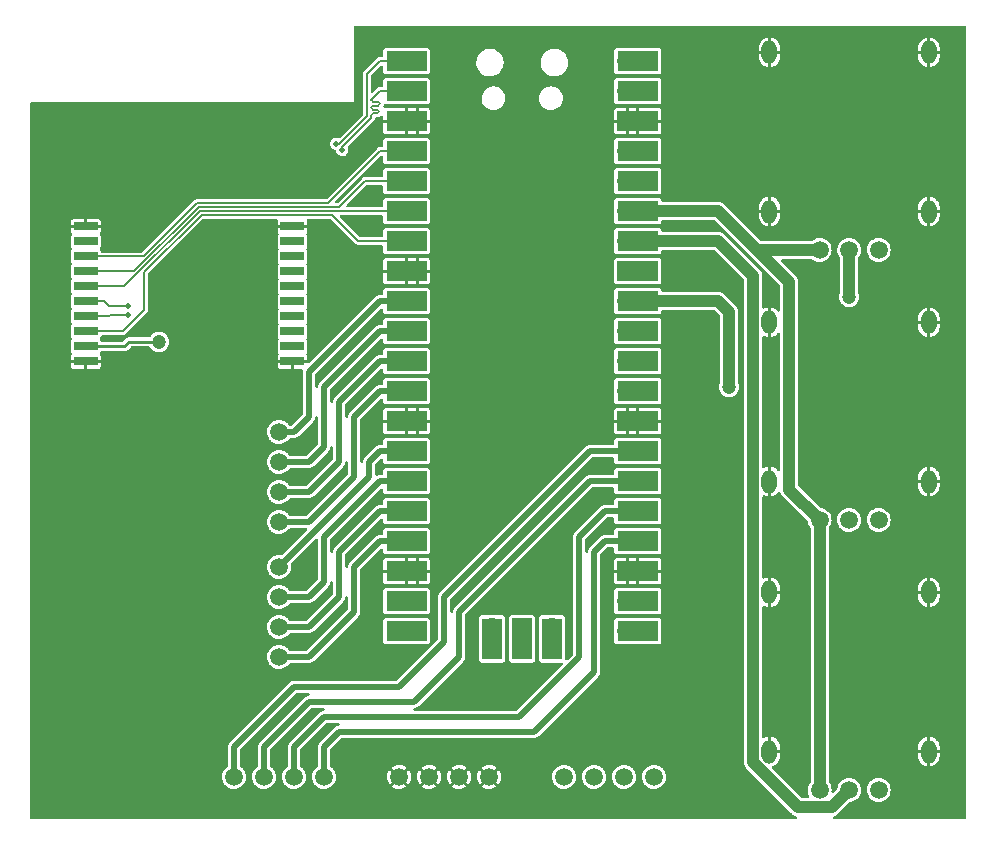
<source format=gbr>
%TF.GenerationSoftware,KiCad,Pcbnew,(6.0.1)*%
%TF.CreationDate,2022-02-13T21:33:50+08:00*%
%TF.ProjectId,PCB-1.0,5043422d-312e-4302-9e6b-696361645f70,rev?*%
%TF.SameCoordinates,Original*%
%TF.FileFunction,Copper,L1,Top*%
%TF.FilePolarity,Positive*%
%FSLAX46Y46*%
G04 Gerber Fmt 4.6, Leading zero omitted, Abs format (unit mm)*
G04 Created by KiCad (PCBNEW (6.0.1)) date 2022-02-13 21:33:50*
%MOMM*%
%LPD*%
G01*
G04 APERTURE LIST*
%TA.AperFunction,SMDPad,CuDef*%
%ADD10R,2.000000X0.800000*%
%TD*%
%TA.AperFunction,ComponentPad*%
%ADD11C,1.500000*%
%TD*%
%TA.AperFunction,ComponentPad*%
%ADD12O,1.700000X1.700000*%
%TD*%
%TA.AperFunction,SMDPad,CuDef*%
%ADD13R,3.500000X1.700000*%
%TD*%
%TA.AperFunction,ComponentPad*%
%ADD14R,1.700000X1.700000*%
%TD*%
%TA.AperFunction,SMDPad,CuDef*%
%ADD15R,1.700000X3.500000*%
%TD*%
%TA.AperFunction,ComponentPad*%
%ADD16O,1.300000X2.000000*%
%TD*%
%TA.AperFunction,ViaPad*%
%ADD17C,1.200000*%
%TD*%
%TA.AperFunction,ViaPad*%
%ADD18C,0.500000*%
%TD*%
%TA.AperFunction,Conductor*%
%ADD19C,0.256000*%
%TD*%
%TA.AperFunction,Conductor*%
%ADD20C,0.127000*%
%TD*%
%TA.AperFunction,Conductor*%
%ADD21C,0.508000*%
%TD*%
%TA.AperFunction,Conductor*%
%ADD22C,1.016000*%
%TD*%
G04 APERTURE END LIST*
D10*
%TO.P,E28_2G4T12S_1,1,GND*%
%TO.N,GND*%
X92850000Y-85480000D03*
%TO.P,E28_2G4T12S_1,2,NC*%
%TO.N,unconnected-(E28_2G4T12S_1-Pad2)*%
X92850000Y-86750000D03*
%TO.P,E28_2G4T12S_1,3,M0*%
%TO.N,/M0*%
X92850000Y-88020000D03*
%TO.P,E28_2G4T12S_1,4,M1*%
%TO.N,/M1*%
X92850000Y-89290000D03*
%TO.P,E28_2G4T12S_1,5,M2*%
%TO.N,/M2*%
X92850000Y-90560000D03*
%TO.P,E28_2G4T12S_1,6,RXD*%
%TO.N,/UART+*%
X92850000Y-91830000D03*
%TO.P,E28_2G4T12S_1,7,TXD*%
%TO.N,/UART-*%
X92850000Y-93100000D03*
%TO.P,E28_2G4T12S_1,8,AUX*%
%TO.N,/AUX*%
X92850000Y-94370000D03*
%TO.P,E28_2G4T12S_1,9,VCC*%
%TO.N,+5V*%
X92850000Y-95640000D03*
%TO.P,E28_2G4T12S_1,10,GND*%
%TO.N,GND*%
X92850000Y-96910000D03*
%TO.P,E28_2G4T12S_1,11,GND*%
X110350000Y-96910000D03*
%TO.P,E28_2G4T12S_1,12,NC*%
%TO.N,unconnected-(E28_2G4T12S_1-Pad12)*%
X110350000Y-95640000D03*
%TO.P,E28_2G4T12S_1,13,NC*%
%TO.N,unconnected-(E28_2G4T12S_1-Pad13)*%
X110350000Y-94370000D03*
%TO.P,E28_2G4T12S_1,14,NC*%
%TO.N,unconnected-(E28_2G4T12S_1-Pad14)*%
X110350000Y-93100000D03*
%TO.P,E28_2G4T12S_1,15,NC*%
%TO.N,unconnected-(E28_2G4T12S_1-Pad15)*%
X110350000Y-91830000D03*
%TO.P,E28_2G4T12S_1,16,NC*%
%TO.N,unconnected-(E28_2G4T12S_1-Pad16)*%
X110350000Y-90560000D03*
%TO.P,E28_2G4T12S_1,17,NC*%
%TO.N,unconnected-(E28_2G4T12S_1-Pad17)*%
X110350000Y-89290000D03*
%TO.P,E28_2G4T12S_1,18,NC*%
%TO.N,unconnected-(E28_2G4T12S_1-Pad18)*%
X110350000Y-88020000D03*
%TO.P,E28_2G4T12S_1,19,NC*%
%TO.N,unconnected-(E28_2G4T12S_1-Pad19)*%
X110350000Y-86750000D03*
%TO.P,E28_2G4T12S_1,20,GND*%
%TO.N,GND*%
X110350000Y-85480000D03*
%TD*%
D11*
%TO.P,5V1,1,1*%
%TO.N,+5V*%
X140970000Y-132080000D03*
%TO.P,5V1,2,2*%
X138430000Y-132080000D03*
%TO.P,5V1,3,3*%
X135890000Y-132080000D03*
%TO.P,5V1,4,4*%
X133350000Y-132080000D03*
%TD*%
%TO.P,stepper2,1,1*%
%TO.N,/s2_1*%
X109220000Y-114300000D03*
%TO.P,stepper2,2,2*%
%TO.N,/s2_2*%
X109220000Y-116840000D03*
%TO.P,stepper2,3,3*%
%TO.N,/s2_3*%
X109220000Y-119380000D03*
%TO.P,stepper2,4,4*%
%TO.N,/s2_4*%
X109220000Y-121920000D03*
%TD*%
D12*
%TO.P,Rasberry_Pi_Pico_1,1,GPIO0*%
%TO.N,/UART+*%
X120910000Y-71470000D03*
D13*
X120010000Y-71470000D03*
D12*
%TO.P,Rasberry_Pi_Pico_1,2,GPIO1*%
%TO.N,/UART-*%
X120910000Y-74010000D03*
D13*
X120010000Y-74010000D03*
%TO.P,Rasberry_Pi_Pico_1,3,GND*%
%TO.N,GND*%
X120010000Y-76550000D03*
D14*
X120910000Y-76550000D03*
D12*
%TO.P,Rasberry_Pi_Pico_1,4,GPIO2*%
%TO.N,/M0*%
X120910000Y-79090000D03*
D13*
X120010000Y-79090000D03*
%TO.P,Rasberry_Pi_Pico_1,5,GPIO3*%
%TO.N,/M1*%
X120010000Y-81630000D03*
D12*
X120910000Y-81630000D03*
%TO.P,Rasberry_Pi_Pico_1,6,GPIO4*%
%TO.N,/M2*%
X120910000Y-84170000D03*
D13*
X120010000Y-84170000D03*
%TO.P,Rasberry_Pi_Pico_1,7,GPIO5*%
%TO.N,/AUX*%
X120010000Y-86710000D03*
D12*
X120910000Y-86710000D03*
D14*
%TO.P,Rasberry_Pi_Pico_1,8,GND*%
%TO.N,GND*%
X120910000Y-89250000D03*
D13*
X120010000Y-89250000D03*
D12*
%TO.P,Rasberry_Pi_Pico_1,9,GPIO6*%
%TO.N,/s1_1*%
X120910000Y-91790000D03*
D13*
X120010000Y-91790000D03*
%TO.P,Rasberry_Pi_Pico_1,10,GPIO7*%
%TO.N,/s1_2*%
X120010000Y-94330000D03*
D12*
X120910000Y-94330000D03*
%TO.P,Rasberry_Pi_Pico_1,11,GPIO8*%
%TO.N,/s1_3*%
X120910000Y-96870000D03*
D13*
X120010000Y-96870000D03*
D12*
%TO.P,Rasberry_Pi_Pico_1,12,GPIO9*%
%TO.N,/s1_4*%
X120910000Y-99410000D03*
D13*
X120010000Y-99410000D03*
%TO.P,Rasberry_Pi_Pico_1,13,GND*%
%TO.N,GND*%
X120010000Y-101950000D03*
D14*
X120910000Y-101950000D03*
D12*
%TO.P,Rasberry_Pi_Pico_1,14,GPIO10*%
%TO.N,/s2_1*%
X120910000Y-104490000D03*
D13*
X120010000Y-104490000D03*
D12*
%TO.P,Rasberry_Pi_Pico_1,15,GPIO11*%
%TO.N,/s2_2*%
X120910000Y-107030000D03*
D13*
X120010000Y-107030000D03*
%TO.P,Rasberry_Pi_Pico_1,16,GPIO12*%
%TO.N,/s2_3*%
X120010000Y-109570000D03*
D12*
X120910000Y-109570000D03*
D13*
%TO.P,Rasberry_Pi_Pico_1,17,GPIO13*%
%TO.N,/s2_4*%
X120010000Y-112110000D03*
D12*
X120910000Y-112110000D03*
D13*
%TO.P,Rasberry_Pi_Pico_1,18,GND*%
%TO.N,GND*%
X120010000Y-114650000D03*
D14*
X120910000Y-114650000D03*
D13*
%TO.P,Rasberry_Pi_Pico_1,19,GPIO14*%
%TO.N,unconnected-(Rasberry_Pi_Pico_1-Pad19)*%
X120010000Y-117190000D03*
D12*
X120910000Y-117190000D03*
D13*
%TO.P,Rasberry_Pi_Pico_1,20,GPIO15*%
%TO.N,unconnected-(Rasberry_Pi_Pico_1-Pad20)*%
X120010000Y-119730000D03*
D12*
X120910000Y-119730000D03*
D13*
%TO.P,Rasberry_Pi_Pico_1,21,GPIO16*%
%TO.N,unconnected-(Rasberry_Pi_Pico_1-Pad21)*%
X139590000Y-119730000D03*
D12*
X138690000Y-119730000D03*
D13*
%TO.P,Rasberry_Pi_Pico_1,22,GPIO17*%
%TO.N,unconnected-(Rasberry_Pi_Pico_1-Pad22)*%
X139590000Y-117190000D03*
D12*
X138690000Y-117190000D03*
D13*
%TO.P,Rasberry_Pi_Pico_1,23,GND*%
%TO.N,GND*%
X139590000Y-114650000D03*
D14*
X138690000Y-114650000D03*
D13*
%TO.P,Rasberry_Pi_Pico_1,24,GPIO18*%
%TO.N,/s3_1*%
X139590000Y-112110000D03*
D12*
X138690000Y-112110000D03*
D13*
%TO.P,Rasberry_Pi_Pico_1,25,GPIO19*%
%TO.N,/s3_2*%
X139590000Y-109570000D03*
D12*
X138690000Y-109570000D03*
D13*
%TO.P,Rasberry_Pi_Pico_1,26,GPIO20*%
%TO.N,/s3_3*%
X139590000Y-107030000D03*
D12*
X138690000Y-107030000D03*
D13*
%TO.P,Rasberry_Pi_Pico_1,27,GPIO21*%
%TO.N,/s3_4*%
X139590000Y-104490000D03*
D12*
X138690000Y-104490000D03*
D13*
%TO.P,Rasberry_Pi_Pico_1,28,GND*%
%TO.N,GND*%
X139590000Y-101950000D03*
D14*
X138690000Y-101950000D03*
D13*
%TO.P,Rasberry_Pi_Pico_1,29,GPIO22*%
%TO.N,unconnected-(Rasberry_Pi_Pico_1-Pad29)*%
X139590000Y-99410000D03*
D12*
X138690000Y-99410000D03*
D13*
%TO.P,Rasberry_Pi_Pico_1,30,RUN*%
%TO.N,unconnected-(Rasberry_Pi_Pico_1-Pad30)*%
X139590000Y-96870000D03*
D12*
X138690000Y-96870000D03*
D13*
%TO.P,Rasberry_Pi_Pico_1,31,GPIO26_ADC0*%
%TO.N,/ADC1*%
X139590000Y-94330000D03*
D12*
X138690000Y-94330000D03*
D13*
%TO.P,Rasberry_Pi_Pico_1,32,GPIO27_ADC1*%
%TO.N,/ADC2*%
X139590000Y-91790000D03*
D12*
X138690000Y-91790000D03*
D14*
%TO.P,Rasberry_Pi_Pico_1,33,AGND*%
%TO.N,/AGND*%
X138690000Y-89250000D03*
D13*
X139590000Y-89250000D03*
%TO.P,Rasberry_Pi_Pico_1,34,GPIO28_ADC2*%
%TO.N,/ADC3*%
X139590000Y-86710000D03*
D12*
X138690000Y-86710000D03*
D13*
%TO.P,Rasberry_Pi_Pico_1,35,ADC_VREF*%
%TO.N,/ADC_VREF*%
X139590000Y-84170000D03*
D12*
X138690000Y-84170000D03*
D13*
%TO.P,Rasberry_Pi_Pico_1,36,3V3*%
%TO.N,unconnected-(Rasberry_Pi_Pico_1-Pad36)*%
X139590000Y-81630000D03*
D12*
X138690000Y-81630000D03*
D13*
%TO.P,Rasberry_Pi_Pico_1,37,3V3_EN*%
%TO.N,unconnected-(Rasberry_Pi_Pico_1-Pad37)*%
X139590000Y-79090000D03*
D12*
X138690000Y-79090000D03*
D13*
%TO.P,Rasberry_Pi_Pico_1,38,GND*%
%TO.N,GND*%
X139590000Y-76550000D03*
D14*
X138690000Y-76550000D03*
D12*
%TO.P,Rasberry_Pi_Pico_1,39,VSYS*%
%TO.N,unconnected-(Rasberry_Pi_Pico_1-Pad39)*%
X138690000Y-74010000D03*
D13*
X139590000Y-74010000D03*
D12*
%TO.P,Rasberry_Pi_Pico_1,40,VBUS*%
%TO.N,+5V*%
X138690000Y-71470000D03*
D13*
X139590000Y-71470000D03*
D12*
%TO.P,Rasberry_Pi_Pico_1,41,SWCLK*%
%TO.N,unconnected-(Rasberry_Pi_Pico_1-Pad41)*%
X127260000Y-119500000D03*
D15*
X127260000Y-120400000D03*
D14*
%TO.P,Rasberry_Pi_Pico_1,42,GND*%
%TO.N,unconnected-(Rasberry_Pi_Pico_1-Pad42)*%
X129800000Y-119500000D03*
D15*
X129800000Y-120400000D03*
D12*
%TO.P,Rasberry_Pi_Pico_1,43,SWDIO*%
%TO.N,unconnected-(Rasberry_Pi_Pico_1-Pad43)*%
X132340000Y-119500000D03*
D15*
X132340000Y-120400000D03*
%TD*%
D11*
%TO.P,stepper3,1,1*%
%TO.N,/s3_1*%
X113030000Y-132080000D03*
%TO.P,stepper3,2,2*%
%TO.N,/s3_2*%
X110490000Y-132080000D03*
%TO.P,stepper3,3,3*%
%TO.N,/s3_3*%
X107950000Y-132080000D03*
%TO.P,stepper3,4,4*%
%TO.N,/s3_4*%
X105410000Y-132080000D03*
%TD*%
%TO.P,GND1,1,1*%
%TO.N,GND*%
X127000000Y-132080000D03*
%TO.P,GND1,2,2*%
X124460000Y-132080000D03*
%TO.P,GND1,3,3*%
X121920000Y-132080000D03*
%TO.P,GND1,4,4*%
X119380000Y-132080000D03*
%TD*%
%TO.P,stepper1,1,1*%
%TO.N,/s1_1*%
X109220000Y-102870000D03*
%TO.P,stepper1,2,2*%
%TO.N,/s1_2*%
X109220000Y-105410000D03*
%TO.P,stepper1,3,3*%
%TO.N,/s1_3*%
X109220000Y-107950000D03*
%TO.P,stepper1,4,4*%
%TO.N,/s1_4*%
X109220000Y-110490000D03*
%TD*%
%TO.P,\u6447\u6746\u7535\u4F4D\u56682,1,VCC*%
%TO.N,/ADC_VREF*%
X154980000Y-110330000D03*
%TO.P,\u6447\u6746\u7535\u4F4D\u56682,2,ADC*%
%TO.N,/ADC2*%
X157480000Y-110330000D03*
%TO.P,\u6447\u6746\u7535\u4F4D\u56682,3,GND*%
%TO.N,/AGND*%
X159980000Y-110330000D03*
D16*
%TO.P,\u6447\u6746\u7535\u4F4D\u56682,4,GND*%
%TO.N,GND*%
X150730000Y-93580000D03*
X164230000Y-93580000D03*
X164230000Y-107080000D03*
X150730000Y-107080000D03*
%TD*%
D11*
%TO.P,\u6447\u6746\u7535\u4F4D\u56681,1,VCC*%
%TO.N,/ADC_VREF*%
X154980000Y-87470000D03*
%TO.P,\u6447\u6746\u7535\u4F4D\u56681,2,ADC*%
%TO.N,/ADC1*%
X157480000Y-87470000D03*
%TO.P,\u6447\u6746\u7535\u4F4D\u56681,3,GND*%
%TO.N,/AGND*%
X159980000Y-87470000D03*
D16*
%TO.P,\u6447\u6746\u7535\u4F4D\u56681,4,GND*%
%TO.N,GND*%
X164230000Y-70720000D03*
X164230000Y-84220000D03*
X150730000Y-70720000D03*
X150730000Y-84220000D03*
%TD*%
D11*
%TO.P,\u6447\u6746\u7535\u4F4D\u56683,1,VCC*%
%TO.N,/ADC_VREF*%
X154980000Y-133190000D03*
%TO.P,\u6447\u6746\u7535\u4F4D\u56683,2,ADC*%
%TO.N,/ADC3*%
X157480000Y-133190000D03*
%TO.P,\u6447\u6746\u7535\u4F4D\u56683,3,GND*%
%TO.N,/AGND*%
X159980000Y-133190000D03*
D16*
%TO.P,\u6447\u6746\u7535\u4F4D\u56683,4,GND*%
%TO.N,GND*%
X150730000Y-116440000D03*
X150730000Y-129940000D03*
X164230000Y-116440000D03*
X164230000Y-129940000D03*
%TD*%
D17*
%TO.N,+5V*%
X99060000Y-95250000D03*
%TO.N,GND*%
X156210000Y-101600000D03*
X124460000Y-87630000D03*
X113665000Y-81280000D03*
X97790000Y-109220000D03*
X101600000Y-88900000D03*
X97790000Y-114300000D03*
X97790000Y-116840000D03*
X127000000Y-95250000D03*
X114300000Y-92710000D03*
X127000000Y-100330000D03*
X109220000Y-99060000D03*
X124460000Y-100330000D03*
X155575000Y-76835000D03*
X124460000Y-92710000D03*
X124460000Y-95250000D03*
X127000000Y-97790000D03*
X124460000Y-90170000D03*
X152400000Y-123190000D03*
X113665000Y-86360000D03*
X156210000Y-98425000D03*
X97790000Y-111760000D03*
X156210000Y-104140000D03*
X127000000Y-92710000D03*
X127000000Y-87630000D03*
X124460000Y-97790000D03*
X152400000Y-125730000D03*
X127000000Y-90170000D03*
X106680000Y-90170000D03*
X155575000Y-74295000D03*
X152400000Y-120650000D03*
X155575000Y-79375000D03*
X104140000Y-92710000D03*
X104140000Y-86360000D03*
D18*
%TO.N,/UART+*%
X114032713Y-78472713D03*
X96441721Y-92253721D03*
%TO.N,/UART-*%
X114567287Y-79007287D03*
X96441721Y-93009721D03*
D17*
%TO.N,/ADC1*%
X157480000Y-91440000D03*
%TO.N,/ADC2*%
X147320000Y-99060000D03*
%TD*%
D19*
%TO.N,+5V*%
X99060000Y-95250000D02*
X96520000Y-95250000D01*
X96130000Y-95640000D02*
X92850000Y-95640000D01*
X96520000Y-95250000D02*
X96130000Y-95640000D01*
D20*
%TO.N,/M0*%
X113356520Y-83493480D02*
X102272981Y-83493480D01*
X97746461Y-88020000D02*
X92850000Y-88020000D01*
X120910000Y-79090000D02*
X117760000Y-79090000D01*
X102272981Y-83493480D02*
X97746461Y-88020000D01*
X117760000Y-79090000D02*
X113356520Y-83493480D01*
%TO.N,/M1*%
X114300000Y-83820000D02*
X116490000Y-81630000D01*
X96938230Y-89290000D02*
X102408230Y-83820000D01*
X116490000Y-81630000D02*
X120910000Y-81630000D01*
X92850000Y-89290000D02*
X96938230Y-89290000D01*
X102408230Y-83820000D02*
X114300000Y-83820000D01*
%TO.N,/M2*%
X102520000Y-84170000D02*
X96130000Y-90560000D01*
X120910000Y-84170000D02*
X102520000Y-84170000D01*
X96130000Y-90560000D02*
X92850000Y-90560000D01*
%TO.N,/UART+*%
X94820520Y-92253721D02*
X96441721Y-92253721D01*
X114296465Y-78472713D02*
X116648500Y-76120678D01*
X116648500Y-76120678D02*
X116648500Y-72581500D01*
X94396799Y-91830000D02*
X94820520Y-92253721D01*
X114032713Y-78472713D02*
X114296465Y-78472713D01*
X92850000Y-91830000D02*
X94396799Y-91830000D01*
X117760000Y-71470000D02*
X120910000Y-71470000D01*
X116648500Y-72581500D02*
X117760000Y-71470000D01*
%TO.N,/UART-*%
X117607871Y-74924000D02*
X117195000Y-74924000D01*
X114567287Y-79007287D02*
X114567287Y-78743535D01*
X117195000Y-75905000D02*
X117507871Y-75905000D01*
X117031500Y-76279322D02*
X117031500Y-76068500D01*
X117753000Y-74010000D02*
X120910000Y-74010000D01*
X117507871Y-75578000D02*
X117195000Y-75578000D01*
X94950279Y-93009721D02*
X96441721Y-93009721D01*
X117031500Y-74760500D02*
X117031500Y-74731500D01*
X94860000Y-93100000D02*
X94950279Y-93009721D01*
X114567287Y-78743535D02*
X117031500Y-76279322D01*
X92850000Y-93100000D02*
X94860000Y-93100000D01*
X117031500Y-74731500D02*
X117753000Y-74010000D01*
X117195000Y-75251000D02*
X117607871Y-75251000D01*
X117507871Y-75578000D02*
G75*
G02*
X117671371Y-75741500I0J-163500D01*
G01*
X117771371Y-75087500D02*
G75*
G02*
X117607871Y-75251000I-163500J0D01*
G01*
X117607871Y-74924000D02*
G75*
G02*
X117771371Y-75087500I0J-163500D01*
G01*
X117031500Y-74760500D02*
G75*
G03*
X117195000Y-74924000I163500J0D01*
G01*
X117671371Y-75741500D02*
G75*
G02*
X117507871Y-75905000I-163500J0D01*
G01*
X117195000Y-75905000D02*
G75*
G03*
X117031500Y-76068500I0J-163500D01*
G01*
X117031500Y-75414500D02*
G75*
G03*
X117195000Y-75578000I163500J0D01*
G01*
X117195000Y-75251000D02*
G75*
G03*
X117031500Y-75414500I0J-163500D01*
G01*
%TO.N,/AUX*%
X97790000Y-92543508D02*
X97790000Y-89361770D01*
X113706520Y-84496520D02*
X115920000Y-86710000D01*
X92850000Y-94370000D02*
X95963508Y-94370000D01*
X102655250Y-84496520D02*
X113706520Y-84496520D01*
X115920000Y-86710000D02*
X120910000Y-86710000D01*
X97790000Y-89361770D02*
X102655250Y-84496520D01*
X95963508Y-94370000D02*
X97790000Y-92543508D01*
D21*
%TO.N,/s1_1*%
X111760000Y-101600000D02*
X110490000Y-102870000D01*
X120910000Y-91790000D02*
X117760000Y-91790000D01*
X110490000Y-102870000D02*
X109220000Y-102870000D01*
X111760000Y-97790000D02*
X111760000Y-101600000D01*
X117760000Y-91790000D02*
X111760000Y-97790000D01*
%TO.N,/s1_2*%
X113030000Y-99060000D02*
X117760000Y-94330000D01*
X109220000Y-105410000D02*
X111760000Y-105410000D01*
X111760000Y-105410000D02*
X113030000Y-104140000D01*
X117760000Y-94330000D02*
X120910000Y-94330000D01*
X113030000Y-104140000D02*
X113030000Y-99060000D01*
%TO.N,/s1_3*%
X117760000Y-96870000D02*
X114300000Y-100330000D01*
X111760000Y-107950000D02*
X109220000Y-107950000D01*
X114300000Y-100330000D02*
X114300000Y-105410000D01*
X114300000Y-105410000D02*
X111760000Y-107950000D01*
X120910000Y-96870000D02*
X117760000Y-96870000D01*
%TO.N,/s1_4*%
X120910000Y-99410000D02*
X117760000Y-99410000D01*
X115570000Y-101600000D02*
X115570000Y-106680000D01*
X111760000Y-110490000D02*
X109220000Y-110490000D01*
X115570000Y-106680000D02*
X111760000Y-110490000D01*
X117760000Y-99410000D02*
X115570000Y-101600000D01*
%TO.N,/s2_1*%
X116840000Y-105410000D02*
X116840000Y-106680000D01*
X117760000Y-104490000D02*
X116840000Y-105410000D01*
X120910000Y-104490000D02*
X117760000Y-104490000D01*
X116840000Y-106680000D02*
X109220000Y-114300000D01*
%TO.N,/s2_2*%
X120910000Y-107030000D02*
X117760000Y-107030000D01*
X113030000Y-111760000D02*
X113030000Y-115570000D01*
X117760000Y-107030000D02*
X113030000Y-111760000D01*
X111760000Y-116840000D02*
X109220000Y-116840000D01*
X113030000Y-115570000D02*
X111760000Y-116840000D01*
%TO.N,/s2_3*%
X120910000Y-109570000D02*
X117760000Y-109570000D01*
X117760000Y-109570000D02*
X114300000Y-113030000D01*
X114300000Y-116840000D02*
X111760000Y-119380000D01*
X114300000Y-113030000D02*
X114300000Y-116840000D01*
X111760000Y-119380000D02*
X109220000Y-119380000D01*
%TO.N,/s2_4*%
X115570000Y-114300000D02*
X115570000Y-118110000D01*
X111760000Y-121920000D02*
X109220000Y-121920000D01*
X115570000Y-118110000D02*
X111760000Y-121920000D01*
X117760000Y-112110000D02*
X115570000Y-114300000D01*
X120910000Y-112110000D02*
X117760000Y-112110000D01*
%TO.N,/s3_1*%
X135890000Y-123190000D02*
X130810000Y-128270000D01*
X114300000Y-128270000D02*
X113030000Y-129540000D01*
X130810000Y-128270000D02*
X114300000Y-128270000D01*
X135890000Y-113030000D02*
X135890000Y-123190000D01*
X136810000Y-112110000D02*
X135890000Y-113030000D01*
X138690000Y-112110000D02*
X136810000Y-112110000D01*
X113030000Y-129540000D02*
X113030000Y-132080000D01*
%TO.N,/s3_2*%
X134620000Y-111760000D02*
X134620000Y-121920000D01*
X138690000Y-109570000D02*
X136810000Y-109570000D01*
X136810000Y-109570000D02*
X134620000Y-111760000D01*
X134620000Y-121920000D02*
X129540000Y-127000000D01*
X110490000Y-129540000D02*
X110490000Y-132080000D01*
X129540000Y-127000000D02*
X113030000Y-127000000D01*
X113030000Y-127000000D02*
X110490000Y-129540000D01*
%TO.N,/s3_3*%
X124460000Y-121920000D02*
X120650000Y-125730000D01*
X120650000Y-125730000D02*
X111760000Y-125730000D01*
X107950000Y-129540000D02*
X107950000Y-132080000D01*
X111760000Y-125730000D02*
X107950000Y-129540000D01*
X124460000Y-118110000D02*
X124460000Y-121920000D01*
X135540000Y-107030000D02*
X124460000Y-118110000D01*
X138690000Y-107030000D02*
X135540000Y-107030000D01*
%TO.N,/s3_4*%
X138690000Y-104490000D02*
X135540000Y-104490000D01*
X105410000Y-129540000D02*
X105410000Y-132080000D01*
X123190000Y-116840000D02*
X123190000Y-120650000D01*
X123190000Y-120650000D02*
X119380000Y-124460000D01*
X135540000Y-104490000D02*
X123190000Y-116840000D01*
X119380000Y-124460000D02*
X110490000Y-124460000D01*
X110490000Y-124460000D02*
X105410000Y-129540000D01*
D22*
%TO.N,/ADC1*%
X157480000Y-91440000D02*
X157480000Y-87470000D01*
%TO.N,/ADC2*%
X146400000Y-91790000D02*
X147320000Y-92710000D01*
X147320000Y-92710000D02*
X147320000Y-99060000D01*
X138690000Y-91790000D02*
X146400000Y-91790000D01*
%TO.N,/ADC3*%
X156022489Y-134647511D02*
X157480000Y-133190000D01*
X138690000Y-86710000D02*
X146400000Y-86710000D01*
X146400000Y-86710000D02*
X149372480Y-89682480D01*
X153167688Y-134647511D02*
X156022489Y-134647511D01*
X149372480Y-130852303D02*
X153167688Y-134647511D01*
X149372480Y-89682480D02*
X149372480Y-130852303D01*
%TO.N,/ADC_VREF*%
X152400000Y-107750000D02*
X152400000Y-90170000D01*
X154980000Y-110330000D02*
X152400000Y-107750000D01*
X152400000Y-90170000D02*
X149700000Y-87470000D01*
X146400000Y-84170000D02*
X149700000Y-87470000D01*
X154980000Y-110330000D02*
X154980000Y-133190000D01*
X138690000Y-84170000D02*
X146400000Y-84170000D01*
X149700000Y-87470000D02*
X154980000Y-87470000D01*
%TD*%
%TA.AperFunction,Conductor*%
%TO.N,GND*%
G36*
X167326121Y-68486002D02*
G01*
X167372614Y-68539658D01*
X167384000Y-68592000D01*
X167384000Y-135508000D01*
X167363998Y-135576121D01*
X167310342Y-135622614D01*
X167258000Y-135634000D01*
X156261863Y-135634000D01*
X156193742Y-135613998D01*
X156147249Y-135560342D01*
X156137145Y-135490068D01*
X156166639Y-135425488D01*
X156218871Y-135389562D01*
X156268751Y-135371456D01*
X156272912Y-135370027D01*
X156276265Y-135368941D01*
X156290462Y-135364342D01*
X156335936Y-135349611D01*
X156335939Y-135349610D01*
X156342902Y-135347354D01*
X156349161Y-135343556D01*
X156354752Y-135340996D01*
X156360252Y-135338242D01*
X156367131Y-135335745D01*
X156428678Y-135295392D01*
X156432364Y-135293068D01*
X156490501Y-135257790D01*
X156490507Y-135257786D01*
X156495307Y-135254873D01*
X156503756Y-135247410D01*
X156503783Y-135247440D01*
X156506690Y-135244860D01*
X156510092Y-135242015D01*
X156516215Y-135238001D01*
X156539058Y-135213888D01*
X156569900Y-135181330D01*
X156572241Y-135178925D01*
X157524665Y-134226502D01*
X157586975Y-134192478D01*
X157604089Y-134189970D01*
X157620515Y-134188706D01*
X157649480Y-134186478D01*
X157649483Y-134186477D01*
X157655623Y-134186005D01*
X157745147Y-134161009D01*
X157839792Y-134134584D01*
X157839796Y-134134583D01*
X157845736Y-134132924D01*
X157851240Y-134130144D01*
X157851242Y-134130143D01*
X158016416Y-134046708D01*
X158016418Y-134046707D01*
X158021919Y-134043928D01*
X158177461Y-133922406D01*
X158181482Y-133917748D01*
X158302414Y-133777646D01*
X158302416Y-133777644D01*
X158306436Y-133772986D01*
X158403932Y-133601361D01*
X158415102Y-133567785D01*
X158464290Y-133419920D01*
X158466237Y-133414068D01*
X158482209Y-133287636D01*
X158490534Y-133221742D01*
X158490535Y-133221733D01*
X158490976Y-133218239D01*
X158491370Y-133190000D01*
X158489985Y-133175879D01*
X158968729Y-133175879D01*
X158985245Y-133372572D01*
X159039652Y-133562310D01*
X159042470Y-133567793D01*
X159127055Y-133732379D01*
X159127058Y-133732383D01*
X159129876Y-133737867D01*
X159154669Y-133769148D01*
X159248652Y-133887727D01*
X159248657Y-133887732D01*
X159252481Y-133892557D01*
X159402797Y-134020486D01*
X159408175Y-134023492D01*
X159408177Y-134023493D01*
X159449716Y-134046708D01*
X159575099Y-134116782D01*
X159762823Y-134177777D01*
X159958819Y-134201148D01*
X159964954Y-134200676D01*
X159964956Y-134200676D01*
X160149481Y-134186478D01*
X160149485Y-134186477D01*
X160155623Y-134186005D01*
X160161555Y-134184349D01*
X160161559Y-134184348D01*
X160339792Y-134134584D01*
X160339796Y-134134583D01*
X160345736Y-134132924D01*
X160351240Y-134130144D01*
X160351242Y-134130143D01*
X160516416Y-134046708D01*
X160516418Y-134046707D01*
X160521919Y-134043928D01*
X160677461Y-133922406D01*
X160681482Y-133917748D01*
X160802414Y-133777646D01*
X160802416Y-133777644D01*
X160806436Y-133772986D01*
X160903932Y-133601361D01*
X160915102Y-133567785D01*
X160964290Y-133419920D01*
X160966237Y-133414068D01*
X160982209Y-133287636D01*
X160990534Y-133221742D01*
X160990535Y-133221733D01*
X160990976Y-133218239D01*
X160991370Y-133190000D01*
X160972109Y-132993557D01*
X160915058Y-132804597D01*
X160822392Y-132630316D01*
X160713432Y-132496718D01*
X160701534Y-132482129D01*
X160701531Y-132482126D01*
X160697639Y-132477354D01*
X160667366Y-132452310D01*
X160550301Y-132355465D01*
X160550297Y-132355463D01*
X160545551Y-132351536D01*
X160371922Y-132257655D01*
X160183364Y-132199287D01*
X160177239Y-132198643D01*
X160177238Y-132198643D01*
X159993190Y-132179299D01*
X159993188Y-132179299D01*
X159987061Y-132178655D01*
X159903817Y-132186231D01*
X159796627Y-132195985D01*
X159796624Y-132195986D01*
X159790488Y-132196544D01*
X159601134Y-132252274D01*
X159595676Y-132255127D01*
X159595672Y-132255129D01*
X159559899Y-132273831D01*
X159426211Y-132343722D01*
X159421413Y-132347580D01*
X159421411Y-132347581D01*
X159349296Y-132405563D01*
X159272381Y-132467404D01*
X159145505Y-132618609D01*
X159142541Y-132624001D01*
X159142538Y-132624005D01*
X159064586Y-132765800D01*
X159050414Y-132791579D01*
X159048553Y-132797446D01*
X159048552Y-132797448D01*
X159004376Y-132936708D01*
X158990731Y-132979724D01*
X158968729Y-133175879D01*
X158489985Y-133175879D01*
X158472109Y-132993557D01*
X158415058Y-132804597D01*
X158322392Y-132630316D01*
X158213432Y-132496718D01*
X158201534Y-132482129D01*
X158201531Y-132482126D01*
X158197639Y-132477354D01*
X158167366Y-132452310D01*
X158050301Y-132355465D01*
X158050297Y-132355463D01*
X158045551Y-132351536D01*
X157871922Y-132257655D01*
X157683364Y-132199287D01*
X157677239Y-132198643D01*
X157677238Y-132198643D01*
X157493190Y-132179299D01*
X157493188Y-132179299D01*
X157487061Y-132178655D01*
X157403817Y-132186231D01*
X157296627Y-132195985D01*
X157296624Y-132195986D01*
X157290488Y-132196544D01*
X157101134Y-132252274D01*
X157095676Y-132255127D01*
X157095672Y-132255129D01*
X157059899Y-132273831D01*
X156926211Y-132343722D01*
X156921413Y-132347580D01*
X156921411Y-132347581D01*
X156849296Y-132405563D01*
X156772381Y-132467404D01*
X156645505Y-132618609D01*
X156642541Y-132624001D01*
X156642538Y-132624005D01*
X156564586Y-132765800D01*
X156550414Y-132791579D01*
X156548553Y-132797446D01*
X156548552Y-132797448D01*
X156504376Y-132936708D01*
X156490731Y-132979724D01*
X156488085Y-133003316D01*
X156480693Y-133069211D01*
X156453222Y-133134677D01*
X156444573Y-133144260D01*
X156196310Y-133392523D01*
X156133998Y-133426549D01*
X156063183Y-133421484D01*
X156006347Y-133378937D01*
X155981536Y-133312417D01*
X155982209Y-133287636D01*
X155990534Y-133221742D01*
X155990535Y-133221733D01*
X155990976Y-133218239D01*
X155991370Y-133190000D01*
X155972109Y-132993557D01*
X155915058Y-132804597D01*
X155822392Y-132630316D01*
X155772857Y-132569580D01*
X155745303Y-132504148D01*
X155744500Y-132489944D01*
X155744500Y-130334197D01*
X163324000Y-130334197D01*
X163324344Y-130340757D01*
X163338226Y-130472843D01*
X163340956Y-130485684D01*
X163395726Y-130654248D01*
X163401072Y-130666256D01*
X163489692Y-130819749D01*
X163497412Y-130830375D01*
X163616006Y-130962087D01*
X163625772Y-130970881D01*
X163769162Y-131075060D01*
X163780534Y-131081626D01*
X163942462Y-131153721D01*
X163954941Y-131157776D01*
X164084279Y-131185266D01*
X164098341Y-131184193D01*
X164102000Y-131174239D01*
X164102000Y-131170918D01*
X164358000Y-131170918D01*
X164361973Y-131184449D01*
X164372468Y-131185958D01*
X164505059Y-131157776D01*
X164517538Y-131153721D01*
X164679465Y-131081626D01*
X164690837Y-131075060D01*
X164834228Y-130970881D01*
X164843994Y-130962087D01*
X164962588Y-130830375D01*
X164970308Y-130819749D01*
X165058928Y-130666256D01*
X165064274Y-130654248D01*
X165119044Y-130485684D01*
X165121774Y-130472843D01*
X165135656Y-130340757D01*
X165136000Y-130334197D01*
X165136000Y-130086115D01*
X165131525Y-130070876D01*
X165130135Y-130069671D01*
X165122452Y-130068000D01*
X164376115Y-130068000D01*
X164360876Y-130072475D01*
X164359671Y-130073865D01*
X164358000Y-130081548D01*
X164358000Y-131170918D01*
X164102000Y-131170918D01*
X164102000Y-130086115D01*
X164097525Y-130070876D01*
X164096135Y-130069671D01*
X164088452Y-130068000D01*
X163342115Y-130068000D01*
X163326876Y-130072475D01*
X163325671Y-130073865D01*
X163324000Y-130081548D01*
X163324000Y-130334197D01*
X155744500Y-130334197D01*
X155744500Y-129793885D01*
X163324000Y-129793885D01*
X163328475Y-129809124D01*
X163329865Y-129810329D01*
X163337548Y-129812000D01*
X164083885Y-129812000D01*
X164099124Y-129807525D01*
X164100329Y-129806135D01*
X164102000Y-129798452D01*
X164102000Y-129793885D01*
X164358000Y-129793885D01*
X164362475Y-129809124D01*
X164363865Y-129810329D01*
X164371548Y-129812000D01*
X165117885Y-129812000D01*
X165133124Y-129807525D01*
X165134329Y-129806135D01*
X165136000Y-129798452D01*
X165136000Y-129545803D01*
X165135656Y-129539243D01*
X165121774Y-129407157D01*
X165119044Y-129394316D01*
X165064274Y-129225752D01*
X165058928Y-129213744D01*
X164970308Y-129060251D01*
X164962588Y-129049625D01*
X164843994Y-128917913D01*
X164834228Y-128909119D01*
X164690838Y-128804940D01*
X164679466Y-128798374D01*
X164517538Y-128726279D01*
X164505059Y-128722224D01*
X164375721Y-128694734D01*
X164361659Y-128695807D01*
X164358000Y-128705761D01*
X164358000Y-129793885D01*
X164102000Y-129793885D01*
X164102000Y-128709082D01*
X164098027Y-128695551D01*
X164087532Y-128694042D01*
X163954941Y-128722224D01*
X163942462Y-128726279D01*
X163780535Y-128798374D01*
X163769163Y-128804940D01*
X163625772Y-128909119D01*
X163616006Y-128917913D01*
X163497412Y-129049625D01*
X163489692Y-129060251D01*
X163401072Y-129213744D01*
X163395726Y-129225752D01*
X163340956Y-129394316D01*
X163338226Y-129407157D01*
X163324344Y-129539243D01*
X163324000Y-129545803D01*
X163324000Y-129793885D01*
X155744500Y-129793885D01*
X155744500Y-116834197D01*
X163324000Y-116834197D01*
X163324344Y-116840757D01*
X163338226Y-116972843D01*
X163340956Y-116985684D01*
X163395726Y-117154248D01*
X163401072Y-117166256D01*
X163489692Y-117319749D01*
X163497412Y-117330375D01*
X163616006Y-117462087D01*
X163625772Y-117470881D01*
X163769162Y-117575060D01*
X163780534Y-117581626D01*
X163942462Y-117653721D01*
X163954941Y-117657776D01*
X164084279Y-117685266D01*
X164098341Y-117684193D01*
X164102000Y-117674239D01*
X164102000Y-117670918D01*
X164358000Y-117670918D01*
X164361973Y-117684449D01*
X164372468Y-117685958D01*
X164505059Y-117657776D01*
X164517538Y-117653721D01*
X164679465Y-117581626D01*
X164690837Y-117575060D01*
X164834228Y-117470881D01*
X164843994Y-117462087D01*
X164962588Y-117330375D01*
X164970308Y-117319749D01*
X165058928Y-117166256D01*
X165064274Y-117154248D01*
X165119044Y-116985684D01*
X165121774Y-116972843D01*
X165135656Y-116840757D01*
X165136000Y-116834197D01*
X165136000Y-116586115D01*
X165131525Y-116570876D01*
X165130135Y-116569671D01*
X165122452Y-116568000D01*
X164376115Y-116568000D01*
X164360876Y-116572475D01*
X164359671Y-116573865D01*
X164358000Y-116581548D01*
X164358000Y-117670918D01*
X164102000Y-117670918D01*
X164102000Y-116586115D01*
X164097525Y-116570876D01*
X164096135Y-116569671D01*
X164088452Y-116568000D01*
X163342115Y-116568000D01*
X163326876Y-116572475D01*
X163325671Y-116573865D01*
X163324000Y-116581548D01*
X163324000Y-116834197D01*
X155744500Y-116834197D01*
X155744500Y-116293885D01*
X163324000Y-116293885D01*
X163328475Y-116309124D01*
X163329865Y-116310329D01*
X163337548Y-116312000D01*
X164083885Y-116312000D01*
X164099124Y-116307525D01*
X164100329Y-116306135D01*
X164102000Y-116298452D01*
X164102000Y-116293885D01*
X164358000Y-116293885D01*
X164362475Y-116309124D01*
X164363865Y-116310329D01*
X164371548Y-116312000D01*
X165117885Y-116312000D01*
X165133124Y-116307525D01*
X165134329Y-116306135D01*
X165136000Y-116298452D01*
X165136000Y-116045803D01*
X165135656Y-116039243D01*
X165121774Y-115907157D01*
X165119044Y-115894316D01*
X165064274Y-115725752D01*
X165058928Y-115713744D01*
X164970308Y-115560251D01*
X164962588Y-115549625D01*
X164843994Y-115417913D01*
X164834228Y-115409119D01*
X164690838Y-115304940D01*
X164679466Y-115298374D01*
X164517538Y-115226279D01*
X164505059Y-115222224D01*
X164375721Y-115194734D01*
X164361659Y-115195807D01*
X164358000Y-115205761D01*
X164358000Y-116293885D01*
X164102000Y-116293885D01*
X164102000Y-115209082D01*
X164098027Y-115195551D01*
X164087532Y-115194042D01*
X163954941Y-115222224D01*
X163942462Y-115226279D01*
X163780535Y-115298374D01*
X163769163Y-115304940D01*
X163625772Y-115409119D01*
X163616006Y-115417913D01*
X163497412Y-115549625D01*
X163489692Y-115560251D01*
X163401072Y-115713744D01*
X163395726Y-115725752D01*
X163340956Y-115894316D01*
X163338226Y-115907157D01*
X163324344Y-116039243D01*
X163324000Y-116045803D01*
X163324000Y-116293885D01*
X155744500Y-116293885D01*
X155744500Y-111031599D01*
X155764502Y-110963478D01*
X155775119Y-110949268D01*
X155802409Y-110917652D01*
X155802411Y-110917648D01*
X155806436Y-110912986D01*
X155903932Y-110741361D01*
X155925477Y-110676597D01*
X155934975Y-110648045D01*
X155966237Y-110554068D01*
X155972255Y-110506433D01*
X155990534Y-110361742D01*
X155990535Y-110361733D01*
X155990976Y-110358239D01*
X155991370Y-110330000D01*
X155989985Y-110315879D01*
X156468729Y-110315879D01*
X156485245Y-110512572D01*
X156539652Y-110702310D01*
X156542470Y-110707793D01*
X156627055Y-110872379D01*
X156627058Y-110872383D01*
X156629876Y-110877867D01*
X156657711Y-110912986D01*
X156748652Y-111027727D01*
X156748657Y-111027732D01*
X156752481Y-111032557D01*
X156757175Y-111036551D01*
X156757175Y-111036552D01*
X156890004Y-111149598D01*
X156902797Y-111160486D01*
X156908175Y-111163492D01*
X156908177Y-111163493D01*
X156949716Y-111186708D01*
X157075099Y-111256782D01*
X157262823Y-111317777D01*
X157458819Y-111341148D01*
X157464954Y-111340676D01*
X157464956Y-111340676D01*
X157649481Y-111326478D01*
X157649485Y-111326477D01*
X157655623Y-111326005D01*
X157661555Y-111324349D01*
X157661559Y-111324348D01*
X157839792Y-111274584D01*
X157839796Y-111274583D01*
X157845736Y-111272924D01*
X157851240Y-111270144D01*
X157851242Y-111270143D01*
X158016416Y-111186708D01*
X158016418Y-111186707D01*
X158021919Y-111183928D01*
X158177461Y-111062406D01*
X158194471Y-111042700D01*
X158302414Y-110917646D01*
X158302416Y-110917644D01*
X158306436Y-110912986D01*
X158403932Y-110741361D01*
X158425477Y-110676597D01*
X158434975Y-110648045D01*
X158466237Y-110554068D01*
X158472255Y-110506433D01*
X158490534Y-110361742D01*
X158490535Y-110361733D01*
X158490976Y-110358239D01*
X158491370Y-110330000D01*
X158489985Y-110315879D01*
X158968729Y-110315879D01*
X158985245Y-110512572D01*
X159039652Y-110702310D01*
X159042470Y-110707793D01*
X159127055Y-110872379D01*
X159127058Y-110872383D01*
X159129876Y-110877867D01*
X159157711Y-110912986D01*
X159248652Y-111027727D01*
X159248657Y-111027732D01*
X159252481Y-111032557D01*
X159257175Y-111036551D01*
X159257175Y-111036552D01*
X159390004Y-111149598D01*
X159402797Y-111160486D01*
X159408175Y-111163492D01*
X159408177Y-111163493D01*
X159449716Y-111186708D01*
X159575099Y-111256782D01*
X159762823Y-111317777D01*
X159958819Y-111341148D01*
X159964954Y-111340676D01*
X159964956Y-111340676D01*
X160149481Y-111326478D01*
X160149485Y-111326477D01*
X160155623Y-111326005D01*
X160161555Y-111324349D01*
X160161559Y-111324348D01*
X160339792Y-111274584D01*
X160339796Y-111274583D01*
X160345736Y-111272924D01*
X160351240Y-111270144D01*
X160351242Y-111270143D01*
X160516416Y-111186708D01*
X160516418Y-111186707D01*
X160521919Y-111183928D01*
X160677461Y-111062406D01*
X160694471Y-111042700D01*
X160802414Y-110917646D01*
X160802416Y-110917644D01*
X160806436Y-110912986D01*
X160903932Y-110741361D01*
X160925477Y-110676597D01*
X160934975Y-110648045D01*
X160966237Y-110554068D01*
X160972255Y-110506433D01*
X160990534Y-110361742D01*
X160990535Y-110361733D01*
X160990976Y-110358239D01*
X160991370Y-110330000D01*
X160972109Y-110133557D01*
X160915058Y-109944597D01*
X160822392Y-109770316D01*
X160728722Y-109655465D01*
X160701534Y-109622129D01*
X160701531Y-109622126D01*
X160697639Y-109617354D01*
X160640398Y-109570000D01*
X160550301Y-109495465D01*
X160550297Y-109495463D01*
X160545551Y-109491536D01*
X160371922Y-109397655D01*
X160183364Y-109339287D01*
X160177239Y-109338643D01*
X160177238Y-109338643D01*
X159993190Y-109319299D01*
X159993188Y-109319299D01*
X159987061Y-109318655D01*
X159906065Y-109326026D01*
X159796627Y-109335985D01*
X159796624Y-109335986D01*
X159790488Y-109336544D01*
X159601134Y-109392274D01*
X159595676Y-109395127D01*
X159595672Y-109395129D01*
X159500020Y-109445135D01*
X159426211Y-109483722D01*
X159421413Y-109487580D01*
X159421411Y-109487581D01*
X159375910Y-109524165D01*
X159272381Y-109607404D01*
X159145505Y-109758609D01*
X159142541Y-109764001D01*
X159142538Y-109764005D01*
X159064586Y-109905800D01*
X159050414Y-109931579D01*
X159048553Y-109937446D01*
X159048552Y-109937448D01*
X158992593Y-110113854D01*
X158990731Y-110119724D01*
X158968729Y-110315879D01*
X158489985Y-110315879D01*
X158472109Y-110133557D01*
X158415058Y-109944597D01*
X158322392Y-109770316D01*
X158228722Y-109655465D01*
X158201534Y-109622129D01*
X158201531Y-109622126D01*
X158197639Y-109617354D01*
X158140398Y-109570000D01*
X158050301Y-109495465D01*
X158050297Y-109495463D01*
X158045551Y-109491536D01*
X157871922Y-109397655D01*
X157683364Y-109339287D01*
X157677239Y-109338643D01*
X157677238Y-109338643D01*
X157493190Y-109319299D01*
X157493188Y-109319299D01*
X157487061Y-109318655D01*
X157406065Y-109326026D01*
X157296627Y-109335985D01*
X157296624Y-109335986D01*
X157290488Y-109336544D01*
X157101134Y-109392274D01*
X157095676Y-109395127D01*
X157095672Y-109395129D01*
X157000020Y-109445135D01*
X156926211Y-109483722D01*
X156921413Y-109487580D01*
X156921411Y-109487581D01*
X156875910Y-109524165D01*
X156772381Y-109607404D01*
X156645505Y-109758609D01*
X156642541Y-109764001D01*
X156642538Y-109764005D01*
X156564586Y-109905800D01*
X156550414Y-109931579D01*
X156548553Y-109937446D01*
X156548552Y-109937448D01*
X156492593Y-110113854D01*
X156490731Y-110119724D01*
X156468729Y-110315879D01*
X155989985Y-110315879D01*
X155972109Y-110133557D01*
X155915058Y-109944597D01*
X155822392Y-109770316D01*
X155728722Y-109655465D01*
X155701534Y-109622129D01*
X155701531Y-109622126D01*
X155697639Y-109617354D01*
X155640398Y-109570000D01*
X155550301Y-109495465D01*
X155550297Y-109495463D01*
X155545551Y-109491536D01*
X155371922Y-109397655D01*
X155183364Y-109339287D01*
X155177239Y-109338643D01*
X155177238Y-109338643D01*
X155140147Y-109334745D01*
X155101567Y-109330690D01*
X155035910Y-109303677D01*
X155025642Y-109294475D01*
X153205364Y-107474197D01*
X163324000Y-107474197D01*
X163324344Y-107480757D01*
X163338226Y-107612843D01*
X163340956Y-107625684D01*
X163395726Y-107794248D01*
X163401072Y-107806256D01*
X163489692Y-107959749D01*
X163497412Y-107970375D01*
X163616006Y-108102087D01*
X163625772Y-108110881D01*
X163769162Y-108215060D01*
X163780534Y-108221626D01*
X163942462Y-108293721D01*
X163954941Y-108297776D01*
X164084279Y-108325266D01*
X164098341Y-108324193D01*
X164102000Y-108314239D01*
X164102000Y-108310918D01*
X164358000Y-108310918D01*
X164361973Y-108324449D01*
X164372468Y-108325958D01*
X164505059Y-108297776D01*
X164517538Y-108293721D01*
X164679465Y-108221626D01*
X164690837Y-108215060D01*
X164834228Y-108110881D01*
X164843994Y-108102087D01*
X164962588Y-107970375D01*
X164970308Y-107959749D01*
X165058928Y-107806256D01*
X165064274Y-107794248D01*
X165119044Y-107625684D01*
X165121774Y-107612843D01*
X165135656Y-107480757D01*
X165136000Y-107474197D01*
X165136000Y-107226115D01*
X165131525Y-107210876D01*
X165130135Y-107209671D01*
X165122452Y-107208000D01*
X164376115Y-107208000D01*
X164360876Y-107212475D01*
X164359671Y-107213865D01*
X164358000Y-107221548D01*
X164358000Y-108310918D01*
X164102000Y-108310918D01*
X164102000Y-107226115D01*
X164097525Y-107210876D01*
X164096135Y-107209671D01*
X164088452Y-107208000D01*
X163342115Y-107208000D01*
X163326876Y-107212475D01*
X163325671Y-107213865D01*
X163324000Y-107221548D01*
X163324000Y-107474197D01*
X153205364Y-107474197D01*
X153201405Y-107470238D01*
X153167379Y-107407926D01*
X153164500Y-107381143D01*
X153164500Y-106933885D01*
X163324000Y-106933885D01*
X163328475Y-106949124D01*
X163329865Y-106950329D01*
X163337548Y-106952000D01*
X164083885Y-106952000D01*
X164099124Y-106947525D01*
X164100329Y-106946135D01*
X164102000Y-106938452D01*
X164102000Y-106933885D01*
X164358000Y-106933885D01*
X164362475Y-106949124D01*
X164363865Y-106950329D01*
X164371548Y-106952000D01*
X165117885Y-106952000D01*
X165133124Y-106947525D01*
X165134329Y-106946135D01*
X165136000Y-106938452D01*
X165136000Y-106685803D01*
X165135656Y-106679243D01*
X165121774Y-106547157D01*
X165119044Y-106534316D01*
X165064274Y-106365752D01*
X165058928Y-106353744D01*
X164970308Y-106200251D01*
X164962588Y-106189625D01*
X164843994Y-106057913D01*
X164834228Y-106049119D01*
X164690838Y-105944940D01*
X164679466Y-105938374D01*
X164517538Y-105866279D01*
X164505059Y-105862224D01*
X164375721Y-105834734D01*
X164361659Y-105835807D01*
X164358000Y-105845761D01*
X164358000Y-106933885D01*
X164102000Y-106933885D01*
X164102000Y-105849082D01*
X164098027Y-105835551D01*
X164087532Y-105834042D01*
X163954941Y-105862224D01*
X163942462Y-105866279D01*
X163780535Y-105938374D01*
X163769163Y-105944940D01*
X163625772Y-106049119D01*
X163616006Y-106057913D01*
X163497412Y-106189625D01*
X163489692Y-106200251D01*
X163401072Y-106353744D01*
X163395726Y-106365752D01*
X163340956Y-106534316D01*
X163338226Y-106547157D01*
X163324344Y-106679243D01*
X163324000Y-106685803D01*
X163324000Y-106933885D01*
X153164500Y-106933885D01*
X153164500Y-93974197D01*
X163324000Y-93974197D01*
X163324344Y-93980757D01*
X163338226Y-94112843D01*
X163340956Y-94125684D01*
X163395726Y-94294248D01*
X163401072Y-94306256D01*
X163489692Y-94459749D01*
X163497412Y-94470375D01*
X163616006Y-94602087D01*
X163625772Y-94610881D01*
X163769162Y-94715060D01*
X163780534Y-94721626D01*
X163942462Y-94793721D01*
X163954941Y-94797776D01*
X164084279Y-94825266D01*
X164098341Y-94824193D01*
X164102000Y-94814239D01*
X164102000Y-94810918D01*
X164358000Y-94810918D01*
X164361973Y-94824449D01*
X164372468Y-94825958D01*
X164505059Y-94797776D01*
X164517538Y-94793721D01*
X164679465Y-94721626D01*
X164690837Y-94715060D01*
X164834228Y-94610881D01*
X164843994Y-94602087D01*
X164962588Y-94470375D01*
X164970308Y-94459749D01*
X165058928Y-94306256D01*
X165064274Y-94294248D01*
X165119044Y-94125684D01*
X165121774Y-94112843D01*
X165135656Y-93980757D01*
X165136000Y-93974197D01*
X165136000Y-93726115D01*
X165131525Y-93710876D01*
X165130135Y-93709671D01*
X165122452Y-93708000D01*
X164376115Y-93708000D01*
X164360876Y-93712475D01*
X164359671Y-93713865D01*
X164358000Y-93721548D01*
X164358000Y-94810918D01*
X164102000Y-94810918D01*
X164102000Y-93726115D01*
X164097525Y-93710876D01*
X164096135Y-93709671D01*
X164088452Y-93708000D01*
X163342115Y-93708000D01*
X163326876Y-93712475D01*
X163325671Y-93713865D01*
X163324000Y-93721548D01*
X163324000Y-93974197D01*
X153164500Y-93974197D01*
X153164500Y-93433885D01*
X163324000Y-93433885D01*
X163328475Y-93449124D01*
X163329865Y-93450329D01*
X163337548Y-93452000D01*
X164083885Y-93452000D01*
X164099124Y-93447525D01*
X164100329Y-93446135D01*
X164102000Y-93438452D01*
X164102000Y-93433885D01*
X164358000Y-93433885D01*
X164362475Y-93449124D01*
X164363865Y-93450329D01*
X164371548Y-93452000D01*
X165117885Y-93452000D01*
X165133124Y-93447525D01*
X165134329Y-93446135D01*
X165136000Y-93438452D01*
X165136000Y-93185803D01*
X165135656Y-93179243D01*
X165121774Y-93047157D01*
X165119044Y-93034316D01*
X165064274Y-92865752D01*
X165058928Y-92853744D01*
X164970308Y-92700251D01*
X164962588Y-92689625D01*
X164843994Y-92557913D01*
X164834228Y-92549119D01*
X164690838Y-92444940D01*
X164679466Y-92438374D01*
X164517538Y-92366279D01*
X164505059Y-92362224D01*
X164375721Y-92334734D01*
X164361659Y-92335807D01*
X164358000Y-92345761D01*
X164358000Y-93433885D01*
X164102000Y-93433885D01*
X164102000Y-92349082D01*
X164098027Y-92335551D01*
X164087532Y-92334042D01*
X163954941Y-92362224D01*
X163942462Y-92366279D01*
X163780535Y-92438374D01*
X163769163Y-92444940D01*
X163625772Y-92549119D01*
X163616006Y-92557913D01*
X163497412Y-92689625D01*
X163489692Y-92700251D01*
X163401072Y-92853744D01*
X163395726Y-92865752D01*
X163340956Y-93034316D01*
X163338226Y-93047157D01*
X163324344Y-93179243D01*
X163324000Y-93185803D01*
X163324000Y-93433885D01*
X153164500Y-93433885D01*
X153164500Y-90237526D01*
X153165933Y-90218576D01*
X153168136Y-90204098D01*
X153168136Y-90204092D01*
X153169236Y-90196863D01*
X153168508Y-90187906D01*
X153164915Y-90143741D01*
X153164500Y-90133526D01*
X153164500Y-90125364D01*
X153161183Y-90096912D01*
X153160750Y-90092536D01*
X153158097Y-90059919D01*
X153154783Y-90019180D01*
X153152526Y-90012214D01*
X153151320Y-90006178D01*
X153149908Y-90000203D01*
X153149060Y-89992930D01*
X153123942Y-89923732D01*
X153122516Y-89919577D01*
X153102100Y-89856553D01*
X153102099Y-89856550D01*
X153099843Y-89849587D01*
X153096043Y-89843325D01*
X153093484Y-89837736D01*
X153090732Y-89832240D01*
X153088234Y-89825358D01*
X153071872Y-89800402D01*
X153047890Y-89763823D01*
X153045543Y-89760104D01*
X153041798Y-89753932D01*
X153007362Y-89697183D01*
X152999900Y-89688733D01*
X152999929Y-89688707D01*
X152997335Y-89685783D01*
X152994506Y-89682400D01*
X152990490Y-89676274D01*
X152933836Y-89622605D01*
X152931395Y-89620228D01*
X151760762Y-88449595D01*
X151726736Y-88387283D01*
X151731801Y-88316468D01*
X151774348Y-88259632D01*
X151840868Y-88234821D01*
X151849857Y-88234500D01*
X154278905Y-88234500D01*
X154347026Y-88254502D01*
X154360569Y-88264547D01*
X154390238Y-88289797D01*
X154402797Y-88300486D01*
X154408175Y-88303492D01*
X154408177Y-88303493D01*
X154449716Y-88326708D01*
X154575099Y-88396782D01*
X154762823Y-88457777D01*
X154958819Y-88481148D01*
X154964954Y-88480676D01*
X154964956Y-88480676D01*
X155149481Y-88466478D01*
X155149485Y-88466477D01*
X155155623Y-88466005D01*
X155161555Y-88464349D01*
X155161559Y-88464348D01*
X155339792Y-88414584D01*
X155339796Y-88414583D01*
X155345736Y-88412924D01*
X155351240Y-88410144D01*
X155351242Y-88410143D01*
X155516416Y-88326708D01*
X155516418Y-88326707D01*
X155521919Y-88323928D01*
X155677461Y-88202406D01*
X155681482Y-88197748D01*
X155802414Y-88057646D01*
X155802416Y-88057644D01*
X155806436Y-88052986D01*
X155903932Y-87881361D01*
X155925477Y-87816597D01*
X155934975Y-87788045D01*
X155966237Y-87694068D01*
X155974793Y-87626342D01*
X155990534Y-87501742D01*
X155990535Y-87501733D01*
X155990976Y-87498239D01*
X155991370Y-87470000D01*
X155989985Y-87455879D01*
X156468729Y-87455879D01*
X156485245Y-87652572D01*
X156539652Y-87842310D01*
X156542470Y-87847793D01*
X156627055Y-88012379D01*
X156627058Y-88012383D01*
X156629876Y-88017867D01*
X156657711Y-88052986D01*
X156688246Y-88091512D01*
X156714883Y-88157322D01*
X156715500Y-88169776D01*
X156715500Y-91017391D01*
X156698620Y-91080390D01*
X156693238Y-91089711D01*
X156691197Y-91095993D01*
X156691196Y-91095995D01*
X156659028Y-91195000D01*
X156637602Y-91260943D01*
X156636912Y-91267506D01*
X156636912Y-91267507D01*
X156628568Y-91346893D01*
X156618782Y-91440000D01*
X156619472Y-91446565D01*
X156634499Y-91589530D01*
X156637602Y-91619057D01*
X156639642Y-91625335D01*
X156639642Y-91625336D01*
X156683693Y-91760911D01*
X156693238Y-91790289D01*
X156783260Y-91946211D01*
X156903733Y-92080010D01*
X156909075Y-92083891D01*
X156909077Y-92083893D01*
X157014146Y-92160230D01*
X157049391Y-92185837D01*
X157055419Y-92188521D01*
X157055421Y-92188522D01*
X157205325Y-92255263D01*
X157213869Y-92259067D01*
X157270104Y-92271020D01*
X157383521Y-92295128D01*
X157383525Y-92295128D01*
X157389978Y-92296500D01*
X157570022Y-92296500D01*
X157576475Y-92295128D01*
X157576479Y-92295128D01*
X157689896Y-92271020D01*
X157746131Y-92259067D01*
X157754675Y-92255263D01*
X157904579Y-92188522D01*
X157904581Y-92188521D01*
X157910609Y-92185837D01*
X157945854Y-92160230D01*
X158050923Y-92083893D01*
X158050925Y-92083891D01*
X158056267Y-92080010D01*
X158176740Y-91946211D01*
X158266762Y-91790289D01*
X158276308Y-91760911D01*
X158320358Y-91625336D01*
X158320358Y-91625335D01*
X158322398Y-91619057D01*
X158325502Y-91589530D01*
X158340528Y-91446565D01*
X158341218Y-91440000D01*
X158331432Y-91346893D01*
X158323088Y-91267507D01*
X158323088Y-91267506D01*
X158322398Y-91260943D01*
X158300972Y-91195000D01*
X158268804Y-91095995D01*
X158268803Y-91095993D01*
X158266762Y-91089711D01*
X158261380Y-91080390D01*
X158244500Y-91017391D01*
X158244500Y-88171599D01*
X158264502Y-88103478D01*
X158275119Y-88089268D01*
X158302409Y-88057652D01*
X158302411Y-88057648D01*
X158306436Y-88052986D01*
X158403932Y-87881361D01*
X158425477Y-87816597D01*
X158434975Y-87788045D01*
X158466237Y-87694068D01*
X158474793Y-87626342D01*
X158490534Y-87501742D01*
X158490535Y-87501733D01*
X158490976Y-87498239D01*
X158491370Y-87470000D01*
X158489985Y-87455879D01*
X158968729Y-87455879D01*
X158985245Y-87652572D01*
X159039652Y-87842310D01*
X159042470Y-87847793D01*
X159127055Y-88012379D01*
X159127058Y-88012383D01*
X159129876Y-88017867D01*
X159157711Y-88052986D01*
X159248652Y-88167727D01*
X159248657Y-88167732D01*
X159252481Y-88172557D01*
X159257175Y-88176551D01*
X159257175Y-88176552D01*
X159390004Y-88289598D01*
X159402797Y-88300486D01*
X159408175Y-88303492D01*
X159408177Y-88303493D01*
X159449716Y-88326708D01*
X159575099Y-88396782D01*
X159762823Y-88457777D01*
X159958819Y-88481148D01*
X159964954Y-88480676D01*
X159964956Y-88480676D01*
X160149481Y-88466478D01*
X160149485Y-88466477D01*
X160155623Y-88466005D01*
X160161555Y-88464349D01*
X160161559Y-88464348D01*
X160339792Y-88414584D01*
X160339796Y-88414583D01*
X160345736Y-88412924D01*
X160351240Y-88410144D01*
X160351242Y-88410143D01*
X160516416Y-88326708D01*
X160516418Y-88326707D01*
X160521919Y-88323928D01*
X160677461Y-88202406D01*
X160681482Y-88197748D01*
X160802414Y-88057646D01*
X160802416Y-88057644D01*
X160806436Y-88052986D01*
X160903932Y-87881361D01*
X160925477Y-87816597D01*
X160934975Y-87788045D01*
X160966237Y-87694068D01*
X160974793Y-87626342D01*
X160990534Y-87501742D01*
X160990535Y-87501733D01*
X160990976Y-87498239D01*
X160991370Y-87470000D01*
X160972109Y-87273557D01*
X160915058Y-87084597D01*
X160822392Y-86910316D01*
X160731956Y-86799431D01*
X160701534Y-86762129D01*
X160701531Y-86762126D01*
X160697639Y-86757354D01*
X160680947Y-86743545D01*
X160550301Y-86635465D01*
X160550297Y-86635463D01*
X160545551Y-86631536D01*
X160371922Y-86537655D01*
X160183364Y-86479287D01*
X160177239Y-86478643D01*
X160177238Y-86478643D01*
X159993190Y-86459299D01*
X159993188Y-86459299D01*
X159987061Y-86458655D01*
X159903817Y-86466231D01*
X159796627Y-86475985D01*
X159796624Y-86475986D01*
X159790488Y-86476544D01*
X159601134Y-86532274D01*
X159595676Y-86535127D01*
X159595672Y-86535129D01*
X159500020Y-86585135D01*
X159426211Y-86623722D01*
X159421413Y-86627580D01*
X159421411Y-86627581D01*
X159375910Y-86664165D01*
X159272381Y-86747404D01*
X159145505Y-86898609D01*
X159142541Y-86904001D01*
X159142538Y-86904005D01*
X159116995Y-86950468D01*
X159050414Y-87071579D01*
X159048553Y-87077446D01*
X159048552Y-87077448D01*
X159015599Y-87181331D01*
X158990731Y-87259724D01*
X158968729Y-87455879D01*
X158489985Y-87455879D01*
X158472109Y-87273557D01*
X158415058Y-87084597D01*
X158322392Y-86910316D01*
X158231956Y-86799431D01*
X158201534Y-86762129D01*
X158201531Y-86762126D01*
X158197639Y-86757354D01*
X158180947Y-86743545D01*
X158050301Y-86635465D01*
X158050297Y-86635463D01*
X158045551Y-86631536D01*
X157871922Y-86537655D01*
X157683364Y-86479287D01*
X157677239Y-86478643D01*
X157677238Y-86478643D01*
X157493190Y-86459299D01*
X157493188Y-86459299D01*
X157487061Y-86458655D01*
X157403817Y-86466231D01*
X157296627Y-86475985D01*
X157296624Y-86475986D01*
X157290488Y-86476544D01*
X157101134Y-86532274D01*
X157095676Y-86535127D01*
X157095672Y-86535129D01*
X157000020Y-86585135D01*
X156926211Y-86623722D01*
X156921413Y-86627580D01*
X156921411Y-86627581D01*
X156875910Y-86664165D01*
X156772381Y-86747404D01*
X156645505Y-86898609D01*
X156642541Y-86904001D01*
X156642538Y-86904005D01*
X156616995Y-86950468D01*
X156550414Y-87071579D01*
X156548553Y-87077446D01*
X156548552Y-87077448D01*
X156515599Y-87181331D01*
X156490731Y-87259724D01*
X156468729Y-87455879D01*
X155989985Y-87455879D01*
X155972109Y-87273557D01*
X155915058Y-87084597D01*
X155822392Y-86910316D01*
X155731956Y-86799431D01*
X155701534Y-86762129D01*
X155701531Y-86762126D01*
X155697639Y-86757354D01*
X155680947Y-86743545D01*
X155550301Y-86635465D01*
X155550297Y-86635463D01*
X155545551Y-86631536D01*
X155371922Y-86537655D01*
X155183364Y-86479287D01*
X155177239Y-86478643D01*
X155177238Y-86478643D01*
X154993190Y-86459299D01*
X154993188Y-86459299D01*
X154987061Y-86458655D01*
X154903817Y-86466231D01*
X154796627Y-86475985D01*
X154796624Y-86475986D01*
X154790488Y-86476544D01*
X154601134Y-86532274D01*
X154595676Y-86535127D01*
X154595672Y-86535129D01*
X154500020Y-86585135D01*
X154426211Y-86623722D01*
X154421413Y-86627580D01*
X154421411Y-86627581D01*
X154359079Y-86677697D01*
X154293456Y-86704793D01*
X154280127Y-86705500D01*
X150068857Y-86705500D01*
X150000736Y-86685498D01*
X149979762Y-86668595D01*
X147925364Y-84614197D01*
X149824000Y-84614197D01*
X149824344Y-84620757D01*
X149838226Y-84752843D01*
X149840956Y-84765684D01*
X149895726Y-84934248D01*
X149901072Y-84946256D01*
X149989692Y-85099749D01*
X149997412Y-85110375D01*
X150116006Y-85242087D01*
X150125772Y-85250881D01*
X150269162Y-85355060D01*
X150280534Y-85361626D01*
X150442462Y-85433721D01*
X150454941Y-85437776D01*
X150584279Y-85465266D01*
X150598341Y-85464193D01*
X150602000Y-85454239D01*
X150602000Y-85450918D01*
X150858000Y-85450918D01*
X150861973Y-85464449D01*
X150872468Y-85465958D01*
X151005059Y-85437776D01*
X151017538Y-85433721D01*
X151179465Y-85361626D01*
X151190837Y-85355060D01*
X151334228Y-85250881D01*
X151343994Y-85242087D01*
X151462588Y-85110375D01*
X151470308Y-85099749D01*
X151558928Y-84946256D01*
X151564274Y-84934248D01*
X151619044Y-84765684D01*
X151621774Y-84752843D01*
X151635656Y-84620757D01*
X151636000Y-84614197D01*
X163324000Y-84614197D01*
X163324344Y-84620757D01*
X163338226Y-84752843D01*
X163340956Y-84765684D01*
X163395726Y-84934248D01*
X163401072Y-84946256D01*
X163489692Y-85099749D01*
X163497412Y-85110375D01*
X163616006Y-85242087D01*
X163625772Y-85250881D01*
X163769162Y-85355060D01*
X163780534Y-85361626D01*
X163942462Y-85433721D01*
X163954941Y-85437776D01*
X164084279Y-85465266D01*
X164098341Y-85464193D01*
X164102000Y-85454239D01*
X164102000Y-85450918D01*
X164358000Y-85450918D01*
X164361973Y-85464449D01*
X164372468Y-85465958D01*
X164505059Y-85437776D01*
X164517538Y-85433721D01*
X164679465Y-85361626D01*
X164690837Y-85355060D01*
X164834228Y-85250881D01*
X164843994Y-85242087D01*
X164962588Y-85110375D01*
X164970308Y-85099749D01*
X165058928Y-84946256D01*
X165064274Y-84934248D01*
X165119044Y-84765684D01*
X165121774Y-84752843D01*
X165135656Y-84620757D01*
X165136000Y-84614197D01*
X165136000Y-84366115D01*
X165131525Y-84350876D01*
X165130135Y-84349671D01*
X165122452Y-84348000D01*
X164376115Y-84348000D01*
X164360876Y-84352475D01*
X164359671Y-84353865D01*
X164358000Y-84361548D01*
X164358000Y-85450918D01*
X164102000Y-85450918D01*
X164102000Y-84366115D01*
X164097525Y-84350876D01*
X164096135Y-84349671D01*
X164088452Y-84348000D01*
X163342115Y-84348000D01*
X163326876Y-84352475D01*
X163325671Y-84353865D01*
X163324000Y-84361548D01*
X163324000Y-84614197D01*
X151636000Y-84614197D01*
X151636000Y-84366115D01*
X151631525Y-84350876D01*
X151630135Y-84349671D01*
X151622452Y-84348000D01*
X150876115Y-84348000D01*
X150860876Y-84352475D01*
X150859671Y-84353865D01*
X150858000Y-84361548D01*
X150858000Y-85450918D01*
X150602000Y-85450918D01*
X150602000Y-84366115D01*
X150597525Y-84350876D01*
X150596135Y-84349671D01*
X150588452Y-84348000D01*
X149842115Y-84348000D01*
X149826876Y-84352475D01*
X149825671Y-84353865D01*
X149824000Y-84361548D01*
X149824000Y-84614197D01*
X147925364Y-84614197D01*
X147385052Y-84073885D01*
X149824000Y-84073885D01*
X149828475Y-84089124D01*
X149829865Y-84090329D01*
X149837548Y-84092000D01*
X150583885Y-84092000D01*
X150599124Y-84087525D01*
X150600329Y-84086135D01*
X150602000Y-84078452D01*
X150602000Y-84073885D01*
X150858000Y-84073885D01*
X150862475Y-84089124D01*
X150863865Y-84090329D01*
X150871548Y-84092000D01*
X151617885Y-84092000D01*
X151633124Y-84087525D01*
X151634329Y-84086135D01*
X151636000Y-84078452D01*
X151636000Y-84073885D01*
X163324000Y-84073885D01*
X163328475Y-84089124D01*
X163329865Y-84090329D01*
X163337548Y-84092000D01*
X164083885Y-84092000D01*
X164099124Y-84087525D01*
X164100329Y-84086135D01*
X164102000Y-84078452D01*
X164102000Y-84073885D01*
X164358000Y-84073885D01*
X164362475Y-84089124D01*
X164363865Y-84090329D01*
X164371548Y-84092000D01*
X165117885Y-84092000D01*
X165133124Y-84087525D01*
X165134329Y-84086135D01*
X165136000Y-84078452D01*
X165136000Y-83825803D01*
X165135656Y-83819243D01*
X165121774Y-83687157D01*
X165119044Y-83674316D01*
X165064274Y-83505752D01*
X165058928Y-83493744D01*
X164970308Y-83340251D01*
X164962588Y-83329625D01*
X164843994Y-83197913D01*
X164834228Y-83189119D01*
X164690838Y-83084940D01*
X164679466Y-83078374D01*
X164517538Y-83006279D01*
X164505059Y-83002224D01*
X164375721Y-82974734D01*
X164361659Y-82975807D01*
X164358000Y-82985761D01*
X164358000Y-84073885D01*
X164102000Y-84073885D01*
X164102000Y-82989082D01*
X164098027Y-82975551D01*
X164087532Y-82974042D01*
X163954941Y-83002224D01*
X163942462Y-83006279D01*
X163780535Y-83078374D01*
X163769163Y-83084940D01*
X163625772Y-83189119D01*
X163616006Y-83197913D01*
X163497412Y-83329625D01*
X163489692Y-83340251D01*
X163401072Y-83493744D01*
X163395726Y-83505752D01*
X163340956Y-83674316D01*
X163338226Y-83687157D01*
X163324344Y-83819243D01*
X163324000Y-83825803D01*
X163324000Y-84073885D01*
X151636000Y-84073885D01*
X151636000Y-83825803D01*
X151635656Y-83819243D01*
X151621774Y-83687157D01*
X151619044Y-83674316D01*
X151564274Y-83505752D01*
X151558928Y-83493744D01*
X151470308Y-83340251D01*
X151462588Y-83329625D01*
X151343994Y-83197913D01*
X151334228Y-83189119D01*
X151190838Y-83084940D01*
X151179466Y-83078374D01*
X151017538Y-83006279D01*
X151005059Y-83002224D01*
X150875721Y-82974734D01*
X150861659Y-82975807D01*
X150858000Y-82985761D01*
X150858000Y-84073885D01*
X150602000Y-84073885D01*
X150602000Y-82989082D01*
X150598027Y-82975551D01*
X150587532Y-82974042D01*
X150454941Y-83002224D01*
X150442462Y-83006279D01*
X150280535Y-83078374D01*
X150269163Y-83084940D01*
X150125772Y-83189119D01*
X150116006Y-83197913D01*
X149997412Y-83329625D01*
X149989692Y-83340251D01*
X149901072Y-83493744D01*
X149895726Y-83505752D01*
X149840956Y-83674316D01*
X149838226Y-83687157D01*
X149824344Y-83819243D01*
X149824000Y-83825803D01*
X149824000Y-84073885D01*
X147385052Y-84073885D01*
X146988327Y-83677160D01*
X146975940Y-83662747D01*
X146967268Y-83650962D01*
X146967264Y-83650958D01*
X146962926Y-83645063D01*
X146922312Y-83610559D01*
X146914796Y-83603629D01*
X146909021Y-83597854D01*
X146906151Y-83595584D01*
X146906144Y-83595577D01*
X146886536Y-83580063D01*
X146883138Y-83577277D01*
X146832648Y-83534383D01*
X146832642Y-83534379D01*
X146827066Y-83529642D01*
X146820549Y-83526314D01*
X146815429Y-83522900D01*
X146810203Y-83519672D01*
X146804458Y-83515127D01*
X146758707Y-83493744D01*
X146737786Y-83483966D01*
X146733836Y-83482035D01*
X146674820Y-83451900D01*
X146674814Y-83451898D01*
X146668297Y-83448570D01*
X146661186Y-83446830D01*
X146655417Y-83444685D01*
X146649587Y-83442745D01*
X146642956Y-83439646D01*
X146612980Y-83433411D01*
X146570912Y-83424661D01*
X146566623Y-83423690D01*
X146522238Y-83412830D01*
X146495137Y-83406198D01*
X146489535Y-83405850D01*
X146489532Y-83405850D01*
X146483886Y-83405500D01*
X146483888Y-83405461D01*
X146479995Y-83405228D01*
X146475590Y-83404835D01*
X146468422Y-83403344D01*
X146398781Y-83405228D01*
X146390427Y-83405454D01*
X146387020Y-83405500D01*
X141720998Y-83405500D01*
X141652877Y-83385498D01*
X141606384Y-83331842D01*
X141596499Y-83295167D01*
X141596499Y-83294738D01*
X141581618Y-83219919D01*
X141565160Y-83195287D01*
X141531819Y-83145390D01*
X141524926Y-83135074D01*
X141440081Y-83078382D01*
X141365263Y-83063500D01*
X141359076Y-83063500D01*
X139011106Y-83063501D01*
X138704090Y-83063501D01*
X138702441Y-83063490D01*
X138700872Y-83063469D01*
X138602813Y-83062186D01*
X138597313Y-83063131D01*
X138587891Y-83063501D01*
X137814738Y-83063501D01*
X137785871Y-83069243D01*
X137752094Y-83075960D01*
X137752092Y-83075961D01*
X137739919Y-83078382D01*
X137655074Y-83135074D01*
X137598382Y-83219919D01*
X137583500Y-83294737D01*
X137583500Y-84096646D01*
X137582627Y-84111454D01*
X137579141Y-84140911D01*
X137579519Y-84146678D01*
X137583231Y-84203308D01*
X137583501Y-84211549D01*
X137583501Y-85045262D01*
X137598382Y-85120081D01*
X137655074Y-85204926D01*
X137739919Y-85261618D01*
X137814737Y-85276500D01*
X138663798Y-85276500D01*
X138668744Y-85276597D01*
X138748158Y-85279717D01*
X138757147Y-85278414D01*
X138761354Y-85277804D01*
X138779432Y-85276500D01*
X140313807Y-85276499D01*
X141365262Y-85276499D01*
X141394129Y-85270757D01*
X141427906Y-85264040D01*
X141427908Y-85264039D01*
X141440081Y-85261618D01*
X141524926Y-85204926D01*
X141581618Y-85120081D01*
X141596500Y-85045263D01*
X141596752Y-85045313D01*
X141622186Y-84982321D01*
X141680139Y-84941309D01*
X141720999Y-84934500D01*
X146031144Y-84934500D01*
X146099265Y-84954502D01*
X146120239Y-84971405D01*
X147624818Y-86475985D01*
X149111673Y-87962840D01*
X149124060Y-87977253D01*
X149132732Y-87989038D01*
X149132736Y-87989042D01*
X149137074Y-87994937D01*
X149168471Y-88021610D01*
X149177688Y-88029441D01*
X149185204Y-88036371D01*
X149190982Y-88042149D01*
X149190989Y-88042155D01*
X151598595Y-90449761D01*
X151632621Y-90512073D01*
X151635500Y-90538856D01*
X151635500Y-92553423D01*
X151615498Y-92621544D01*
X151561842Y-92668037D01*
X151491568Y-92678141D01*
X151426988Y-92648647D01*
X151415864Y-92637733D01*
X151343994Y-92557913D01*
X151334228Y-92549119D01*
X151190838Y-92444940D01*
X151179466Y-92438374D01*
X151017538Y-92366279D01*
X151005059Y-92362224D01*
X150875721Y-92334734D01*
X150861659Y-92335807D01*
X150858000Y-92345761D01*
X150858000Y-94810918D01*
X150861973Y-94824449D01*
X150872468Y-94825958D01*
X151005059Y-94797776D01*
X151017538Y-94793721D01*
X151179465Y-94721626D01*
X151190837Y-94715060D01*
X151334228Y-94610881D01*
X151343994Y-94602087D01*
X151415864Y-94522267D01*
X151476310Y-94485027D01*
X151547293Y-94486379D01*
X151606278Y-94525892D01*
X151634536Y-94591023D01*
X151635500Y-94606577D01*
X151635500Y-106053423D01*
X151615498Y-106121544D01*
X151561842Y-106168037D01*
X151491568Y-106178141D01*
X151426988Y-106148647D01*
X151415864Y-106137733D01*
X151343994Y-106057913D01*
X151334228Y-106049119D01*
X151190838Y-105944940D01*
X151179466Y-105938374D01*
X151017538Y-105866279D01*
X151005059Y-105862224D01*
X150875721Y-105834734D01*
X150861659Y-105835807D01*
X150858000Y-105845761D01*
X150858000Y-108310918D01*
X150861973Y-108324449D01*
X150872468Y-108325958D01*
X151005059Y-108297776D01*
X151017538Y-108293721D01*
X151179465Y-108221626D01*
X151190837Y-108215060D01*
X151334228Y-108110881D01*
X151343994Y-108102087D01*
X151467007Y-107965467D01*
X151469197Y-107967439D01*
X151515308Y-107931954D01*
X151586050Y-107925947D01*
X151648810Y-107959139D01*
X151680775Y-108010582D01*
X151695038Y-108054610D01*
X151700157Y-108070413D01*
X151703955Y-108076672D01*
X151706515Y-108082263D01*
X151709269Y-108087763D01*
X151711766Y-108094642D01*
X151752119Y-108156189D01*
X151754443Y-108159875D01*
X151789721Y-108218012D01*
X151789725Y-108218018D01*
X151792638Y-108222818D01*
X151796352Y-108227023D01*
X151796353Y-108227024D01*
X151800101Y-108231267D01*
X151800071Y-108231294D01*
X151802651Y-108234201D01*
X151805496Y-108237603D01*
X151809510Y-108243726D01*
X151814825Y-108248761D01*
X151866181Y-108297411D01*
X151868623Y-108299789D01*
X153943825Y-110374992D01*
X153977851Y-110437304D01*
X153980288Y-110453543D01*
X153985245Y-110512572D01*
X154039652Y-110702310D01*
X154042470Y-110707793D01*
X154127055Y-110872379D01*
X154127058Y-110872383D01*
X154129876Y-110877867D01*
X154157711Y-110912986D01*
X154188246Y-110951512D01*
X154214883Y-111017322D01*
X154215500Y-111029776D01*
X154215500Y-132489332D01*
X154195498Y-132557453D01*
X154186021Y-132570324D01*
X154149464Y-132613890D01*
X154149461Y-132613895D01*
X154145505Y-132618609D01*
X154142541Y-132624001D01*
X154142538Y-132624005D01*
X154064586Y-132765800D01*
X154050414Y-132791579D01*
X154048553Y-132797446D01*
X154048552Y-132797448D01*
X154004376Y-132936708D01*
X153990731Y-132979724D01*
X153968729Y-133175879D01*
X153985245Y-133372572D01*
X154039652Y-133562310D01*
X154110116Y-133699419D01*
X154123463Y-133769148D01*
X154096993Y-133835025D01*
X154039108Y-133876133D01*
X153998049Y-133883011D01*
X153536545Y-133883011D01*
X153468424Y-133863009D01*
X153447450Y-133846106D01*
X150964823Y-131363479D01*
X150930797Y-131301167D01*
X150935862Y-131230352D01*
X150978409Y-131173516D01*
X151014985Y-131154550D01*
X151017542Y-131153719D01*
X151179465Y-131081626D01*
X151190837Y-131075060D01*
X151334228Y-130970881D01*
X151343994Y-130962087D01*
X151462588Y-130830375D01*
X151470308Y-130819749D01*
X151558928Y-130666256D01*
X151564274Y-130654248D01*
X151619044Y-130485684D01*
X151621774Y-130472843D01*
X151635656Y-130340757D01*
X151636000Y-130334197D01*
X151636000Y-130086115D01*
X151631525Y-130070876D01*
X151630135Y-130069671D01*
X151622452Y-130068000D01*
X150728000Y-130068000D01*
X150659879Y-130047998D01*
X150613386Y-129994342D01*
X150602000Y-129942000D01*
X150602000Y-129793885D01*
X150858000Y-129793885D01*
X150862475Y-129809124D01*
X150863865Y-129810329D01*
X150871548Y-129812000D01*
X151617885Y-129812000D01*
X151633124Y-129807525D01*
X151634329Y-129806135D01*
X151636000Y-129798452D01*
X151636000Y-129545803D01*
X151635656Y-129539243D01*
X151621774Y-129407157D01*
X151619044Y-129394316D01*
X151564274Y-129225752D01*
X151558928Y-129213744D01*
X151470308Y-129060251D01*
X151462588Y-129049625D01*
X151343994Y-128917913D01*
X151334228Y-128909119D01*
X151190838Y-128804940D01*
X151179466Y-128798374D01*
X151017538Y-128726279D01*
X151005059Y-128722224D01*
X150875721Y-128694734D01*
X150861659Y-128695807D01*
X150858000Y-128705761D01*
X150858000Y-129793885D01*
X150602000Y-129793885D01*
X150602000Y-128709082D01*
X150598027Y-128695551D01*
X150587532Y-128694042D01*
X150454941Y-128722224D01*
X150442458Y-128726280D01*
X150314230Y-128783372D01*
X150243863Y-128792807D01*
X150179565Y-128762701D01*
X150141752Y-128702613D01*
X150136980Y-128668266D01*
X150136980Y-117711735D01*
X150156982Y-117643614D01*
X150210638Y-117597121D01*
X150280912Y-117587017D01*
X150314229Y-117596628D01*
X150442462Y-117653721D01*
X150454941Y-117657776D01*
X150584279Y-117685266D01*
X150598341Y-117684193D01*
X150602000Y-117674239D01*
X150602000Y-117670918D01*
X150858000Y-117670918D01*
X150861973Y-117684449D01*
X150872468Y-117685958D01*
X151005059Y-117657776D01*
X151017538Y-117653721D01*
X151179465Y-117581626D01*
X151190837Y-117575060D01*
X151334228Y-117470881D01*
X151343994Y-117462087D01*
X151462588Y-117330375D01*
X151470308Y-117319749D01*
X151558928Y-117166256D01*
X151564274Y-117154248D01*
X151619044Y-116985684D01*
X151621774Y-116972843D01*
X151635656Y-116840757D01*
X151636000Y-116834197D01*
X151636000Y-116586115D01*
X151631525Y-116570876D01*
X151630135Y-116569671D01*
X151622452Y-116568000D01*
X150876115Y-116568000D01*
X150860876Y-116572475D01*
X150859671Y-116573865D01*
X150858000Y-116581548D01*
X150858000Y-117670918D01*
X150602000Y-117670918D01*
X150602000Y-116293885D01*
X150858000Y-116293885D01*
X150862475Y-116309124D01*
X150863865Y-116310329D01*
X150871548Y-116312000D01*
X151617885Y-116312000D01*
X151633124Y-116307525D01*
X151634329Y-116306135D01*
X151636000Y-116298452D01*
X151636000Y-116045803D01*
X151635656Y-116039243D01*
X151621774Y-115907157D01*
X151619044Y-115894316D01*
X151564274Y-115725752D01*
X151558928Y-115713744D01*
X151470308Y-115560251D01*
X151462588Y-115549625D01*
X151343994Y-115417913D01*
X151334228Y-115409119D01*
X151190838Y-115304940D01*
X151179466Y-115298374D01*
X151017538Y-115226279D01*
X151005059Y-115222224D01*
X150875721Y-115194734D01*
X150861659Y-115195807D01*
X150858000Y-115205761D01*
X150858000Y-116293885D01*
X150602000Y-116293885D01*
X150602000Y-115209082D01*
X150598027Y-115195551D01*
X150587532Y-115194042D01*
X150454941Y-115222224D01*
X150442458Y-115226280D01*
X150314230Y-115283372D01*
X150243863Y-115292807D01*
X150179565Y-115262701D01*
X150141752Y-115202613D01*
X150136980Y-115168266D01*
X150136980Y-108351735D01*
X150156982Y-108283614D01*
X150210638Y-108237121D01*
X150280912Y-108227017D01*
X150314229Y-108236628D01*
X150442462Y-108293721D01*
X150454941Y-108297776D01*
X150584279Y-108325266D01*
X150598341Y-108324193D01*
X150602000Y-108314239D01*
X150602000Y-105849082D01*
X150598027Y-105835551D01*
X150587532Y-105834042D01*
X150454941Y-105862224D01*
X150442458Y-105866280D01*
X150314230Y-105923372D01*
X150243863Y-105932807D01*
X150179565Y-105902701D01*
X150141752Y-105842613D01*
X150136980Y-105808266D01*
X150136980Y-94851735D01*
X150156982Y-94783614D01*
X150210638Y-94737121D01*
X150280912Y-94727017D01*
X150314229Y-94736628D01*
X150442462Y-94793721D01*
X150454941Y-94797776D01*
X150584279Y-94825266D01*
X150598341Y-94824193D01*
X150602000Y-94814239D01*
X150602000Y-92349082D01*
X150598027Y-92335551D01*
X150587532Y-92334042D01*
X150454941Y-92362224D01*
X150442458Y-92366280D01*
X150314230Y-92423372D01*
X150243863Y-92432807D01*
X150179565Y-92402701D01*
X150141752Y-92342613D01*
X150136980Y-92308266D01*
X150136980Y-89750006D01*
X150138413Y-89731056D01*
X150140616Y-89716578D01*
X150140616Y-89716572D01*
X150141716Y-89709343D01*
X150140038Y-89688707D01*
X150137395Y-89656221D01*
X150136980Y-89646006D01*
X150136980Y-89637844D01*
X150133663Y-89609392D01*
X150133230Y-89605016D01*
X150132006Y-89589973D01*
X150127263Y-89531660D01*
X150125006Y-89524694D01*
X150123800Y-89518658D01*
X150122388Y-89512683D01*
X150121540Y-89505410D01*
X150096422Y-89436212D01*
X150094996Y-89432057D01*
X150074580Y-89369033D01*
X150074579Y-89369030D01*
X150072323Y-89362067D01*
X150068523Y-89355805D01*
X150065964Y-89350216D01*
X150063212Y-89344720D01*
X150060714Y-89337838D01*
X150020370Y-89276303D01*
X150018023Y-89272584D01*
X149979842Y-89209663D01*
X149972380Y-89201214D01*
X149972409Y-89201189D01*
X149969835Y-89198285D01*
X149966981Y-89194872D01*
X149962970Y-89188754D01*
X149906298Y-89135068D01*
X149903857Y-89132691D01*
X146988327Y-86217160D01*
X146975940Y-86202747D01*
X146967268Y-86190962D01*
X146967264Y-86190958D01*
X146962926Y-86185063D01*
X146922312Y-86150559D01*
X146914796Y-86143629D01*
X146909021Y-86137854D01*
X146906151Y-86135584D01*
X146906144Y-86135577D01*
X146886536Y-86120063D01*
X146883138Y-86117277D01*
X146832648Y-86074383D01*
X146832642Y-86074379D01*
X146827066Y-86069642D01*
X146820549Y-86066314D01*
X146815429Y-86062900D01*
X146810203Y-86059672D01*
X146804458Y-86055127D01*
X146759591Y-86034157D01*
X146737786Y-86023966D01*
X146733836Y-86022035D01*
X146674820Y-85991900D01*
X146674814Y-85991898D01*
X146668297Y-85988570D01*
X146661186Y-85986830D01*
X146655417Y-85984685D01*
X146649587Y-85982745D01*
X146642956Y-85979646D01*
X146585604Y-85967717D01*
X146570912Y-85964661D01*
X146566623Y-85963690D01*
X146522238Y-85952830D01*
X146495137Y-85946198D01*
X146489535Y-85945850D01*
X146489532Y-85945850D01*
X146483886Y-85945500D01*
X146483888Y-85945461D01*
X146479995Y-85945228D01*
X146475590Y-85944835D01*
X146468422Y-85943344D01*
X146398781Y-85945228D01*
X146390427Y-85945454D01*
X146387020Y-85945500D01*
X141720998Y-85945500D01*
X141652877Y-85925498D01*
X141606384Y-85871842D01*
X141596499Y-85835167D01*
X141596499Y-85834738D01*
X141581618Y-85759919D01*
X141524926Y-85675074D01*
X141440081Y-85618382D01*
X141365263Y-85603500D01*
X141359076Y-85603500D01*
X139011106Y-85603501D01*
X138704090Y-85603501D01*
X138702441Y-85603490D01*
X138700872Y-85603469D01*
X138602813Y-85602186D01*
X138597313Y-85603131D01*
X138587891Y-85603501D01*
X137814738Y-85603501D01*
X137792118Y-85608000D01*
X137752094Y-85615960D01*
X137752092Y-85615961D01*
X137739919Y-85618382D01*
X137729599Y-85625277D01*
X137729598Y-85625278D01*
X137665390Y-85668181D01*
X137655074Y-85675074D01*
X137598382Y-85759919D01*
X137583500Y-85834737D01*
X137583500Y-86636646D01*
X137582627Y-86651454D01*
X137579141Y-86680911D01*
X137579519Y-86686678D01*
X137583231Y-86743308D01*
X137583501Y-86751549D01*
X137583501Y-87585262D01*
X137584709Y-87591334D01*
X137595668Y-87646433D01*
X137598382Y-87660081D01*
X137605277Y-87670400D01*
X137605278Y-87670402D01*
X137625002Y-87699920D01*
X137655074Y-87744926D01*
X137739919Y-87801618D01*
X137814737Y-87816500D01*
X138663798Y-87816500D01*
X138668744Y-87816597D01*
X138748158Y-87819717D01*
X138757147Y-87818414D01*
X138761354Y-87817804D01*
X138779432Y-87816500D01*
X140313807Y-87816499D01*
X141365262Y-87816499D01*
X141394129Y-87810757D01*
X141427906Y-87804040D01*
X141427908Y-87804039D01*
X141440081Y-87801618D01*
X141524926Y-87744926D01*
X141581618Y-87660081D01*
X141596500Y-87585263D01*
X141596752Y-87585313D01*
X141622186Y-87522321D01*
X141680139Y-87481309D01*
X141720999Y-87474500D01*
X146031144Y-87474500D01*
X146099265Y-87494502D01*
X146120239Y-87511405D01*
X148571075Y-89962241D01*
X148605101Y-90024553D01*
X148607980Y-90051336D01*
X148607980Y-130784785D01*
X148606547Y-130803735D01*
X148603245Y-130825441D01*
X148603838Y-130832733D01*
X148603838Y-130832736D01*
X148607565Y-130878554D01*
X148607980Y-130888769D01*
X148607980Y-130896939D01*
X148611298Y-130925398D01*
X148611730Y-130929763D01*
X148617697Y-131003123D01*
X148619954Y-131010089D01*
X148621160Y-131016125D01*
X148622572Y-131022100D01*
X148623420Y-131029373D01*
X148646008Y-131091601D01*
X148648536Y-131098565D01*
X148649964Y-131102726D01*
X148666484Y-131153721D01*
X148672637Y-131172716D01*
X148676435Y-131178975D01*
X148678995Y-131184566D01*
X148681749Y-131190066D01*
X148684246Y-131196945D01*
X148724599Y-131258492D01*
X148726923Y-131262178D01*
X148762201Y-131320315D01*
X148762205Y-131320321D01*
X148765118Y-131325121D01*
X148768832Y-131329326D01*
X148768833Y-131329327D01*
X148772581Y-131333570D01*
X148772551Y-131333597D01*
X148775131Y-131336504D01*
X148777976Y-131339906D01*
X148781990Y-131346029D01*
X148787305Y-131351064D01*
X148838661Y-131399714D01*
X148841103Y-131402092D01*
X152579359Y-135140348D01*
X152591745Y-135154760D01*
X152604762Y-135172448D01*
X152610345Y-135177191D01*
X152645383Y-135206958D01*
X152652899Y-135213888D01*
X152658668Y-135219657D01*
X152681164Y-135237456D01*
X152684531Y-135240217D01*
X152740622Y-135287869D01*
X152747144Y-135291199D01*
X152752260Y-135294611D01*
X152757482Y-135297837D01*
X152763230Y-135302384D01*
X152808097Y-135323354D01*
X152829902Y-135333545D01*
X152833852Y-135335476D01*
X152892868Y-135365611D01*
X152892874Y-135365613D01*
X152899391Y-135368941D01*
X152906502Y-135370681D01*
X152912263Y-135372823D01*
X152918099Y-135374765D01*
X152924732Y-135377865D01*
X152931897Y-135379355D01*
X152931899Y-135379356D01*
X152957304Y-135384640D01*
X153019924Y-135418095D01*
X153054516Y-135480095D01*
X153050097Y-135550954D01*
X153008071Y-135608175D01*
X152941780Y-135633592D01*
X152931645Y-135634000D01*
X88232000Y-135634000D01*
X88163879Y-135613998D01*
X88117386Y-135560342D01*
X88106000Y-135508000D01*
X88106000Y-132065879D01*
X104398729Y-132065879D01*
X104415245Y-132262572D01*
X104469652Y-132452310D01*
X104480504Y-132473425D01*
X104557055Y-132622379D01*
X104557058Y-132622383D01*
X104559876Y-132627867D01*
X104587711Y-132662986D01*
X104678652Y-132777727D01*
X104678657Y-132777732D01*
X104682481Y-132782557D01*
X104687175Y-132786551D01*
X104687175Y-132786552D01*
X104805521Y-132887272D01*
X104832797Y-132910486D01*
X104838175Y-132913492D01*
X104838177Y-132913493D01*
X104878948Y-132936279D01*
X105005099Y-133006782D01*
X105192823Y-133067777D01*
X105388819Y-133091148D01*
X105394954Y-133090676D01*
X105394956Y-133090676D01*
X105579481Y-133076478D01*
X105579485Y-133076477D01*
X105585623Y-133076005D01*
X105591555Y-133074349D01*
X105591559Y-133074348D01*
X105769792Y-133024584D01*
X105769796Y-133024583D01*
X105775736Y-133022924D01*
X105781240Y-133020144D01*
X105781242Y-133020143D01*
X105946416Y-132936708D01*
X105946418Y-132936707D01*
X105951919Y-132933928D01*
X106107461Y-132812406D01*
X106114202Y-132804597D01*
X106232414Y-132667646D01*
X106232416Y-132667644D01*
X106236436Y-132662986D01*
X106333932Y-132491361D01*
X106396237Y-132304068D01*
X106409474Y-132199287D01*
X106420534Y-132111742D01*
X106420535Y-132111728D01*
X106420976Y-132108239D01*
X106421370Y-132080000D01*
X106402109Y-131883557D01*
X106345058Y-131694597D01*
X106252392Y-131520316D01*
X106154970Y-131400865D01*
X106131534Y-131372129D01*
X106131531Y-131372126D01*
X106127639Y-131367354D01*
X106101862Y-131346029D01*
X106027574Y-131284573D01*
X105975551Y-131241536D01*
X105974852Y-131241158D01*
X105930750Y-131187912D01*
X105920500Y-131138133D01*
X105920500Y-129803646D01*
X105940502Y-129735525D01*
X105957405Y-129714551D01*
X110664551Y-125007405D01*
X110726863Y-124973379D01*
X110753646Y-124970500D01*
X111691244Y-124970500D01*
X111759365Y-124990502D01*
X111805858Y-125044158D01*
X111815962Y-125114432D01*
X111786468Y-125179012D01*
X111726742Y-125217396D01*
X111699046Y-125222258D01*
X111655413Y-125224965D01*
X111646967Y-125228014D01*
X111644279Y-125228571D01*
X111626762Y-125232938D01*
X111624128Y-125233708D01*
X111615246Y-125234980D01*
X111607078Y-125238694D01*
X111607074Y-125238695D01*
X111571960Y-125254661D01*
X111562596Y-125258473D01*
X111517871Y-125274619D01*
X111510621Y-125279916D01*
X111508192Y-125281207D01*
X111492621Y-125290306D01*
X111490303Y-125291789D01*
X111482129Y-125295505D01*
X111475327Y-125301366D01*
X111446115Y-125326537D01*
X111438194Y-125332826D01*
X111431086Y-125338019D01*
X111427147Y-125340897D01*
X111416118Y-125351926D01*
X111409271Y-125358284D01*
X111378148Y-125385101D01*
X111378146Y-125385103D01*
X111371350Y-125390959D01*
X111366469Y-125398489D01*
X111361171Y-125404563D01*
X111351378Y-125416666D01*
X107639439Y-129128605D01*
X107629850Y-129136267D01*
X107630159Y-129136630D01*
X107623325Y-129142446D01*
X107615732Y-129147237D01*
X107609789Y-129153966D01*
X107579942Y-129187761D01*
X107574596Y-129193448D01*
X107563099Y-129204945D01*
X107556785Y-129213370D01*
X107550411Y-129221199D01*
X107518932Y-129256841D01*
X107515117Y-129264967D01*
X107513609Y-129267263D01*
X107504306Y-129282746D01*
X107502993Y-129285144D01*
X107497611Y-129292325D01*
X107494461Y-129300729D01*
X107494460Y-129300730D01*
X107480918Y-129336854D01*
X107476997Y-129346160D01*
X107456786Y-129389209D01*
X107455405Y-129398080D01*
X107454602Y-129400705D01*
X107450022Y-129418160D01*
X107449431Y-129420846D01*
X107446281Y-129429250D01*
X107445616Y-129438197D01*
X107445616Y-129438198D01*
X107442758Y-129476663D01*
X107441604Y-129486711D01*
X107440250Y-129495408D01*
X107439500Y-129500226D01*
X107439500Y-129515827D01*
X107439154Y-129525164D01*
X107435445Y-129575079D01*
X107437318Y-129583855D01*
X107437867Y-129591903D01*
X107439500Y-129607375D01*
X107439500Y-131138547D01*
X107419498Y-131206668D01*
X107392452Y-131236744D01*
X107332965Y-131284573D01*
X107242381Y-131357404D01*
X107115505Y-131508609D01*
X107112541Y-131514001D01*
X107112538Y-131514005D01*
X107105923Y-131526038D01*
X107020414Y-131681579D01*
X107018553Y-131687446D01*
X107018552Y-131687448D01*
X107014352Y-131700688D01*
X106960731Y-131869724D01*
X106938729Y-132065879D01*
X106955245Y-132262572D01*
X107009652Y-132452310D01*
X107020504Y-132473425D01*
X107097055Y-132622379D01*
X107097058Y-132622383D01*
X107099876Y-132627867D01*
X107127711Y-132662986D01*
X107218652Y-132777727D01*
X107218657Y-132777732D01*
X107222481Y-132782557D01*
X107227175Y-132786551D01*
X107227175Y-132786552D01*
X107345521Y-132887272D01*
X107372797Y-132910486D01*
X107378175Y-132913492D01*
X107378177Y-132913493D01*
X107418948Y-132936279D01*
X107545099Y-133006782D01*
X107732823Y-133067777D01*
X107928819Y-133091148D01*
X107934954Y-133090676D01*
X107934956Y-133090676D01*
X108119481Y-133076478D01*
X108119485Y-133076477D01*
X108125623Y-133076005D01*
X108131555Y-133074349D01*
X108131559Y-133074348D01*
X108309792Y-133024584D01*
X108309796Y-133024583D01*
X108315736Y-133022924D01*
X108321240Y-133020144D01*
X108321242Y-133020143D01*
X108486416Y-132936708D01*
X108486418Y-132936707D01*
X108491919Y-132933928D01*
X108647461Y-132812406D01*
X108654202Y-132804597D01*
X108772414Y-132667646D01*
X108772416Y-132667644D01*
X108776436Y-132662986D01*
X108873932Y-132491361D01*
X108936237Y-132304068D01*
X108949474Y-132199287D01*
X108960534Y-132111742D01*
X108960535Y-132111728D01*
X108960976Y-132108239D01*
X108961370Y-132080000D01*
X108942109Y-131883557D01*
X108885058Y-131694597D01*
X108792392Y-131520316D01*
X108694970Y-131400865D01*
X108671534Y-131372129D01*
X108671531Y-131372126D01*
X108667639Y-131367354D01*
X108641862Y-131346029D01*
X108567574Y-131284573D01*
X108515551Y-131241536D01*
X108514852Y-131241158D01*
X108470750Y-131187912D01*
X108460500Y-131138133D01*
X108460500Y-129803646D01*
X108480502Y-129735525D01*
X108497405Y-129714551D01*
X111934551Y-126277405D01*
X111996863Y-126243379D01*
X112023646Y-126240500D01*
X112961264Y-126240500D01*
X113029385Y-126260502D01*
X113075878Y-126314158D01*
X113085982Y-126384432D01*
X113056488Y-126449012D01*
X112996762Y-126487396D01*
X112969065Y-126492258D01*
X112934371Y-126494410D01*
X112934369Y-126494410D01*
X112925412Y-126494966D01*
X112916973Y-126498013D01*
X112914295Y-126498567D01*
X112896750Y-126502942D01*
X112894133Y-126503707D01*
X112885246Y-126504980D01*
X112841944Y-126524669D01*
X112832595Y-126528474D01*
X112787870Y-126544620D01*
X112780614Y-126549921D01*
X112778175Y-126551218D01*
X112762601Y-126560319D01*
X112760302Y-126561789D01*
X112752129Y-126565505D01*
X112745330Y-126571363D01*
X112745329Y-126571364D01*
X112716115Y-126596537D01*
X112708194Y-126602826D01*
X112701078Y-126608024D01*
X112701066Y-126608034D01*
X112697146Y-126610898D01*
X112686118Y-126621926D01*
X112679271Y-126628284D01*
X112648148Y-126655101D01*
X112648146Y-126655103D01*
X112641350Y-126660959D01*
X112636469Y-126668489D01*
X112631171Y-126674563D01*
X112621378Y-126686666D01*
X110179439Y-129128605D01*
X110169850Y-129136267D01*
X110170159Y-129136630D01*
X110163325Y-129142446D01*
X110155732Y-129147237D01*
X110149789Y-129153966D01*
X110119942Y-129187761D01*
X110114596Y-129193448D01*
X110103099Y-129204945D01*
X110096785Y-129213370D01*
X110090411Y-129221199D01*
X110058932Y-129256841D01*
X110055117Y-129264967D01*
X110053609Y-129267263D01*
X110044306Y-129282746D01*
X110042993Y-129285144D01*
X110037611Y-129292325D01*
X110034461Y-129300729D01*
X110034460Y-129300730D01*
X110020918Y-129336854D01*
X110016997Y-129346160D01*
X109996786Y-129389209D01*
X109995405Y-129398080D01*
X109994602Y-129400705D01*
X109990022Y-129418160D01*
X109989431Y-129420846D01*
X109986281Y-129429250D01*
X109985616Y-129438197D01*
X109985616Y-129438198D01*
X109982758Y-129476663D01*
X109981604Y-129486711D01*
X109980250Y-129495408D01*
X109979500Y-129500226D01*
X109979500Y-129515827D01*
X109979154Y-129525164D01*
X109975445Y-129575079D01*
X109977318Y-129583855D01*
X109977867Y-129591903D01*
X109979500Y-129607375D01*
X109979500Y-131138547D01*
X109959498Y-131206668D01*
X109932452Y-131236744D01*
X109872965Y-131284573D01*
X109782381Y-131357404D01*
X109655505Y-131508609D01*
X109652541Y-131514001D01*
X109652538Y-131514005D01*
X109645923Y-131526038D01*
X109560414Y-131681579D01*
X109558553Y-131687446D01*
X109558552Y-131687448D01*
X109554352Y-131700688D01*
X109500731Y-131869724D01*
X109478729Y-132065879D01*
X109495245Y-132262572D01*
X109549652Y-132452310D01*
X109560504Y-132473425D01*
X109637055Y-132622379D01*
X109637058Y-132622383D01*
X109639876Y-132627867D01*
X109667711Y-132662986D01*
X109758652Y-132777727D01*
X109758657Y-132777732D01*
X109762481Y-132782557D01*
X109767175Y-132786551D01*
X109767175Y-132786552D01*
X109885521Y-132887272D01*
X109912797Y-132910486D01*
X109918175Y-132913492D01*
X109918177Y-132913493D01*
X109958948Y-132936279D01*
X110085099Y-133006782D01*
X110272823Y-133067777D01*
X110468819Y-133091148D01*
X110474954Y-133090676D01*
X110474956Y-133090676D01*
X110659481Y-133076478D01*
X110659485Y-133076477D01*
X110665623Y-133076005D01*
X110671555Y-133074349D01*
X110671559Y-133074348D01*
X110849792Y-133024584D01*
X110849796Y-133024583D01*
X110855736Y-133022924D01*
X110861240Y-133020144D01*
X110861242Y-133020143D01*
X111026416Y-132936708D01*
X111026418Y-132936707D01*
X111031919Y-132933928D01*
X111187461Y-132812406D01*
X111194202Y-132804597D01*
X111312414Y-132667646D01*
X111312416Y-132667644D01*
X111316436Y-132662986D01*
X111413932Y-132491361D01*
X111476237Y-132304068D01*
X111489474Y-132199287D01*
X111500534Y-132111742D01*
X111500535Y-132111728D01*
X111500976Y-132108239D01*
X111501370Y-132080000D01*
X111482109Y-131883557D01*
X111425058Y-131694597D01*
X111332392Y-131520316D01*
X111234970Y-131400865D01*
X111211534Y-131372129D01*
X111211531Y-131372126D01*
X111207639Y-131367354D01*
X111181862Y-131346029D01*
X111107574Y-131284573D01*
X111055551Y-131241536D01*
X111054852Y-131241158D01*
X111010750Y-131187912D01*
X111000500Y-131138133D01*
X111000500Y-129803646D01*
X111020502Y-129735525D01*
X111037405Y-129714551D01*
X113204551Y-127547405D01*
X113266863Y-127513379D01*
X113293646Y-127510500D01*
X114231256Y-127510500D01*
X114299377Y-127530502D01*
X114345870Y-127584158D01*
X114355974Y-127654432D01*
X114326480Y-127719012D01*
X114266754Y-127757396D01*
X114239056Y-127762258D01*
X114204372Y-127764409D01*
X114204370Y-127764409D01*
X114195412Y-127764965D01*
X114186968Y-127768014D01*
X114184286Y-127768569D01*
X114166777Y-127772934D01*
X114164132Y-127773708D01*
X114155246Y-127774980D01*
X114111952Y-127794665D01*
X114102602Y-127798470D01*
X114066319Y-127811569D01*
X114066314Y-127811571D01*
X114057870Y-127814620D01*
X114050618Y-127819918D01*
X114048185Y-127821212D01*
X114032601Y-127830319D01*
X114030302Y-127831789D01*
X114022129Y-127835505D01*
X114015330Y-127841363D01*
X114015329Y-127841364D01*
X113986115Y-127866537D01*
X113978194Y-127872826D01*
X113971078Y-127878024D01*
X113971066Y-127878034D01*
X113967146Y-127880898D01*
X113956118Y-127891926D01*
X113949271Y-127898284D01*
X113918148Y-127925101D01*
X113918146Y-127925103D01*
X113911350Y-127930959D01*
X113906469Y-127938489D01*
X113901171Y-127944563D01*
X113891378Y-127956666D01*
X112719439Y-129128605D01*
X112709850Y-129136267D01*
X112710159Y-129136630D01*
X112703325Y-129142446D01*
X112695732Y-129147237D01*
X112689789Y-129153966D01*
X112659942Y-129187761D01*
X112654596Y-129193448D01*
X112643099Y-129204945D01*
X112636785Y-129213370D01*
X112630411Y-129221199D01*
X112598932Y-129256841D01*
X112595117Y-129264967D01*
X112593609Y-129267263D01*
X112584306Y-129282746D01*
X112582993Y-129285144D01*
X112577611Y-129292325D01*
X112574461Y-129300729D01*
X112574460Y-129300730D01*
X112560918Y-129336854D01*
X112556997Y-129346160D01*
X112536786Y-129389209D01*
X112535405Y-129398080D01*
X112534602Y-129400705D01*
X112530022Y-129418160D01*
X112529431Y-129420846D01*
X112526281Y-129429250D01*
X112525616Y-129438197D01*
X112525616Y-129438198D01*
X112522758Y-129476663D01*
X112521604Y-129486711D01*
X112520250Y-129495408D01*
X112519500Y-129500226D01*
X112519500Y-129515827D01*
X112519154Y-129525164D01*
X112515445Y-129575079D01*
X112517318Y-129583855D01*
X112517867Y-129591903D01*
X112519500Y-129607375D01*
X112519500Y-131138547D01*
X112499498Y-131206668D01*
X112472452Y-131236744D01*
X112412965Y-131284573D01*
X112322381Y-131357404D01*
X112195505Y-131508609D01*
X112192541Y-131514001D01*
X112192538Y-131514005D01*
X112185923Y-131526038D01*
X112100414Y-131681579D01*
X112098553Y-131687446D01*
X112098552Y-131687448D01*
X112094352Y-131700688D01*
X112040731Y-131869724D01*
X112018729Y-132065879D01*
X112035245Y-132262572D01*
X112089652Y-132452310D01*
X112100504Y-132473425D01*
X112177055Y-132622379D01*
X112177058Y-132622383D01*
X112179876Y-132627867D01*
X112207711Y-132662986D01*
X112298652Y-132777727D01*
X112298657Y-132777732D01*
X112302481Y-132782557D01*
X112307175Y-132786551D01*
X112307175Y-132786552D01*
X112425521Y-132887272D01*
X112452797Y-132910486D01*
X112458175Y-132913492D01*
X112458177Y-132913493D01*
X112498948Y-132936279D01*
X112625099Y-133006782D01*
X112812823Y-133067777D01*
X113008819Y-133091148D01*
X113014954Y-133090676D01*
X113014956Y-133090676D01*
X113199481Y-133076478D01*
X113199485Y-133076477D01*
X113205623Y-133076005D01*
X113211555Y-133074349D01*
X113211559Y-133074348D01*
X113389792Y-133024584D01*
X113389796Y-133024583D01*
X113395736Y-133022924D01*
X113401240Y-133020144D01*
X113401242Y-133020143D01*
X113566416Y-132936708D01*
X113566418Y-132936707D01*
X113571919Y-132933928D01*
X113644016Y-132877600D01*
X118769550Y-132877600D01*
X118776383Y-132887348D01*
X118798392Y-132906080D01*
X118808461Y-132913078D01*
X118969922Y-133003316D01*
X118981161Y-133008226D01*
X119157072Y-133065383D01*
X119169046Y-133068016D01*
X119352718Y-133089917D01*
X119364967Y-133090174D01*
X119549394Y-133075984D01*
X119561471Y-133073854D01*
X119739619Y-133024113D01*
X119751052Y-133019679D01*
X119916156Y-132936279D01*
X119926500Y-132929715D01*
X119980825Y-132887272D01*
X119987759Y-132877600D01*
X121309550Y-132877600D01*
X121316383Y-132887348D01*
X121338392Y-132906080D01*
X121348461Y-132913078D01*
X121509922Y-133003316D01*
X121521161Y-133008226D01*
X121697072Y-133065383D01*
X121709046Y-133068016D01*
X121892718Y-133089917D01*
X121904967Y-133090174D01*
X122089394Y-133075984D01*
X122101471Y-133073854D01*
X122279619Y-133024113D01*
X122291052Y-133019679D01*
X122456156Y-132936279D01*
X122466500Y-132929715D01*
X122520825Y-132887272D01*
X122527759Y-132877600D01*
X123849550Y-132877600D01*
X123856383Y-132887348D01*
X123878392Y-132906080D01*
X123888461Y-132913078D01*
X124049922Y-133003316D01*
X124061161Y-133008226D01*
X124237072Y-133065383D01*
X124249046Y-133068016D01*
X124432718Y-133089917D01*
X124444967Y-133090174D01*
X124629394Y-133075984D01*
X124641471Y-133073854D01*
X124819619Y-133024113D01*
X124831052Y-133019679D01*
X124996156Y-132936279D01*
X125006500Y-132929715D01*
X125060825Y-132887272D01*
X125067759Y-132877600D01*
X126389550Y-132877600D01*
X126396383Y-132887348D01*
X126418392Y-132906080D01*
X126428461Y-132913078D01*
X126589922Y-133003316D01*
X126601161Y-133008226D01*
X126777072Y-133065383D01*
X126789046Y-133068016D01*
X126972718Y-133089917D01*
X126984967Y-133090174D01*
X127169394Y-133075984D01*
X127181471Y-133073854D01*
X127359619Y-133024113D01*
X127371052Y-133019679D01*
X127536156Y-132936279D01*
X127546500Y-132929715D01*
X127600825Y-132887272D01*
X127609294Y-132875459D01*
X127602757Y-132863776D01*
X127012812Y-132273831D01*
X126998868Y-132266217D01*
X126997035Y-132266348D01*
X126990420Y-132270599D01*
X126396925Y-132864094D01*
X126389550Y-132877600D01*
X125067759Y-132877600D01*
X125069294Y-132875459D01*
X125062757Y-132863776D01*
X124472812Y-132273831D01*
X124458868Y-132266217D01*
X124457035Y-132266348D01*
X124450420Y-132270599D01*
X123856925Y-132864094D01*
X123849550Y-132877600D01*
X122527759Y-132877600D01*
X122529294Y-132875459D01*
X122522757Y-132863776D01*
X121932812Y-132273831D01*
X121918868Y-132266217D01*
X121917035Y-132266348D01*
X121910420Y-132270599D01*
X121316925Y-132864094D01*
X121309550Y-132877600D01*
X119987759Y-132877600D01*
X119989294Y-132875459D01*
X119982757Y-132863776D01*
X119392812Y-132273831D01*
X119378868Y-132266217D01*
X119377035Y-132266348D01*
X119370420Y-132270599D01*
X118776925Y-132864094D01*
X118769550Y-132877600D01*
X113644016Y-132877600D01*
X113727461Y-132812406D01*
X113734202Y-132804597D01*
X113852414Y-132667646D01*
X113852416Y-132667644D01*
X113856436Y-132662986D01*
X113953932Y-132491361D01*
X114016237Y-132304068D01*
X114029474Y-132199287D01*
X114040534Y-132111742D01*
X114040535Y-132111728D01*
X114040976Y-132108239D01*
X114041370Y-132080000D01*
X114040589Y-132072030D01*
X118369747Y-132072030D01*
X118385224Y-132256342D01*
X118387437Y-132268401D01*
X118438422Y-132446205D01*
X118442934Y-132457602D01*
X118527483Y-132622118D01*
X118534124Y-132632423D01*
X118572583Y-132680946D01*
X118584576Y-132689416D01*
X118596021Y-132682960D01*
X119186169Y-132092812D01*
X119192547Y-132081132D01*
X119566217Y-132081132D01*
X119566348Y-132082965D01*
X119570599Y-132089580D01*
X120164347Y-132683328D01*
X120177974Y-132690769D01*
X120187540Y-132684114D01*
X120202002Y-132667359D01*
X120209070Y-132657339D01*
X120300427Y-132496520D01*
X120305421Y-132485304D01*
X120363800Y-132309808D01*
X120366520Y-132297836D01*
X120390031Y-132111728D01*
X120390523Y-132104701D01*
X120390819Y-132083523D01*
X120390524Y-132076495D01*
X120390086Y-132072030D01*
X120909747Y-132072030D01*
X120925224Y-132256342D01*
X120927437Y-132268401D01*
X120978422Y-132446205D01*
X120982934Y-132457602D01*
X121067483Y-132622118D01*
X121074124Y-132632423D01*
X121112583Y-132680946D01*
X121124576Y-132689416D01*
X121136021Y-132682960D01*
X121726169Y-132092812D01*
X121732547Y-132081132D01*
X122106217Y-132081132D01*
X122106348Y-132082965D01*
X122110599Y-132089580D01*
X122704347Y-132683328D01*
X122717974Y-132690769D01*
X122727540Y-132684114D01*
X122742002Y-132667359D01*
X122749070Y-132657339D01*
X122840427Y-132496520D01*
X122845421Y-132485304D01*
X122903800Y-132309808D01*
X122906520Y-132297836D01*
X122930031Y-132111728D01*
X122930523Y-132104701D01*
X122930819Y-132083523D01*
X122930524Y-132076495D01*
X122930086Y-132072030D01*
X123449747Y-132072030D01*
X123465224Y-132256342D01*
X123467437Y-132268401D01*
X123518422Y-132446205D01*
X123522934Y-132457602D01*
X123607483Y-132622118D01*
X123614124Y-132632423D01*
X123652583Y-132680946D01*
X123664576Y-132689416D01*
X123676021Y-132682960D01*
X124266169Y-132092812D01*
X124272547Y-132081132D01*
X124646217Y-132081132D01*
X124646348Y-132082965D01*
X124650599Y-132089580D01*
X125244347Y-132683328D01*
X125257974Y-132690769D01*
X125267540Y-132684114D01*
X125282002Y-132667359D01*
X125289070Y-132657339D01*
X125380427Y-132496520D01*
X125385421Y-132485304D01*
X125443800Y-132309808D01*
X125446520Y-132297836D01*
X125470031Y-132111728D01*
X125470523Y-132104701D01*
X125470819Y-132083523D01*
X125470524Y-132076495D01*
X125470086Y-132072030D01*
X125989747Y-132072030D01*
X126005224Y-132256342D01*
X126007437Y-132268401D01*
X126058422Y-132446205D01*
X126062934Y-132457602D01*
X126147483Y-132622118D01*
X126154124Y-132632423D01*
X126192583Y-132680946D01*
X126204576Y-132689416D01*
X126216021Y-132682960D01*
X126806169Y-132092812D01*
X126812547Y-132081132D01*
X127186217Y-132081132D01*
X127186348Y-132082965D01*
X127190599Y-132089580D01*
X127784347Y-132683328D01*
X127797974Y-132690769D01*
X127807540Y-132684114D01*
X127822002Y-132667359D01*
X127829070Y-132657339D01*
X127920427Y-132496520D01*
X127925421Y-132485304D01*
X127983800Y-132309808D01*
X127986520Y-132297836D01*
X128010031Y-132111728D01*
X128010523Y-132104701D01*
X128010819Y-132083523D01*
X128010524Y-132076495D01*
X128009483Y-132065879D01*
X132338729Y-132065879D01*
X132355245Y-132262572D01*
X132409652Y-132452310D01*
X132420504Y-132473425D01*
X132497055Y-132622379D01*
X132497058Y-132622383D01*
X132499876Y-132627867D01*
X132527711Y-132662986D01*
X132618652Y-132777727D01*
X132618657Y-132777732D01*
X132622481Y-132782557D01*
X132627175Y-132786551D01*
X132627175Y-132786552D01*
X132745521Y-132887272D01*
X132772797Y-132910486D01*
X132778175Y-132913492D01*
X132778177Y-132913493D01*
X132818948Y-132936279D01*
X132945099Y-133006782D01*
X133132823Y-133067777D01*
X133328819Y-133091148D01*
X133334954Y-133090676D01*
X133334956Y-133090676D01*
X133519481Y-133076478D01*
X133519485Y-133076477D01*
X133525623Y-133076005D01*
X133531555Y-133074349D01*
X133531559Y-133074348D01*
X133709792Y-133024584D01*
X133709796Y-133024583D01*
X133715736Y-133022924D01*
X133721240Y-133020144D01*
X133721242Y-133020143D01*
X133886416Y-132936708D01*
X133886418Y-132936707D01*
X133891919Y-132933928D01*
X134047461Y-132812406D01*
X134054202Y-132804597D01*
X134172414Y-132667646D01*
X134172416Y-132667644D01*
X134176436Y-132662986D01*
X134273932Y-132491361D01*
X134336237Y-132304068D01*
X134349474Y-132199287D01*
X134360534Y-132111742D01*
X134360535Y-132111728D01*
X134360976Y-132108239D01*
X134361370Y-132080000D01*
X134359985Y-132065879D01*
X134878729Y-132065879D01*
X134895245Y-132262572D01*
X134949652Y-132452310D01*
X134960504Y-132473425D01*
X135037055Y-132622379D01*
X135037058Y-132622383D01*
X135039876Y-132627867D01*
X135067711Y-132662986D01*
X135158652Y-132777727D01*
X135158657Y-132777732D01*
X135162481Y-132782557D01*
X135167175Y-132786551D01*
X135167175Y-132786552D01*
X135285521Y-132887272D01*
X135312797Y-132910486D01*
X135318175Y-132913492D01*
X135318177Y-132913493D01*
X135358948Y-132936279D01*
X135485099Y-133006782D01*
X135672823Y-133067777D01*
X135868819Y-133091148D01*
X135874954Y-133090676D01*
X135874956Y-133090676D01*
X136059481Y-133076478D01*
X136059485Y-133076477D01*
X136065623Y-133076005D01*
X136071555Y-133074349D01*
X136071559Y-133074348D01*
X136249792Y-133024584D01*
X136249796Y-133024583D01*
X136255736Y-133022924D01*
X136261240Y-133020144D01*
X136261242Y-133020143D01*
X136426416Y-132936708D01*
X136426418Y-132936707D01*
X136431919Y-132933928D01*
X136587461Y-132812406D01*
X136594202Y-132804597D01*
X136712414Y-132667646D01*
X136712416Y-132667644D01*
X136716436Y-132662986D01*
X136813932Y-132491361D01*
X136876237Y-132304068D01*
X136889474Y-132199287D01*
X136900534Y-132111742D01*
X136900535Y-132111728D01*
X136900976Y-132108239D01*
X136901370Y-132080000D01*
X136899985Y-132065879D01*
X137418729Y-132065879D01*
X137435245Y-132262572D01*
X137489652Y-132452310D01*
X137500504Y-132473425D01*
X137577055Y-132622379D01*
X137577058Y-132622383D01*
X137579876Y-132627867D01*
X137607711Y-132662986D01*
X137698652Y-132777727D01*
X137698657Y-132777732D01*
X137702481Y-132782557D01*
X137707175Y-132786551D01*
X137707175Y-132786552D01*
X137825521Y-132887272D01*
X137852797Y-132910486D01*
X137858175Y-132913492D01*
X137858177Y-132913493D01*
X137898948Y-132936279D01*
X138025099Y-133006782D01*
X138212823Y-133067777D01*
X138408819Y-133091148D01*
X138414954Y-133090676D01*
X138414956Y-133090676D01*
X138599481Y-133076478D01*
X138599485Y-133076477D01*
X138605623Y-133076005D01*
X138611555Y-133074349D01*
X138611559Y-133074348D01*
X138789792Y-133024584D01*
X138789796Y-133024583D01*
X138795736Y-133022924D01*
X138801240Y-133020144D01*
X138801242Y-133020143D01*
X138966416Y-132936708D01*
X138966418Y-132936707D01*
X138971919Y-132933928D01*
X139127461Y-132812406D01*
X139134202Y-132804597D01*
X139252414Y-132667646D01*
X139252416Y-132667644D01*
X139256436Y-132662986D01*
X139353932Y-132491361D01*
X139416237Y-132304068D01*
X139429474Y-132199287D01*
X139440534Y-132111742D01*
X139440535Y-132111728D01*
X139440976Y-132108239D01*
X139441370Y-132080000D01*
X139439985Y-132065879D01*
X139958729Y-132065879D01*
X139975245Y-132262572D01*
X140029652Y-132452310D01*
X140040504Y-132473425D01*
X140117055Y-132622379D01*
X140117058Y-132622383D01*
X140119876Y-132627867D01*
X140147711Y-132662986D01*
X140238652Y-132777727D01*
X140238657Y-132777732D01*
X140242481Y-132782557D01*
X140247175Y-132786551D01*
X140247175Y-132786552D01*
X140365521Y-132887272D01*
X140392797Y-132910486D01*
X140398175Y-132913492D01*
X140398177Y-132913493D01*
X140438948Y-132936279D01*
X140565099Y-133006782D01*
X140752823Y-133067777D01*
X140948819Y-133091148D01*
X140954954Y-133090676D01*
X140954956Y-133090676D01*
X141139481Y-133076478D01*
X141139485Y-133076477D01*
X141145623Y-133076005D01*
X141151555Y-133074349D01*
X141151559Y-133074348D01*
X141329792Y-133024584D01*
X141329796Y-133024583D01*
X141335736Y-133022924D01*
X141341240Y-133020144D01*
X141341242Y-133020143D01*
X141506416Y-132936708D01*
X141506418Y-132936707D01*
X141511919Y-132933928D01*
X141667461Y-132812406D01*
X141674202Y-132804597D01*
X141792414Y-132667646D01*
X141792416Y-132667644D01*
X141796436Y-132662986D01*
X141893932Y-132491361D01*
X141956237Y-132304068D01*
X141969474Y-132199287D01*
X141980534Y-132111742D01*
X141980535Y-132111728D01*
X141980976Y-132108239D01*
X141981370Y-132080000D01*
X141962109Y-131883557D01*
X141905058Y-131694597D01*
X141812392Y-131520316D01*
X141714970Y-131400865D01*
X141691534Y-131372129D01*
X141691531Y-131372126D01*
X141687639Y-131367354D01*
X141667948Y-131351064D01*
X141540301Y-131245465D01*
X141540297Y-131245463D01*
X141535551Y-131241536D01*
X141361922Y-131147655D01*
X141173364Y-131089287D01*
X141167239Y-131088643D01*
X141167238Y-131088643D01*
X140983190Y-131069299D01*
X140983188Y-131069299D01*
X140977061Y-131068655D01*
X140906680Y-131075060D01*
X140786627Y-131085985D01*
X140786624Y-131085986D01*
X140780488Y-131086544D01*
X140591134Y-131142274D01*
X140585676Y-131145127D01*
X140585672Y-131145129D01*
X140503837Y-131187912D01*
X140416211Y-131233722D01*
X140411413Y-131237580D01*
X140411411Y-131237581D01*
X140352965Y-131284573D01*
X140262381Y-131357404D01*
X140135505Y-131508609D01*
X140132541Y-131514001D01*
X140132538Y-131514005D01*
X140125923Y-131526038D01*
X140040414Y-131681579D01*
X140038553Y-131687446D01*
X140038552Y-131687448D01*
X140034352Y-131700688D01*
X139980731Y-131869724D01*
X139958729Y-132065879D01*
X139439985Y-132065879D01*
X139422109Y-131883557D01*
X139365058Y-131694597D01*
X139272392Y-131520316D01*
X139174970Y-131400865D01*
X139151534Y-131372129D01*
X139151531Y-131372126D01*
X139147639Y-131367354D01*
X139127948Y-131351064D01*
X139000301Y-131245465D01*
X139000297Y-131245463D01*
X138995551Y-131241536D01*
X138821922Y-131147655D01*
X138633364Y-131089287D01*
X138627239Y-131088643D01*
X138627238Y-131088643D01*
X138443190Y-131069299D01*
X138443188Y-131069299D01*
X138437061Y-131068655D01*
X138366680Y-131075060D01*
X138246627Y-131085985D01*
X138246624Y-131085986D01*
X138240488Y-131086544D01*
X138051134Y-131142274D01*
X138045676Y-131145127D01*
X138045672Y-131145129D01*
X137963837Y-131187912D01*
X137876211Y-131233722D01*
X137871413Y-131237580D01*
X137871411Y-131237581D01*
X137812965Y-131284573D01*
X137722381Y-131357404D01*
X137595505Y-131508609D01*
X137592541Y-131514001D01*
X137592538Y-131514005D01*
X137585923Y-131526038D01*
X137500414Y-131681579D01*
X137498553Y-131687446D01*
X137498552Y-131687448D01*
X137494352Y-131700688D01*
X137440731Y-131869724D01*
X137418729Y-132065879D01*
X136899985Y-132065879D01*
X136882109Y-131883557D01*
X136825058Y-131694597D01*
X136732392Y-131520316D01*
X136634970Y-131400865D01*
X136611534Y-131372129D01*
X136611531Y-131372126D01*
X136607639Y-131367354D01*
X136587948Y-131351064D01*
X136460301Y-131245465D01*
X136460297Y-131245463D01*
X136455551Y-131241536D01*
X136281922Y-131147655D01*
X136093364Y-131089287D01*
X136087239Y-131088643D01*
X136087238Y-131088643D01*
X135903190Y-131069299D01*
X135903188Y-131069299D01*
X135897061Y-131068655D01*
X135826680Y-131075060D01*
X135706627Y-131085985D01*
X135706624Y-131085986D01*
X135700488Y-131086544D01*
X135511134Y-131142274D01*
X135505676Y-131145127D01*
X135505672Y-131145129D01*
X135423837Y-131187912D01*
X135336211Y-131233722D01*
X135331413Y-131237580D01*
X135331411Y-131237581D01*
X135272965Y-131284573D01*
X135182381Y-131357404D01*
X135055505Y-131508609D01*
X135052541Y-131514001D01*
X135052538Y-131514005D01*
X135045923Y-131526038D01*
X134960414Y-131681579D01*
X134958553Y-131687446D01*
X134958552Y-131687448D01*
X134954352Y-131700688D01*
X134900731Y-131869724D01*
X134878729Y-132065879D01*
X134359985Y-132065879D01*
X134342109Y-131883557D01*
X134285058Y-131694597D01*
X134192392Y-131520316D01*
X134094970Y-131400865D01*
X134071534Y-131372129D01*
X134071531Y-131372126D01*
X134067639Y-131367354D01*
X134047948Y-131351064D01*
X133920301Y-131245465D01*
X133920297Y-131245463D01*
X133915551Y-131241536D01*
X133741922Y-131147655D01*
X133553364Y-131089287D01*
X133547239Y-131088643D01*
X133547238Y-131088643D01*
X133363190Y-131069299D01*
X133363188Y-131069299D01*
X133357061Y-131068655D01*
X133286680Y-131075060D01*
X133166627Y-131085985D01*
X133166624Y-131085986D01*
X133160488Y-131086544D01*
X132971134Y-131142274D01*
X132965676Y-131145127D01*
X132965672Y-131145129D01*
X132883837Y-131187912D01*
X132796211Y-131233722D01*
X132791413Y-131237580D01*
X132791411Y-131237581D01*
X132732965Y-131284573D01*
X132642381Y-131357404D01*
X132515505Y-131508609D01*
X132512541Y-131514001D01*
X132512538Y-131514005D01*
X132505923Y-131526038D01*
X132420414Y-131681579D01*
X132418553Y-131687446D01*
X132418552Y-131687448D01*
X132414352Y-131700688D01*
X132360731Y-131869724D01*
X132338729Y-132065879D01*
X128009483Y-132065879D01*
X127992217Y-131889789D01*
X127989834Y-131877751D01*
X127936375Y-131700688D01*
X127931701Y-131689347D01*
X127844868Y-131526038D01*
X127838076Y-131515816D01*
X127807806Y-131478702D01*
X127795462Y-131470239D01*
X127784487Y-131476532D01*
X127193831Y-132067188D01*
X127186217Y-132081132D01*
X126812547Y-132081132D01*
X126813783Y-132078868D01*
X126813652Y-132077035D01*
X126809401Y-132070420D01*
X126216123Y-131477142D01*
X126202739Y-131469833D01*
X126192810Y-131476845D01*
X126169881Y-131504171D01*
X126162951Y-131514291D01*
X126073842Y-131676380D01*
X126069012Y-131687650D01*
X126013085Y-131863956D01*
X126010535Y-131875950D01*
X125989918Y-132059761D01*
X125989747Y-132072030D01*
X125470086Y-132072030D01*
X125452217Y-131889789D01*
X125449834Y-131877751D01*
X125396375Y-131700688D01*
X125391701Y-131689347D01*
X125304868Y-131526038D01*
X125298076Y-131515816D01*
X125267806Y-131478702D01*
X125255462Y-131470239D01*
X125244487Y-131476532D01*
X124653831Y-132067188D01*
X124646217Y-132081132D01*
X124272547Y-132081132D01*
X124273783Y-132078868D01*
X124273652Y-132077035D01*
X124269401Y-132070420D01*
X123676123Y-131477142D01*
X123662739Y-131469833D01*
X123652810Y-131476845D01*
X123629881Y-131504171D01*
X123622951Y-131514291D01*
X123533842Y-131676380D01*
X123529012Y-131687650D01*
X123473085Y-131863956D01*
X123470535Y-131875950D01*
X123449918Y-132059761D01*
X123449747Y-132072030D01*
X122930086Y-132072030D01*
X122912217Y-131889789D01*
X122909834Y-131877751D01*
X122856375Y-131700688D01*
X122851701Y-131689347D01*
X122764868Y-131526038D01*
X122758076Y-131515816D01*
X122727806Y-131478702D01*
X122715462Y-131470239D01*
X122704487Y-131476532D01*
X122113831Y-132067188D01*
X122106217Y-132081132D01*
X121732547Y-132081132D01*
X121733783Y-132078868D01*
X121733652Y-132077035D01*
X121729401Y-132070420D01*
X121136123Y-131477142D01*
X121122739Y-131469833D01*
X121112810Y-131476845D01*
X121089881Y-131504171D01*
X121082951Y-131514291D01*
X120993842Y-131676380D01*
X120989012Y-131687650D01*
X120933085Y-131863956D01*
X120930535Y-131875950D01*
X120909918Y-132059761D01*
X120909747Y-132072030D01*
X120390086Y-132072030D01*
X120372217Y-131889789D01*
X120369834Y-131877751D01*
X120316375Y-131700688D01*
X120311701Y-131689347D01*
X120224868Y-131526038D01*
X120218076Y-131515816D01*
X120187806Y-131478702D01*
X120175462Y-131470239D01*
X120164487Y-131476532D01*
X119573831Y-132067188D01*
X119566217Y-132081132D01*
X119192547Y-132081132D01*
X119193783Y-132078868D01*
X119193652Y-132077035D01*
X119189401Y-132070420D01*
X118596123Y-131477142D01*
X118582739Y-131469833D01*
X118572810Y-131476845D01*
X118549881Y-131504171D01*
X118542951Y-131514291D01*
X118453842Y-131676380D01*
X118449012Y-131687650D01*
X118393085Y-131863956D01*
X118390535Y-131875950D01*
X118369918Y-132059761D01*
X118369747Y-132072030D01*
X114040589Y-132072030D01*
X114022109Y-131883557D01*
X113965058Y-131694597D01*
X113872392Y-131520316D01*
X113774970Y-131400865D01*
X113751534Y-131372129D01*
X113751531Y-131372126D01*
X113747639Y-131367354D01*
X113721862Y-131346029D01*
X113647574Y-131284573D01*
X118770427Y-131284573D01*
X118776802Y-131295783D01*
X119367188Y-131886169D01*
X119381132Y-131893783D01*
X119382965Y-131893652D01*
X119389580Y-131889401D01*
X119982674Y-131296307D01*
X119989081Y-131284573D01*
X121310427Y-131284573D01*
X121316802Y-131295783D01*
X121907188Y-131886169D01*
X121921132Y-131893783D01*
X121922965Y-131893652D01*
X121929580Y-131889401D01*
X122522674Y-131296307D01*
X122529081Y-131284573D01*
X123850427Y-131284573D01*
X123856802Y-131295783D01*
X124447188Y-131886169D01*
X124461132Y-131893783D01*
X124462965Y-131893652D01*
X124469580Y-131889401D01*
X125062674Y-131296307D01*
X125069081Y-131284573D01*
X126390427Y-131284573D01*
X126396802Y-131295783D01*
X126987188Y-131886169D01*
X127001132Y-131893783D01*
X127002965Y-131893652D01*
X127009580Y-131889401D01*
X127602674Y-131296307D01*
X127609916Y-131283044D01*
X127602729Y-131272942D01*
X127570018Y-131245880D01*
X127559850Y-131239021D01*
X127397147Y-131151048D01*
X127385841Y-131146296D01*
X127209150Y-131091601D01*
X127197137Y-131089135D01*
X127013185Y-131069801D01*
X127000917Y-131069716D01*
X126816723Y-131086478D01*
X126804667Y-131088778D01*
X126627241Y-131140998D01*
X126615857Y-131145597D01*
X126451947Y-131231287D01*
X126441681Y-131238005D01*
X126398895Y-131272405D01*
X126390427Y-131284573D01*
X125069081Y-131284573D01*
X125069916Y-131283044D01*
X125062729Y-131272942D01*
X125030018Y-131245880D01*
X125019850Y-131239021D01*
X124857147Y-131151048D01*
X124845841Y-131146296D01*
X124669150Y-131091601D01*
X124657137Y-131089135D01*
X124473185Y-131069801D01*
X124460917Y-131069716D01*
X124276723Y-131086478D01*
X124264667Y-131088778D01*
X124087241Y-131140998D01*
X124075857Y-131145597D01*
X123911947Y-131231287D01*
X123901681Y-131238005D01*
X123858895Y-131272405D01*
X123850427Y-131284573D01*
X122529081Y-131284573D01*
X122529916Y-131283044D01*
X122522729Y-131272942D01*
X122490018Y-131245880D01*
X122479850Y-131239021D01*
X122317147Y-131151048D01*
X122305841Y-131146296D01*
X122129150Y-131091601D01*
X122117137Y-131089135D01*
X121933185Y-131069801D01*
X121920917Y-131069716D01*
X121736723Y-131086478D01*
X121724667Y-131088778D01*
X121547241Y-131140998D01*
X121535857Y-131145597D01*
X121371947Y-131231287D01*
X121361681Y-131238005D01*
X121318895Y-131272405D01*
X121310427Y-131284573D01*
X119989081Y-131284573D01*
X119989916Y-131283044D01*
X119982729Y-131272942D01*
X119950018Y-131245880D01*
X119939850Y-131239021D01*
X119777147Y-131151048D01*
X119765841Y-131146296D01*
X119589150Y-131091601D01*
X119577137Y-131089135D01*
X119393185Y-131069801D01*
X119380917Y-131069716D01*
X119196723Y-131086478D01*
X119184667Y-131088778D01*
X119007241Y-131140998D01*
X118995857Y-131145597D01*
X118831947Y-131231287D01*
X118821681Y-131238005D01*
X118778895Y-131272405D01*
X118770427Y-131284573D01*
X113647574Y-131284573D01*
X113595551Y-131241536D01*
X113594852Y-131241158D01*
X113550750Y-131187912D01*
X113540500Y-131138133D01*
X113540500Y-129803646D01*
X113560502Y-129735525D01*
X113577405Y-129714551D01*
X114474551Y-128817405D01*
X114536863Y-128783379D01*
X114563646Y-128780500D01*
X130738700Y-128780500D01*
X130750897Y-128781863D01*
X130750935Y-128781388D01*
X130759882Y-128782108D01*
X130768638Y-128784089D01*
X130822591Y-128780742D01*
X130830392Y-128780500D01*
X130846660Y-128780500D01*
X130851100Y-128779864D01*
X130851103Y-128779864D01*
X130857066Y-128779010D01*
X130867121Y-128777980D01*
X130914587Y-128775035D01*
X130923036Y-128771984D01*
X130925752Y-128771422D01*
X130943235Y-128767063D01*
X130945873Y-128766292D01*
X130954754Y-128765020D01*
X130998054Y-128745332D01*
X131007405Y-128741526D01*
X131043681Y-128728430D01*
X131043680Y-128728430D01*
X131052130Y-128725380D01*
X131059386Y-128720079D01*
X131061825Y-128718782D01*
X131077399Y-128709681D01*
X131079698Y-128708211D01*
X131087871Y-128704495D01*
X131123885Y-128673463D01*
X131131806Y-128667174D01*
X131138922Y-128661976D01*
X131138934Y-128661966D01*
X131142854Y-128659102D01*
X131153882Y-128648074D01*
X131160729Y-128641716D01*
X131191852Y-128614899D01*
X131191854Y-128614897D01*
X131198650Y-128609041D01*
X131203531Y-128601511D01*
X131208829Y-128595437D01*
X131218622Y-128583334D01*
X136200561Y-123601395D01*
X136210150Y-123593733D01*
X136209841Y-123593370D01*
X136216675Y-123587554D01*
X136224268Y-123582763D01*
X136260058Y-123542239D01*
X136265404Y-123536552D01*
X136276901Y-123525055D01*
X136283215Y-123516630D01*
X136289590Y-123508800D01*
X136315126Y-123479887D01*
X136315126Y-123479886D01*
X136321068Y-123473159D01*
X136324883Y-123465033D01*
X136326391Y-123462737D01*
X136335694Y-123447254D01*
X136337007Y-123444856D01*
X136342389Y-123437675D01*
X136359082Y-123393146D01*
X136363003Y-123383840D01*
X136383214Y-123340791D01*
X136384595Y-123331920D01*
X136385398Y-123329295D01*
X136389978Y-123311840D01*
X136390569Y-123309154D01*
X136393719Y-123300750D01*
X136397242Y-123253337D01*
X136398396Y-123243289D01*
X136399750Y-123234592D01*
X136399750Y-123234589D01*
X136400500Y-123229774D01*
X136400500Y-123214173D01*
X136400846Y-123204836D01*
X136403890Y-123163869D01*
X136404555Y-123154921D01*
X136402682Y-123146145D01*
X136402133Y-123138097D01*
X136400500Y-123122625D01*
X136400500Y-119700911D01*
X137579141Y-119700911D01*
X137579519Y-119706678D01*
X137583231Y-119763308D01*
X137583501Y-119771549D01*
X137583501Y-120605262D01*
X137598382Y-120680081D01*
X137605277Y-120690400D01*
X137605278Y-120690402D01*
X137613892Y-120703293D01*
X137655074Y-120764926D01*
X137739919Y-120821618D01*
X137814737Y-120836500D01*
X138663798Y-120836500D01*
X138668744Y-120836597D01*
X138748158Y-120839717D01*
X138757147Y-120838414D01*
X138761354Y-120837804D01*
X138779432Y-120836500D01*
X140313807Y-120836499D01*
X141365262Y-120836499D01*
X141394129Y-120830757D01*
X141427906Y-120824040D01*
X141427908Y-120824039D01*
X141440081Y-120821618D01*
X141459093Y-120808915D01*
X141514610Y-120771819D01*
X141524926Y-120764926D01*
X141581618Y-120680081D01*
X141596500Y-120605263D01*
X141596499Y-118854738D01*
X141589496Y-118819529D01*
X141584040Y-118792094D01*
X141584039Y-118792091D01*
X141581618Y-118779919D01*
X141524926Y-118695074D01*
X141440081Y-118638382D01*
X141365263Y-118623500D01*
X141359076Y-118623500D01*
X139011106Y-118623501D01*
X138704090Y-118623501D01*
X138702441Y-118623490D01*
X138700872Y-118623469D01*
X138602813Y-118622186D01*
X138597313Y-118623131D01*
X138587891Y-118623501D01*
X137814738Y-118623501D01*
X137785871Y-118629243D01*
X137752094Y-118635960D01*
X137752092Y-118635961D01*
X137739919Y-118638382D01*
X137729599Y-118645277D01*
X137729598Y-118645278D01*
X137689413Y-118672129D01*
X137655074Y-118695074D01*
X137598382Y-118779919D01*
X137583500Y-118854737D01*
X137583500Y-119656646D01*
X137582627Y-119671454D01*
X137579141Y-119700911D01*
X136400500Y-119700911D01*
X136400500Y-117160911D01*
X137579141Y-117160911D01*
X137579519Y-117166678D01*
X137583231Y-117223308D01*
X137583501Y-117231549D01*
X137583501Y-118065262D01*
X137584709Y-118071334D01*
X137595350Y-118124836D01*
X137598382Y-118140081D01*
X137605277Y-118150400D01*
X137605278Y-118150402D01*
X137613889Y-118163289D01*
X137655074Y-118224926D01*
X137739919Y-118281618D01*
X137814737Y-118296500D01*
X138663798Y-118296500D01*
X138668744Y-118296597D01*
X138748158Y-118299717D01*
X138757147Y-118298414D01*
X138761354Y-118297804D01*
X138779432Y-118296500D01*
X140313807Y-118296499D01*
X141365262Y-118296499D01*
X141394129Y-118290757D01*
X141427906Y-118284040D01*
X141427908Y-118284039D01*
X141440081Y-118281618D01*
X141459093Y-118268915D01*
X141514610Y-118231819D01*
X141524926Y-118224926D01*
X141581618Y-118140081D01*
X141596500Y-118065263D01*
X141596499Y-116314738D01*
X141589496Y-116279529D01*
X141584040Y-116252094D01*
X141584039Y-116252091D01*
X141581618Y-116239919D01*
X141524926Y-116155074D01*
X141440081Y-116098382D01*
X141365263Y-116083500D01*
X141359076Y-116083500D01*
X139011106Y-116083501D01*
X138704090Y-116083501D01*
X138702441Y-116083490D01*
X138700872Y-116083469D01*
X138602813Y-116082186D01*
X138597313Y-116083131D01*
X138587891Y-116083501D01*
X137814738Y-116083501D01*
X137785871Y-116089243D01*
X137752094Y-116095960D01*
X137752092Y-116095961D01*
X137739919Y-116098382D01*
X137729599Y-116105277D01*
X137729598Y-116105278D01*
X137689413Y-116132129D01*
X137655074Y-116155074D01*
X137598382Y-116239919D01*
X137583500Y-116314737D01*
X137583500Y-117116646D01*
X137582627Y-117131454D01*
X137579141Y-117160911D01*
X136400500Y-117160911D01*
X136400500Y-115519025D01*
X137584000Y-115519025D01*
X137585207Y-115531279D01*
X137596433Y-115587717D01*
X137605747Y-115610203D01*
X137648542Y-115674249D01*
X137665751Y-115691458D01*
X137729797Y-115734253D01*
X137752283Y-115743567D01*
X137808721Y-115754793D01*
X137820975Y-115756000D01*
X138543885Y-115756000D01*
X138559124Y-115751525D01*
X138560329Y-115750135D01*
X138562000Y-115742452D01*
X138562000Y-115737885D01*
X138818000Y-115737885D01*
X138822475Y-115753124D01*
X138823865Y-115754329D01*
X138831548Y-115756000D01*
X139443885Y-115756000D01*
X139459124Y-115751525D01*
X139460329Y-115750135D01*
X139462000Y-115742452D01*
X139462000Y-115737885D01*
X139718000Y-115737885D01*
X139722475Y-115753124D01*
X139723865Y-115754329D01*
X139731548Y-115756000D01*
X141359025Y-115756000D01*
X141371279Y-115754793D01*
X141427717Y-115743567D01*
X141450203Y-115734253D01*
X141514249Y-115691458D01*
X141531458Y-115674249D01*
X141574253Y-115610203D01*
X141583567Y-115587717D01*
X141594793Y-115531279D01*
X141596000Y-115519025D01*
X141596000Y-114796115D01*
X141591525Y-114780876D01*
X141590135Y-114779671D01*
X141582452Y-114778000D01*
X139736115Y-114778000D01*
X139720876Y-114782475D01*
X139719671Y-114783865D01*
X139718000Y-114791548D01*
X139718000Y-115737885D01*
X139462000Y-115737885D01*
X139462000Y-114796115D01*
X139457525Y-114780876D01*
X139456135Y-114779671D01*
X139448452Y-114778000D01*
X138836115Y-114778000D01*
X138820876Y-114782475D01*
X138819671Y-114783865D01*
X138818000Y-114791548D01*
X138818000Y-115737885D01*
X138562000Y-115737885D01*
X138562000Y-114796115D01*
X138557525Y-114780876D01*
X138556135Y-114779671D01*
X138548452Y-114778000D01*
X137602115Y-114778000D01*
X137586876Y-114782475D01*
X137585671Y-114783865D01*
X137584000Y-114791548D01*
X137584000Y-115519025D01*
X136400500Y-115519025D01*
X136400500Y-114503885D01*
X137584000Y-114503885D01*
X137588475Y-114519124D01*
X137589865Y-114520329D01*
X137597548Y-114522000D01*
X138543885Y-114522000D01*
X138559124Y-114517525D01*
X138560329Y-114516135D01*
X138562000Y-114508452D01*
X138562000Y-114503885D01*
X138818000Y-114503885D01*
X138822475Y-114519124D01*
X138823865Y-114520329D01*
X138831548Y-114522000D01*
X139443885Y-114522000D01*
X139459124Y-114517525D01*
X139460329Y-114516135D01*
X139462000Y-114508452D01*
X139462000Y-114503885D01*
X139718000Y-114503885D01*
X139722475Y-114519124D01*
X139723865Y-114520329D01*
X139731548Y-114522000D01*
X141577885Y-114522000D01*
X141593124Y-114517525D01*
X141594329Y-114516135D01*
X141596000Y-114508452D01*
X141596000Y-113780975D01*
X141594793Y-113768721D01*
X141583567Y-113712283D01*
X141574253Y-113689797D01*
X141531458Y-113625751D01*
X141514249Y-113608542D01*
X141450203Y-113565747D01*
X141427717Y-113556433D01*
X141371279Y-113545207D01*
X141359025Y-113544000D01*
X139736115Y-113544000D01*
X139720876Y-113548475D01*
X139719671Y-113549865D01*
X139718000Y-113557548D01*
X139718000Y-114503885D01*
X139462000Y-114503885D01*
X139462000Y-113562115D01*
X139457525Y-113546876D01*
X139456135Y-113545671D01*
X139448452Y-113544000D01*
X138836115Y-113544000D01*
X138820876Y-113548475D01*
X138819671Y-113549865D01*
X138818000Y-113557548D01*
X138818000Y-114503885D01*
X138562000Y-114503885D01*
X138562000Y-113562115D01*
X138557525Y-113546876D01*
X138556135Y-113545671D01*
X138548452Y-113544000D01*
X137820975Y-113544000D01*
X137808721Y-113545207D01*
X137752283Y-113556433D01*
X137729797Y-113565747D01*
X137665751Y-113608542D01*
X137648542Y-113625751D01*
X137605747Y-113689797D01*
X137596433Y-113712283D01*
X137585207Y-113768721D01*
X137584000Y-113780975D01*
X137584000Y-114503885D01*
X136400500Y-114503885D01*
X136400500Y-113293646D01*
X136420502Y-113225525D01*
X136437405Y-113204551D01*
X136984551Y-112657405D01*
X137046863Y-112623379D01*
X137073646Y-112620500D01*
X137457501Y-112620500D01*
X137525622Y-112640502D01*
X137572115Y-112694158D01*
X137583501Y-112746500D01*
X137583501Y-112985262D01*
X137584709Y-112991334D01*
X137595347Y-113044820D01*
X137598382Y-113060081D01*
X137605277Y-113070400D01*
X137605278Y-113070402D01*
X137614414Y-113084075D01*
X137655074Y-113144926D01*
X137739919Y-113201618D01*
X137814737Y-113216500D01*
X138663798Y-113216500D01*
X138668744Y-113216597D01*
X138748158Y-113219717D01*
X138757147Y-113218414D01*
X138761354Y-113217804D01*
X138779432Y-113216500D01*
X140313807Y-113216499D01*
X141365262Y-113216499D01*
X141394129Y-113210757D01*
X141427906Y-113204040D01*
X141427908Y-113204039D01*
X141440081Y-113201618D01*
X141524926Y-113144926D01*
X141581618Y-113060081D01*
X141596500Y-112985263D01*
X141596499Y-111234738D01*
X141588904Y-111196552D01*
X141584040Y-111172094D01*
X141584039Y-111172091D01*
X141581618Y-111159919D01*
X141524926Y-111075074D01*
X141440081Y-111018382D01*
X141365263Y-111003500D01*
X141359076Y-111003500D01*
X139011106Y-111003501D01*
X138704090Y-111003501D01*
X138702441Y-111003490D01*
X138700872Y-111003469D01*
X138602813Y-111002186D01*
X138597313Y-111003131D01*
X138587891Y-111003501D01*
X137814738Y-111003501D01*
X137785871Y-111009243D01*
X137752094Y-111015960D01*
X137752092Y-111015961D01*
X137739919Y-111018382D01*
X137729599Y-111025277D01*
X137729598Y-111025278D01*
X137681004Y-111057748D01*
X137655074Y-111075074D01*
X137598382Y-111159919D01*
X137583500Y-111234737D01*
X137583500Y-111473500D01*
X137563498Y-111541621D01*
X137509842Y-111588114D01*
X137457500Y-111599500D01*
X136881295Y-111599500D01*
X136869102Y-111598138D01*
X136869064Y-111598613D01*
X136860118Y-111597893D01*
X136851362Y-111595912D01*
X136797463Y-111599256D01*
X136797425Y-111599258D01*
X136789624Y-111599500D01*
X136773340Y-111599500D01*
X136762916Y-111600993D01*
X136752867Y-111602022D01*
X136714371Y-111604410D01*
X136714369Y-111604410D01*
X136705412Y-111604966D01*
X136696973Y-111608013D01*
X136694295Y-111608567D01*
X136676750Y-111612942D01*
X136674133Y-111613707D01*
X136665246Y-111614980D01*
X136621944Y-111634669D01*
X136612595Y-111638474D01*
X136567870Y-111654620D01*
X136560614Y-111659921D01*
X136558175Y-111661218D01*
X136542601Y-111670319D01*
X136540302Y-111671789D01*
X136532129Y-111675505D01*
X136525330Y-111681363D01*
X136525329Y-111681364D01*
X136496115Y-111706537D01*
X136488194Y-111712826D01*
X136481078Y-111718024D01*
X136481066Y-111718034D01*
X136477146Y-111720898D01*
X136466118Y-111731926D01*
X136459271Y-111738284D01*
X136428148Y-111765101D01*
X136428146Y-111765103D01*
X136421350Y-111770959D01*
X136416469Y-111778489D01*
X136411171Y-111784563D01*
X136401378Y-111796666D01*
X135579439Y-112618605D01*
X135569850Y-112626267D01*
X135570159Y-112626630D01*
X135563325Y-112632446D01*
X135555732Y-112637237D01*
X135549789Y-112643966D01*
X135519942Y-112677761D01*
X135514596Y-112683448D01*
X135503099Y-112694945D01*
X135496785Y-112703370D01*
X135490411Y-112711199D01*
X135458932Y-112746841D01*
X135455117Y-112754967D01*
X135453609Y-112757263D01*
X135444306Y-112772746D01*
X135442993Y-112775144D01*
X135437611Y-112782325D01*
X135434461Y-112790729D01*
X135434460Y-112790730D01*
X135420918Y-112826854D01*
X135416997Y-112836160D01*
X135396786Y-112879209D01*
X135395405Y-112888080D01*
X135394602Y-112890705D01*
X135390022Y-112908160D01*
X135389431Y-112910846D01*
X135386281Y-112919250D01*
X135385616Y-112928197D01*
X135385616Y-112928198D01*
X135382758Y-112966663D01*
X135381605Y-112976707D01*
X135381001Y-112980587D01*
X135350758Y-113044820D01*
X135290590Y-113082507D01*
X135219598Y-113081681D01*
X135160322Y-113042605D01*
X135131582Y-112977686D01*
X135130500Y-112961206D01*
X135130500Y-112023646D01*
X135150502Y-111955525D01*
X135167405Y-111934551D01*
X136984551Y-110117405D01*
X137046863Y-110083379D01*
X137073646Y-110080500D01*
X137457501Y-110080500D01*
X137525622Y-110100502D01*
X137572115Y-110154158D01*
X137583501Y-110206500D01*
X137583501Y-110445262D01*
X137584709Y-110451334D01*
X137595668Y-110506433D01*
X137598382Y-110520081D01*
X137605277Y-110530400D01*
X137605278Y-110530402D01*
X137625002Y-110559920D01*
X137655074Y-110604926D01*
X137739919Y-110661618D01*
X137814737Y-110676500D01*
X138663798Y-110676500D01*
X138668744Y-110676597D01*
X138748158Y-110679717D01*
X138757147Y-110678414D01*
X138761354Y-110677804D01*
X138779432Y-110676500D01*
X140313807Y-110676499D01*
X141365262Y-110676499D01*
X141394129Y-110670757D01*
X141427906Y-110664040D01*
X141427908Y-110664039D01*
X141440081Y-110661618D01*
X141524926Y-110604926D01*
X141581618Y-110520081D01*
X141596500Y-110445263D01*
X141596499Y-108694738D01*
X141588904Y-108656552D01*
X141584040Y-108632094D01*
X141584039Y-108632091D01*
X141581618Y-108619919D01*
X141524926Y-108535074D01*
X141440081Y-108478382D01*
X141365263Y-108463500D01*
X141359076Y-108463500D01*
X139011106Y-108463501D01*
X138704090Y-108463501D01*
X138702441Y-108463490D01*
X138700872Y-108463469D01*
X138602813Y-108462186D01*
X138597313Y-108463131D01*
X138587891Y-108463501D01*
X137814738Y-108463501D01*
X137785871Y-108469243D01*
X137752094Y-108475960D01*
X137752092Y-108475961D01*
X137739919Y-108478382D01*
X137729599Y-108485277D01*
X137729598Y-108485278D01*
X137673750Y-108522595D01*
X137655074Y-108535074D01*
X137598382Y-108619919D01*
X137583500Y-108694737D01*
X137583500Y-108933500D01*
X137563498Y-109001621D01*
X137509842Y-109048114D01*
X137457500Y-109059500D01*
X136881300Y-109059500D01*
X136869103Y-109058137D01*
X136869065Y-109058612D01*
X136860118Y-109057892D01*
X136851362Y-109055911D01*
X136797409Y-109059258D01*
X136789608Y-109059500D01*
X136773340Y-109059500D01*
X136768900Y-109060136D01*
X136768897Y-109060136D01*
X136762934Y-109060990D01*
X136752879Y-109062020D01*
X136705413Y-109064965D01*
X136696967Y-109068014D01*
X136694279Y-109068571D01*
X136676762Y-109072938D01*
X136674128Y-109073708D01*
X136665246Y-109074980D01*
X136657078Y-109078694D01*
X136657074Y-109078695D01*
X136621960Y-109094661D01*
X136612596Y-109098473D01*
X136567871Y-109114619D01*
X136560621Y-109119916D01*
X136558192Y-109121207D01*
X136542621Y-109130306D01*
X136540303Y-109131789D01*
X136532129Y-109135505D01*
X136525327Y-109141366D01*
X136496115Y-109166537D01*
X136488194Y-109172826D01*
X136481086Y-109178019D01*
X136477147Y-109180897D01*
X136466118Y-109191926D01*
X136459271Y-109198284D01*
X136428148Y-109225101D01*
X136428146Y-109225103D01*
X136421350Y-109230959D01*
X136416469Y-109238489D01*
X136411171Y-109244563D01*
X136401378Y-109256666D01*
X134309439Y-111348605D01*
X134299850Y-111356267D01*
X134300159Y-111356630D01*
X134293325Y-111362446D01*
X134285732Y-111367237D01*
X134279789Y-111373966D01*
X134249942Y-111407761D01*
X134244596Y-111413448D01*
X134233099Y-111424945D01*
X134226785Y-111433370D01*
X134220411Y-111441199D01*
X134188932Y-111476841D01*
X134185117Y-111484967D01*
X134183609Y-111487263D01*
X134174306Y-111502746D01*
X134172993Y-111505144D01*
X134167611Y-111512325D01*
X134164461Y-111520729D01*
X134164460Y-111520730D01*
X134150918Y-111556854D01*
X134146997Y-111566160D01*
X134126786Y-111609209D01*
X134125405Y-111618080D01*
X134124602Y-111620705D01*
X134120022Y-111638160D01*
X134119431Y-111640846D01*
X134116281Y-111649250D01*
X134115616Y-111658197D01*
X134115616Y-111658198D01*
X134112758Y-111696663D01*
X134111604Y-111706711D01*
X134110652Y-111712826D01*
X134109500Y-111720226D01*
X134109500Y-111735827D01*
X134109154Y-111745164D01*
X134105445Y-111795079D01*
X134107318Y-111803855D01*
X134107867Y-111811903D01*
X134109500Y-111827375D01*
X134109500Y-121656354D01*
X134089498Y-121724475D01*
X134072595Y-121745449D01*
X133661595Y-122156449D01*
X133599283Y-122190475D01*
X133528468Y-122185410D01*
X133471632Y-122142863D01*
X133446821Y-122076343D01*
X133446500Y-122067354D01*
X133446499Y-119589439D01*
X133447803Y-119571357D01*
X133449185Y-119561826D01*
X133449717Y-119558158D01*
X133451240Y-119500000D01*
X133447028Y-119454163D01*
X133446499Y-119442634D01*
X133446499Y-118624738D01*
X133431618Y-118549919D01*
X133420796Y-118533722D01*
X133381819Y-118475390D01*
X133374926Y-118465074D01*
X133290081Y-118408382D01*
X133215263Y-118393500D01*
X132354068Y-118393500D01*
X132352420Y-118393489D01*
X132252813Y-118392186D01*
X132247320Y-118393130D01*
X132237895Y-118393501D01*
X131464738Y-118393501D01*
X131435871Y-118399243D01*
X131402094Y-118405960D01*
X131402092Y-118405961D01*
X131389919Y-118408382D01*
X131379599Y-118415277D01*
X131379598Y-118415278D01*
X131333870Y-118445833D01*
X131305074Y-118465074D01*
X131248382Y-118549919D01*
X131233500Y-118624737D01*
X131233500Y-119426647D01*
X131232627Y-119441455D01*
X131229141Y-119470911D01*
X131231290Y-119503704D01*
X131233230Y-119533302D01*
X131233500Y-119541542D01*
X131233501Y-122175262D01*
X131248382Y-122250081D01*
X131255277Y-122260400D01*
X131255278Y-122260402D01*
X131272642Y-122286388D01*
X131305074Y-122334926D01*
X131389919Y-122391618D01*
X131464737Y-122406500D01*
X131559663Y-122406500D01*
X133107355Y-122406499D01*
X133175476Y-122426501D01*
X133221969Y-122480157D01*
X133232073Y-122550431D01*
X133202579Y-122615011D01*
X133196450Y-122621594D01*
X129365449Y-126452595D01*
X129303137Y-126486621D01*
X129276354Y-126489500D01*
X120718756Y-126489500D01*
X120650635Y-126469498D01*
X120604142Y-126415842D01*
X120594038Y-126345568D01*
X120623532Y-126280988D01*
X120683258Y-126242604D01*
X120710954Y-126237742D01*
X120754587Y-126235035D01*
X120763036Y-126231984D01*
X120765752Y-126231422D01*
X120783235Y-126227063D01*
X120785873Y-126226292D01*
X120794754Y-126225020D01*
X120838054Y-126205332D01*
X120847405Y-126201526D01*
X120883681Y-126188430D01*
X120883680Y-126188430D01*
X120892130Y-126185380D01*
X120899386Y-126180079D01*
X120901825Y-126178782D01*
X120917399Y-126169681D01*
X120919698Y-126168211D01*
X120927871Y-126164495D01*
X120963885Y-126133463D01*
X120971806Y-126127174D01*
X120978922Y-126121976D01*
X120978934Y-126121966D01*
X120982854Y-126119102D01*
X120993882Y-126108074D01*
X121000729Y-126101716D01*
X121031852Y-126074899D01*
X121031854Y-126074897D01*
X121038650Y-126069041D01*
X121043531Y-126061511D01*
X121048829Y-126055437D01*
X121058622Y-126043334D01*
X124770561Y-122331395D01*
X124780150Y-122323733D01*
X124779841Y-122323370D01*
X124786675Y-122317554D01*
X124794268Y-122312763D01*
X124830058Y-122272239D01*
X124835404Y-122266552D01*
X124846901Y-122255055D01*
X124853215Y-122246630D01*
X124859590Y-122238800D01*
X124885126Y-122209887D01*
X124885126Y-122209886D01*
X124891068Y-122203159D01*
X124894883Y-122195033D01*
X124896391Y-122192737D01*
X124905694Y-122177254D01*
X124907007Y-122174856D01*
X124912389Y-122167675D01*
X124916598Y-122156449D01*
X124929082Y-122123146D01*
X124933003Y-122113840D01*
X124953214Y-122070791D01*
X124954595Y-122061920D01*
X124955398Y-122059295D01*
X124959978Y-122041840D01*
X124960569Y-122039154D01*
X124963719Y-122030750D01*
X124966837Y-121988794D01*
X124967242Y-121983337D01*
X124968396Y-121973289D01*
X124969750Y-121964592D01*
X124969750Y-121964589D01*
X124970500Y-121959774D01*
X124970500Y-121944173D01*
X124970846Y-121934836D01*
X124973890Y-121893869D01*
X124974555Y-121884921D01*
X124972682Y-121876145D01*
X124972133Y-121868097D01*
X124970500Y-121852625D01*
X124970500Y-119470911D01*
X126149141Y-119470911D01*
X126151290Y-119503704D01*
X126153230Y-119533302D01*
X126153500Y-119541542D01*
X126153501Y-122175262D01*
X126168382Y-122250081D01*
X126175277Y-122260400D01*
X126175278Y-122260402D01*
X126192642Y-122286388D01*
X126225074Y-122334926D01*
X126309919Y-122391618D01*
X126384737Y-122406500D01*
X127259858Y-122406500D01*
X128135262Y-122406499D01*
X128164129Y-122400757D01*
X128197906Y-122394040D01*
X128197908Y-122394039D01*
X128210081Y-122391618D01*
X128229819Y-122378430D01*
X128284610Y-122341819D01*
X128294926Y-122334926D01*
X128351618Y-122250081D01*
X128366500Y-122175263D01*
X128366499Y-119589439D01*
X128367803Y-119571357D01*
X128369185Y-119561826D01*
X128369717Y-119558158D01*
X128371240Y-119500000D01*
X128367028Y-119454163D01*
X128366499Y-119442634D01*
X128366499Y-118624738D01*
X128366499Y-118624737D01*
X128693500Y-118624737D01*
X128693501Y-122175262D01*
X128708382Y-122250081D01*
X128715277Y-122260400D01*
X128715278Y-122260402D01*
X128732642Y-122286388D01*
X128765074Y-122334926D01*
X128849919Y-122391618D01*
X128924737Y-122406500D01*
X129799858Y-122406500D01*
X130675262Y-122406499D01*
X130704129Y-122400757D01*
X130737906Y-122394040D01*
X130737908Y-122394039D01*
X130750081Y-122391618D01*
X130769819Y-122378430D01*
X130824610Y-122341819D01*
X130834926Y-122334926D01*
X130891618Y-122250081D01*
X130906500Y-122175263D01*
X130906499Y-120375266D01*
X130906500Y-120375263D01*
X130906499Y-118624738D01*
X130891618Y-118549919D01*
X130880796Y-118533722D01*
X130841819Y-118475390D01*
X130834926Y-118465074D01*
X130750081Y-118408382D01*
X130675263Y-118393500D01*
X129800142Y-118393500D01*
X128924738Y-118393501D01*
X128895871Y-118399243D01*
X128862094Y-118405960D01*
X128862092Y-118405961D01*
X128849919Y-118408382D01*
X128839599Y-118415277D01*
X128839598Y-118415278D01*
X128793870Y-118445833D01*
X128765074Y-118465074D01*
X128708382Y-118549919D01*
X128693500Y-118624737D01*
X128366499Y-118624737D01*
X128351618Y-118549919D01*
X128340796Y-118533722D01*
X128301819Y-118475390D01*
X128294926Y-118465074D01*
X128210081Y-118408382D01*
X128135263Y-118393500D01*
X127274068Y-118393500D01*
X127272420Y-118393489D01*
X127172813Y-118392186D01*
X127167320Y-118393130D01*
X127157895Y-118393501D01*
X126384738Y-118393501D01*
X126355871Y-118399243D01*
X126322094Y-118405960D01*
X126322092Y-118405961D01*
X126309919Y-118408382D01*
X126299599Y-118415277D01*
X126299598Y-118415278D01*
X126253870Y-118445833D01*
X126225074Y-118465074D01*
X126168382Y-118549919D01*
X126153500Y-118624737D01*
X126153500Y-119426647D01*
X126152627Y-119441455D01*
X126149141Y-119470911D01*
X124970500Y-119470911D01*
X124970500Y-118373646D01*
X124990502Y-118305525D01*
X125007405Y-118284551D01*
X135714551Y-107577405D01*
X135776863Y-107543379D01*
X135803646Y-107540500D01*
X137457501Y-107540500D01*
X137525622Y-107560502D01*
X137572115Y-107614158D01*
X137583501Y-107666500D01*
X137583501Y-107905262D01*
X137588372Y-107929754D01*
X137595868Y-107967439D01*
X137598382Y-107980081D01*
X137605277Y-107990400D01*
X137605278Y-107990402D01*
X137618762Y-108010582D01*
X137655074Y-108064926D01*
X137739919Y-108121618D01*
X137814737Y-108136500D01*
X138663798Y-108136500D01*
X138668744Y-108136597D01*
X138748158Y-108139717D01*
X138757147Y-108138414D01*
X138761354Y-108137804D01*
X138779432Y-108136500D01*
X140313807Y-108136499D01*
X141365262Y-108136499D01*
X141394129Y-108130757D01*
X141427906Y-108124040D01*
X141427908Y-108124039D01*
X141440081Y-108121618D01*
X141471299Y-108100759D01*
X141514610Y-108071819D01*
X141524926Y-108064926D01*
X141581618Y-107980081D01*
X141596500Y-107905263D01*
X141596499Y-106154738D01*
X141588904Y-106116552D01*
X141584040Y-106092094D01*
X141584039Y-106092091D01*
X141581618Y-106079919D01*
X141524926Y-105995074D01*
X141440081Y-105938382D01*
X141365263Y-105923500D01*
X141359076Y-105923500D01*
X139011106Y-105923501D01*
X138704090Y-105923501D01*
X138702441Y-105923490D01*
X138700872Y-105923469D01*
X138602813Y-105922186D01*
X138597313Y-105923131D01*
X138587891Y-105923501D01*
X137814738Y-105923501D01*
X137785871Y-105929243D01*
X137752094Y-105935960D01*
X137752092Y-105935961D01*
X137739919Y-105938382D01*
X137729599Y-105945277D01*
X137729598Y-105945278D01*
X137673750Y-105982595D01*
X137655074Y-105995074D01*
X137598382Y-106079919D01*
X137583500Y-106154737D01*
X137583500Y-106393500D01*
X137563498Y-106461621D01*
X137509842Y-106508114D01*
X137457500Y-106519500D01*
X135611295Y-106519500D01*
X135599102Y-106518138D01*
X135599064Y-106518613D01*
X135590118Y-106517893D01*
X135581362Y-106515912D01*
X135545475Y-106518138D01*
X135527417Y-106519258D01*
X135519617Y-106519500D01*
X135503340Y-106519500D01*
X135492928Y-106520991D01*
X135482872Y-106522021D01*
X135444372Y-106524409D01*
X135444370Y-106524409D01*
X135435412Y-106524965D01*
X135426968Y-106528014D01*
X135424286Y-106528569D01*
X135406777Y-106532934D01*
X135404132Y-106533708D01*
X135395246Y-106534980D01*
X135351952Y-106554665D01*
X135342602Y-106558470D01*
X135306319Y-106571569D01*
X135306314Y-106571571D01*
X135297870Y-106574620D01*
X135290618Y-106579918D01*
X135288185Y-106581212D01*
X135272601Y-106590319D01*
X135270302Y-106591789D01*
X135262129Y-106595505D01*
X135255330Y-106601363D01*
X135255329Y-106601364D01*
X135226115Y-106626537D01*
X135218194Y-106632826D01*
X135211078Y-106638024D01*
X135211066Y-106638034D01*
X135207146Y-106640898D01*
X135196118Y-106651926D01*
X135189271Y-106658284D01*
X135158148Y-106685101D01*
X135158146Y-106685103D01*
X135151350Y-106690959D01*
X135146469Y-106698489D01*
X135141171Y-106704563D01*
X135131378Y-106716666D01*
X124149439Y-117698605D01*
X124139850Y-117706267D01*
X124140159Y-117706630D01*
X124133325Y-117712446D01*
X124125732Y-117717237D01*
X124119789Y-117723966D01*
X124089942Y-117757761D01*
X124084596Y-117763448D01*
X124073099Y-117774945D01*
X124066785Y-117783370D01*
X124060411Y-117791199D01*
X124028932Y-117826841D01*
X124025117Y-117834967D01*
X124023609Y-117837263D01*
X124014306Y-117852746D01*
X124012993Y-117855144D01*
X124007611Y-117862325D01*
X124004461Y-117870729D01*
X124004460Y-117870730D01*
X123990918Y-117906854D01*
X123986997Y-117916160D01*
X123966786Y-117959209D01*
X123965405Y-117968080D01*
X123964602Y-117970705D01*
X123960022Y-117988160D01*
X123959431Y-117990846D01*
X123956281Y-117999250D01*
X123955616Y-118008197D01*
X123955616Y-118008198D01*
X123952758Y-118046663D01*
X123951605Y-118056707D01*
X123951001Y-118060587D01*
X123920758Y-118124820D01*
X123860590Y-118162507D01*
X123789598Y-118161681D01*
X123730322Y-118122605D01*
X123701582Y-118057686D01*
X123700500Y-118041206D01*
X123700500Y-117103646D01*
X123720502Y-117035525D01*
X123737405Y-117014551D01*
X135714551Y-105037405D01*
X135776863Y-105003379D01*
X135803646Y-105000500D01*
X137457501Y-105000500D01*
X137525622Y-105020502D01*
X137572115Y-105074158D01*
X137583501Y-105126500D01*
X137583501Y-105365262D01*
X137584709Y-105371334D01*
X137595347Y-105424820D01*
X137598382Y-105440081D01*
X137605277Y-105450400D01*
X137605278Y-105450402D01*
X137613892Y-105463293D01*
X137655074Y-105524926D01*
X137739919Y-105581618D01*
X137814737Y-105596500D01*
X138663798Y-105596500D01*
X138668744Y-105596597D01*
X138748158Y-105599717D01*
X138757147Y-105598414D01*
X138761354Y-105597804D01*
X138779432Y-105596500D01*
X140313807Y-105596499D01*
X141365262Y-105596499D01*
X141394129Y-105590757D01*
X141427906Y-105584040D01*
X141427908Y-105584039D01*
X141440081Y-105581618D01*
X141459087Y-105568919D01*
X141514610Y-105531819D01*
X141524926Y-105524926D01*
X141581618Y-105440081D01*
X141596500Y-105365263D01*
X141596499Y-103614738D01*
X141588904Y-103576552D01*
X141584040Y-103552094D01*
X141584039Y-103552091D01*
X141581618Y-103539919D01*
X141524926Y-103455074D01*
X141440081Y-103398382D01*
X141365263Y-103383500D01*
X141359076Y-103383500D01*
X139011106Y-103383501D01*
X138704090Y-103383501D01*
X138702441Y-103383490D01*
X138700872Y-103383469D01*
X138602813Y-103382186D01*
X138597313Y-103383131D01*
X138587891Y-103383501D01*
X137814738Y-103383501D01*
X137785871Y-103389243D01*
X137752094Y-103395960D01*
X137752092Y-103395961D01*
X137739919Y-103398382D01*
X137729599Y-103405277D01*
X137729598Y-103405278D01*
X137673750Y-103442595D01*
X137655074Y-103455074D01*
X137598382Y-103539919D01*
X137583500Y-103614737D01*
X137583500Y-103853500D01*
X137563498Y-103921621D01*
X137509842Y-103968114D01*
X137457500Y-103979500D01*
X135611295Y-103979500D01*
X135599102Y-103978138D01*
X135599064Y-103978613D01*
X135590118Y-103977893D01*
X135581362Y-103975912D01*
X135527463Y-103979256D01*
X135527425Y-103979258D01*
X135519624Y-103979500D01*
X135503340Y-103979500D01*
X135492916Y-103980993D01*
X135482867Y-103982022D01*
X135444371Y-103984410D01*
X135444369Y-103984410D01*
X135435412Y-103984966D01*
X135426973Y-103988013D01*
X135424295Y-103988567D01*
X135406750Y-103992942D01*
X135404133Y-103993707D01*
X135395246Y-103994980D01*
X135351944Y-104014669D01*
X135342595Y-104018474D01*
X135297870Y-104034620D01*
X135290614Y-104039921D01*
X135288175Y-104041218D01*
X135272601Y-104050319D01*
X135270302Y-104051789D01*
X135262129Y-104055505D01*
X135255330Y-104061363D01*
X135255329Y-104061364D01*
X135226115Y-104086537D01*
X135218194Y-104092826D01*
X135211078Y-104098024D01*
X135211066Y-104098034D01*
X135207146Y-104100898D01*
X135196118Y-104111926D01*
X135189271Y-104118284D01*
X135158148Y-104145101D01*
X135158146Y-104145103D01*
X135151350Y-104150959D01*
X135146469Y-104158489D01*
X135141171Y-104164563D01*
X135131378Y-104176666D01*
X122879439Y-116428605D01*
X122869850Y-116436267D01*
X122870159Y-116436630D01*
X122863325Y-116442446D01*
X122855732Y-116447237D01*
X122849789Y-116453966D01*
X122819942Y-116487761D01*
X122814596Y-116493448D01*
X122803099Y-116504945D01*
X122796785Y-116513370D01*
X122790411Y-116521199D01*
X122758932Y-116556841D01*
X122755117Y-116564967D01*
X122753609Y-116567263D01*
X122744306Y-116582746D01*
X122742993Y-116585144D01*
X122737611Y-116592325D01*
X122734461Y-116600729D01*
X122734460Y-116600730D01*
X122720918Y-116636854D01*
X122716997Y-116646160D01*
X122696786Y-116689209D01*
X122695405Y-116698080D01*
X122694602Y-116700705D01*
X122690022Y-116718160D01*
X122689431Y-116720846D01*
X122686281Y-116729250D01*
X122685616Y-116738197D01*
X122685616Y-116738198D01*
X122682758Y-116776663D01*
X122681604Y-116786711D01*
X122681354Y-116788319D01*
X122679500Y-116800226D01*
X122679500Y-116815827D01*
X122679154Y-116825164D01*
X122675445Y-116875079D01*
X122677318Y-116883855D01*
X122677867Y-116891903D01*
X122679500Y-116907375D01*
X122679500Y-120386354D01*
X122659498Y-120454475D01*
X122642595Y-120475449D01*
X119205449Y-123912595D01*
X119143137Y-123946621D01*
X119116354Y-123949500D01*
X110561300Y-123949500D01*
X110549103Y-123948137D01*
X110549065Y-123948612D01*
X110540118Y-123947892D01*
X110531362Y-123945911D01*
X110477409Y-123949258D01*
X110469608Y-123949500D01*
X110453340Y-123949500D01*
X110448900Y-123950136D01*
X110448897Y-123950136D01*
X110442934Y-123950990D01*
X110432879Y-123952020D01*
X110385413Y-123954965D01*
X110376964Y-123958016D01*
X110374248Y-123958578D01*
X110356765Y-123962937D01*
X110354127Y-123963708D01*
X110345246Y-123964980D01*
X110301946Y-123984668D01*
X110292595Y-123988474D01*
X110256309Y-124001573D01*
X110256306Y-124001574D01*
X110247870Y-124004620D01*
X110240628Y-124009911D01*
X110238216Y-124011193D01*
X110222621Y-124020306D01*
X110220302Y-124021789D01*
X110212129Y-124025505D01*
X110205330Y-124031363D01*
X110205326Y-124031366D01*
X110176116Y-124056536D01*
X110168195Y-124062825D01*
X110161079Y-124068023D01*
X110161067Y-124068033D01*
X110157147Y-124070897D01*
X110146118Y-124081926D01*
X110139271Y-124088284D01*
X110108148Y-124115101D01*
X110108146Y-124115103D01*
X110101350Y-124120959D01*
X110096469Y-124128489D01*
X110091171Y-124134563D01*
X110081378Y-124146666D01*
X105099439Y-129128605D01*
X105089850Y-129136267D01*
X105090159Y-129136630D01*
X105083325Y-129142446D01*
X105075732Y-129147237D01*
X105069789Y-129153966D01*
X105039942Y-129187761D01*
X105034596Y-129193448D01*
X105023099Y-129204945D01*
X105016785Y-129213370D01*
X105010411Y-129221199D01*
X104978932Y-129256841D01*
X104975117Y-129264967D01*
X104973609Y-129267263D01*
X104964306Y-129282746D01*
X104962993Y-129285144D01*
X104957611Y-129292325D01*
X104954461Y-129300729D01*
X104954460Y-129300730D01*
X104940918Y-129336854D01*
X104936997Y-129346160D01*
X104916786Y-129389209D01*
X104915405Y-129398080D01*
X104914602Y-129400705D01*
X104910022Y-129418160D01*
X104909431Y-129420846D01*
X104906281Y-129429250D01*
X104905616Y-129438197D01*
X104905616Y-129438198D01*
X104902758Y-129476663D01*
X104901604Y-129486711D01*
X104900250Y-129495408D01*
X104899500Y-129500226D01*
X104899500Y-129515827D01*
X104899154Y-129525164D01*
X104895445Y-129575079D01*
X104897318Y-129583855D01*
X104897867Y-129591903D01*
X104899500Y-129607375D01*
X104899500Y-131138547D01*
X104879498Y-131206668D01*
X104852452Y-131236744D01*
X104792965Y-131284573D01*
X104702381Y-131357404D01*
X104575505Y-131508609D01*
X104572541Y-131514001D01*
X104572538Y-131514005D01*
X104565923Y-131526038D01*
X104480414Y-131681579D01*
X104478553Y-131687446D01*
X104478552Y-131687448D01*
X104474352Y-131700688D01*
X104420731Y-131869724D01*
X104398729Y-132065879D01*
X88106000Y-132065879D01*
X88106000Y-121905879D01*
X108208729Y-121905879D01*
X108225245Y-122102572D01*
X108279652Y-122292310D01*
X108282470Y-122297793D01*
X108367055Y-122462379D01*
X108367058Y-122462383D01*
X108369876Y-122467867D01*
X108390800Y-122494267D01*
X108488652Y-122617727D01*
X108488657Y-122617732D01*
X108492481Y-122622557D01*
X108642797Y-122750486D01*
X108648175Y-122753492D01*
X108648177Y-122753493D01*
X108689716Y-122776708D01*
X108815099Y-122846782D01*
X109002823Y-122907777D01*
X109198819Y-122931148D01*
X109204954Y-122930676D01*
X109204956Y-122930676D01*
X109389481Y-122916478D01*
X109389485Y-122916477D01*
X109395623Y-122916005D01*
X109401555Y-122914349D01*
X109401559Y-122914348D01*
X109579792Y-122864584D01*
X109579796Y-122864583D01*
X109585736Y-122862924D01*
X109591240Y-122860144D01*
X109591242Y-122860143D01*
X109756416Y-122776708D01*
X109756418Y-122776707D01*
X109761919Y-122773928D01*
X109917461Y-122652406D01*
X109939778Y-122626552D01*
X110042412Y-122507648D01*
X110042412Y-122507647D01*
X110046436Y-122502986D01*
X110051389Y-122494267D01*
X110052841Y-122492863D01*
X110053030Y-122492595D01*
X110053081Y-122492631D01*
X110102427Y-122444914D01*
X110160947Y-122430500D01*
X111688700Y-122430500D01*
X111700897Y-122431863D01*
X111700935Y-122431388D01*
X111709882Y-122432108D01*
X111718638Y-122434089D01*
X111772591Y-122430742D01*
X111780392Y-122430500D01*
X111796660Y-122430500D01*
X111801100Y-122429864D01*
X111801103Y-122429864D01*
X111807066Y-122429010D01*
X111817121Y-122427980D01*
X111864587Y-122425035D01*
X111873036Y-122421984D01*
X111875752Y-122421422D01*
X111893235Y-122417063D01*
X111895873Y-122416292D01*
X111904754Y-122415020D01*
X111948054Y-122395332D01*
X111957405Y-122391526D01*
X112002130Y-122375380D01*
X112009386Y-122370079D01*
X112011825Y-122368782D01*
X112027399Y-122359681D01*
X112029698Y-122358211D01*
X112037871Y-122354495D01*
X112073885Y-122323463D01*
X112081806Y-122317174D01*
X112088922Y-122311976D01*
X112088934Y-122311966D01*
X112092854Y-122309102D01*
X112103882Y-122298074D01*
X112110729Y-122291716D01*
X112141852Y-122264899D01*
X112141854Y-122264897D01*
X112148650Y-122259041D01*
X112153531Y-122251511D01*
X112158829Y-122245437D01*
X112168622Y-122233334D01*
X115547219Y-118854737D01*
X118003500Y-118854737D01*
X118003501Y-120605262D01*
X118018382Y-120680081D01*
X118025277Y-120690400D01*
X118025278Y-120690402D01*
X118033892Y-120703293D01*
X118075074Y-120764926D01*
X118159919Y-120821618D01*
X118234737Y-120836500D01*
X118240924Y-120836500D01*
X120127984Y-120836499D01*
X120883784Y-120836499D01*
X120888730Y-120836596D01*
X120968158Y-120839717D01*
X120973867Y-120838889D01*
X120973870Y-120838889D01*
X120981357Y-120837803D01*
X120999439Y-120836499D01*
X121785262Y-120836499D01*
X121814129Y-120830757D01*
X121847906Y-120824040D01*
X121847908Y-120824039D01*
X121860081Y-120821618D01*
X121879093Y-120808915D01*
X121934610Y-120771819D01*
X121944926Y-120764926D01*
X122001618Y-120680081D01*
X122016500Y-120605263D01*
X122016500Y-119819431D01*
X122017804Y-119801353D01*
X122019184Y-119791836D01*
X122019184Y-119791832D01*
X122019717Y-119788158D01*
X122021240Y-119730000D01*
X122020901Y-119726314D01*
X122020901Y-119726305D01*
X122017028Y-119684165D01*
X122016499Y-119672635D01*
X122016499Y-118854738D01*
X122009496Y-118819529D01*
X122004040Y-118792094D01*
X122004039Y-118792091D01*
X122001618Y-118779919D01*
X121944926Y-118695074D01*
X121860081Y-118638382D01*
X121785263Y-118623500D01*
X120924049Y-118623500D01*
X120922401Y-118623489D01*
X120822813Y-118622186D01*
X120817316Y-118623130D01*
X120807899Y-118623500D01*
X119421765Y-118623501D01*
X118234738Y-118623501D01*
X118205871Y-118629243D01*
X118172094Y-118635960D01*
X118172092Y-118635961D01*
X118159919Y-118638382D01*
X118149599Y-118645277D01*
X118149598Y-118645278D01*
X118109413Y-118672129D01*
X118075074Y-118695074D01*
X118018382Y-118779919D01*
X118003500Y-118854737D01*
X115547219Y-118854737D01*
X115880561Y-118521395D01*
X115890150Y-118513733D01*
X115889841Y-118513370D01*
X115896675Y-118507554D01*
X115904268Y-118502763D01*
X115940058Y-118462239D01*
X115945404Y-118456552D01*
X115956901Y-118445055D01*
X115963215Y-118436630D01*
X115969590Y-118428800D01*
X115995126Y-118399887D01*
X115995126Y-118399886D01*
X116001068Y-118393159D01*
X116004883Y-118385033D01*
X116006391Y-118382737D01*
X116015694Y-118367254D01*
X116017007Y-118364856D01*
X116022389Y-118357675D01*
X116039082Y-118313146D01*
X116043003Y-118303840D01*
X116063214Y-118260791D01*
X116064595Y-118251920D01*
X116065398Y-118249295D01*
X116069978Y-118231840D01*
X116070569Y-118229154D01*
X116073719Y-118220750D01*
X116077242Y-118173337D01*
X116078396Y-118163289D01*
X116079750Y-118154592D01*
X116079750Y-118154589D01*
X116080500Y-118149774D01*
X116080500Y-118134173D01*
X116080846Y-118124836D01*
X116083890Y-118083869D01*
X116084555Y-118074921D01*
X116082682Y-118066145D01*
X116082133Y-118058097D01*
X116080500Y-118042625D01*
X116080500Y-116314737D01*
X118003500Y-116314737D01*
X118003501Y-118065262D01*
X118004709Y-118071334D01*
X118015350Y-118124836D01*
X118018382Y-118140081D01*
X118025277Y-118150400D01*
X118025278Y-118150402D01*
X118033889Y-118163289D01*
X118075074Y-118224926D01*
X118159919Y-118281618D01*
X118234737Y-118296500D01*
X118240924Y-118296500D01*
X120127984Y-118296499D01*
X120883784Y-118296499D01*
X120888730Y-118296596D01*
X120968158Y-118299717D01*
X120973867Y-118298889D01*
X120973870Y-118298889D01*
X120981357Y-118297803D01*
X120999439Y-118296499D01*
X121785262Y-118296499D01*
X121814129Y-118290757D01*
X121847906Y-118284040D01*
X121847908Y-118284039D01*
X121860081Y-118281618D01*
X121879093Y-118268915D01*
X121934610Y-118231819D01*
X121944926Y-118224926D01*
X122001618Y-118140081D01*
X122016500Y-118065263D01*
X122016500Y-117279431D01*
X122017804Y-117261353D01*
X122019184Y-117251836D01*
X122019184Y-117251832D01*
X122019717Y-117248158D01*
X122021240Y-117190000D01*
X122020901Y-117186314D01*
X122020901Y-117186305D01*
X122017028Y-117144165D01*
X122016499Y-117132635D01*
X122016499Y-116314738D01*
X122009496Y-116279529D01*
X122004040Y-116252094D01*
X122004039Y-116252091D01*
X122001618Y-116239919D01*
X121944926Y-116155074D01*
X121860081Y-116098382D01*
X121785263Y-116083500D01*
X120924049Y-116083500D01*
X120922401Y-116083489D01*
X120822813Y-116082186D01*
X120817316Y-116083130D01*
X120807899Y-116083500D01*
X119421765Y-116083501D01*
X118234738Y-116083501D01*
X118205871Y-116089243D01*
X118172094Y-116095960D01*
X118172092Y-116095961D01*
X118159919Y-116098382D01*
X118149599Y-116105277D01*
X118149598Y-116105278D01*
X118109413Y-116132129D01*
X118075074Y-116155074D01*
X118018382Y-116239919D01*
X118003500Y-116314737D01*
X116080500Y-116314737D01*
X116080500Y-115519025D01*
X118004000Y-115519025D01*
X118005207Y-115531279D01*
X118016433Y-115587717D01*
X118025747Y-115610203D01*
X118068542Y-115674249D01*
X118085751Y-115691458D01*
X118149797Y-115734253D01*
X118172283Y-115743567D01*
X118228721Y-115754793D01*
X118240975Y-115756000D01*
X119863885Y-115756000D01*
X119879124Y-115751525D01*
X119880329Y-115750135D01*
X119882000Y-115742452D01*
X119882000Y-115737885D01*
X120138000Y-115737885D01*
X120142475Y-115753124D01*
X120143865Y-115754329D01*
X120151548Y-115756000D01*
X120763885Y-115756000D01*
X120779124Y-115751525D01*
X120780329Y-115750135D01*
X120782000Y-115742452D01*
X120782000Y-115737885D01*
X121038000Y-115737885D01*
X121042475Y-115753124D01*
X121043865Y-115754329D01*
X121051548Y-115756000D01*
X121779025Y-115756000D01*
X121791279Y-115754793D01*
X121847717Y-115743567D01*
X121870203Y-115734253D01*
X121934249Y-115691458D01*
X121951458Y-115674249D01*
X121994253Y-115610203D01*
X122003567Y-115587717D01*
X122014793Y-115531279D01*
X122016000Y-115519025D01*
X122016000Y-114796115D01*
X122011525Y-114780876D01*
X122010135Y-114779671D01*
X122002452Y-114778000D01*
X121056115Y-114778000D01*
X121040876Y-114782475D01*
X121039671Y-114783865D01*
X121038000Y-114791548D01*
X121038000Y-115737885D01*
X120782000Y-115737885D01*
X120782000Y-114796115D01*
X120777525Y-114780876D01*
X120776135Y-114779671D01*
X120768452Y-114778000D01*
X120156115Y-114778000D01*
X120140876Y-114782475D01*
X120139671Y-114783865D01*
X120138000Y-114791548D01*
X120138000Y-115737885D01*
X119882000Y-115737885D01*
X119882000Y-114796115D01*
X119877525Y-114780876D01*
X119876135Y-114779671D01*
X119868452Y-114778000D01*
X118022115Y-114778000D01*
X118006876Y-114782475D01*
X118005671Y-114783865D01*
X118004000Y-114791548D01*
X118004000Y-115519025D01*
X116080500Y-115519025D01*
X116080500Y-114563646D01*
X116098047Y-114503885D01*
X118004000Y-114503885D01*
X118008475Y-114519124D01*
X118009865Y-114520329D01*
X118017548Y-114522000D01*
X119863885Y-114522000D01*
X119879124Y-114517525D01*
X119880329Y-114516135D01*
X119882000Y-114508452D01*
X119882000Y-114503885D01*
X120138000Y-114503885D01*
X120142475Y-114519124D01*
X120143865Y-114520329D01*
X120151548Y-114522000D01*
X120763885Y-114522000D01*
X120779124Y-114517525D01*
X120780329Y-114516135D01*
X120782000Y-114508452D01*
X120782000Y-114503885D01*
X121038000Y-114503885D01*
X121042475Y-114519124D01*
X121043865Y-114520329D01*
X121051548Y-114522000D01*
X121997885Y-114522000D01*
X122013124Y-114517525D01*
X122014329Y-114516135D01*
X122016000Y-114508452D01*
X122016000Y-113780975D01*
X122014793Y-113768721D01*
X122003567Y-113712283D01*
X121994253Y-113689797D01*
X121951458Y-113625751D01*
X121934249Y-113608542D01*
X121870203Y-113565747D01*
X121847717Y-113556433D01*
X121791279Y-113545207D01*
X121779025Y-113544000D01*
X121056115Y-113544000D01*
X121040876Y-113548475D01*
X121039671Y-113549865D01*
X121038000Y-113557548D01*
X121038000Y-114503885D01*
X120782000Y-114503885D01*
X120782000Y-113562115D01*
X120777525Y-113546876D01*
X120776135Y-113545671D01*
X120768452Y-113544000D01*
X120156115Y-113544000D01*
X120140876Y-113548475D01*
X120139671Y-113549865D01*
X120138000Y-113557548D01*
X120138000Y-114503885D01*
X119882000Y-114503885D01*
X119882000Y-113562115D01*
X119877525Y-113546876D01*
X119876135Y-113545671D01*
X119868452Y-113544000D01*
X118240975Y-113544000D01*
X118228721Y-113545207D01*
X118172283Y-113556433D01*
X118149797Y-113565747D01*
X118085751Y-113608542D01*
X118068542Y-113625751D01*
X118025747Y-113689797D01*
X118016433Y-113712283D01*
X118005207Y-113768721D01*
X118004000Y-113780975D01*
X118004000Y-114503885D01*
X116098047Y-114503885D01*
X116100502Y-114495525D01*
X116117405Y-114474551D01*
X117788406Y-112803550D01*
X117850718Y-112769524D01*
X117921533Y-112774589D01*
X117978369Y-112817136D01*
X118003180Y-112883656D01*
X118003501Y-112892645D01*
X118003501Y-112985262D01*
X118004709Y-112991334D01*
X118015347Y-113044820D01*
X118018382Y-113060081D01*
X118025277Y-113070400D01*
X118025278Y-113070402D01*
X118034414Y-113084075D01*
X118075074Y-113144926D01*
X118159919Y-113201618D01*
X118234737Y-113216500D01*
X118240924Y-113216500D01*
X120127984Y-113216499D01*
X120883784Y-113216499D01*
X120888730Y-113216596D01*
X120968158Y-113219717D01*
X120973867Y-113218889D01*
X120973870Y-113218889D01*
X120981357Y-113217803D01*
X120999439Y-113216499D01*
X121785262Y-113216499D01*
X121814129Y-113210757D01*
X121847906Y-113204040D01*
X121847908Y-113204039D01*
X121860081Y-113201618D01*
X121944926Y-113144926D01*
X122001618Y-113060081D01*
X122016500Y-112985263D01*
X122016500Y-112199431D01*
X122017804Y-112181353D01*
X122019184Y-112171836D01*
X122019184Y-112171832D01*
X122019717Y-112168158D01*
X122021240Y-112110000D01*
X122020901Y-112106314D01*
X122020901Y-112106305D01*
X122017028Y-112064165D01*
X122016499Y-112052635D01*
X122016499Y-111234738D01*
X122008904Y-111196552D01*
X122004040Y-111172094D01*
X122004039Y-111172091D01*
X122001618Y-111159919D01*
X121944926Y-111075074D01*
X121860081Y-111018382D01*
X121785263Y-111003500D01*
X120924049Y-111003500D01*
X120922401Y-111003489D01*
X120822813Y-111002186D01*
X120817316Y-111003130D01*
X120807899Y-111003500D01*
X119421765Y-111003501D01*
X118234738Y-111003501D01*
X118205871Y-111009243D01*
X118172094Y-111015960D01*
X118172092Y-111015961D01*
X118159919Y-111018382D01*
X118149599Y-111025277D01*
X118149598Y-111025278D01*
X118101004Y-111057748D01*
X118075074Y-111075074D01*
X118018382Y-111159919D01*
X118003500Y-111234737D01*
X118003500Y-111473500D01*
X117983498Y-111541621D01*
X117929842Y-111588114D01*
X117877500Y-111599500D01*
X117831300Y-111599500D01*
X117819103Y-111598137D01*
X117819065Y-111598612D01*
X117810118Y-111597892D01*
X117801362Y-111595911D01*
X117747409Y-111599258D01*
X117739608Y-111599500D01*
X117723340Y-111599500D01*
X117718900Y-111600136D01*
X117718897Y-111600136D01*
X117712934Y-111600990D01*
X117702879Y-111602020D01*
X117655413Y-111604965D01*
X117646967Y-111608014D01*
X117644279Y-111608571D01*
X117626762Y-111612938D01*
X117624128Y-111613708D01*
X117615246Y-111614980D01*
X117607078Y-111618694D01*
X117607074Y-111618695D01*
X117571960Y-111634661D01*
X117562596Y-111638473D01*
X117517871Y-111654619D01*
X117510621Y-111659916D01*
X117508192Y-111661207D01*
X117492621Y-111670306D01*
X117490303Y-111671789D01*
X117482129Y-111675505D01*
X117451715Y-111701712D01*
X117446115Y-111706537D01*
X117438194Y-111712826D01*
X117434660Y-111715408D01*
X117427147Y-111720897D01*
X117416118Y-111731926D01*
X117409271Y-111738284D01*
X117378148Y-111765101D01*
X117378146Y-111765103D01*
X117371350Y-111770959D01*
X117366469Y-111778489D01*
X117361171Y-111784563D01*
X117351378Y-111796666D01*
X115259439Y-113888605D01*
X115249850Y-113896267D01*
X115250159Y-113896630D01*
X115243325Y-113902446D01*
X115235732Y-113907237D01*
X115229789Y-113913966D01*
X115199942Y-113947761D01*
X115194596Y-113953448D01*
X115183099Y-113964945D01*
X115176785Y-113973370D01*
X115170411Y-113981199D01*
X115138932Y-114016841D01*
X115135117Y-114024967D01*
X115133609Y-114027263D01*
X115124306Y-114042746D01*
X115122993Y-114045144D01*
X115117611Y-114052325D01*
X115114461Y-114060729D01*
X115114460Y-114060730D01*
X115100918Y-114096854D01*
X115096997Y-114106160D01*
X115076786Y-114149209D01*
X115075405Y-114158080D01*
X115074602Y-114160705D01*
X115070022Y-114178160D01*
X115069431Y-114180846D01*
X115066281Y-114189250D01*
X115065616Y-114198197D01*
X115065616Y-114198198D01*
X115062758Y-114236663D01*
X115061605Y-114246707D01*
X115061001Y-114250587D01*
X115030758Y-114314820D01*
X114970590Y-114352507D01*
X114899598Y-114351681D01*
X114840322Y-114312605D01*
X114811582Y-114247686D01*
X114810500Y-114231206D01*
X114810500Y-113293646D01*
X114830502Y-113225525D01*
X114847405Y-113204551D01*
X117788406Y-110263550D01*
X117850718Y-110229524D01*
X117921533Y-110234589D01*
X117978369Y-110277136D01*
X118003180Y-110343656D01*
X118003501Y-110352645D01*
X118003501Y-110445262D01*
X118004709Y-110451334D01*
X118015668Y-110506433D01*
X118018382Y-110520081D01*
X118025277Y-110530400D01*
X118025278Y-110530402D01*
X118045002Y-110559920D01*
X118075074Y-110604926D01*
X118159919Y-110661618D01*
X118234737Y-110676500D01*
X118240924Y-110676500D01*
X120127984Y-110676499D01*
X120883784Y-110676499D01*
X120888730Y-110676596D01*
X120968158Y-110679717D01*
X120973867Y-110678889D01*
X120973870Y-110678889D01*
X120981357Y-110677803D01*
X120999439Y-110676499D01*
X121785262Y-110676499D01*
X121814129Y-110670757D01*
X121847906Y-110664040D01*
X121847908Y-110664039D01*
X121860081Y-110661618D01*
X121944926Y-110604926D01*
X122001618Y-110520081D01*
X122016500Y-110445263D01*
X122016500Y-109659431D01*
X122017804Y-109641353D01*
X122019184Y-109631836D01*
X122019184Y-109631832D01*
X122019717Y-109628158D01*
X122021240Y-109570000D01*
X122020901Y-109566314D01*
X122020901Y-109566305D01*
X122017028Y-109524165D01*
X122016499Y-109512635D01*
X122016499Y-108694738D01*
X122008904Y-108656552D01*
X122004040Y-108632094D01*
X122004039Y-108632091D01*
X122001618Y-108619919D01*
X121944926Y-108535074D01*
X121860081Y-108478382D01*
X121785263Y-108463500D01*
X120924049Y-108463500D01*
X120922401Y-108463489D01*
X120822813Y-108462186D01*
X120817316Y-108463130D01*
X120807899Y-108463500D01*
X119421765Y-108463501D01*
X118234738Y-108463501D01*
X118205871Y-108469243D01*
X118172094Y-108475960D01*
X118172092Y-108475961D01*
X118159919Y-108478382D01*
X118149599Y-108485277D01*
X118149598Y-108485278D01*
X118093750Y-108522595D01*
X118075074Y-108535074D01*
X118018382Y-108619919D01*
X118003500Y-108694737D01*
X118003500Y-108933500D01*
X117983498Y-109001621D01*
X117929842Y-109048114D01*
X117877500Y-109059500D01*
X117831300Y-109059500D01*
X117819103Y-109058137D01*
X117819065Y-109058612D01*
X117810118Y-109057892D01*
X117801362Y-109055911D01*
X117747409Y-109059258D01*
X117739608Y-109059500D01*
X117723340Y-109059500D01*
X117718900Y-109060136D01*
X117718897Y-109060136D01*
X117712934Y-109060990D01*
X117702879Y-109062020D01*
X117655413Y-109064965D01*
X117646964Y-109068016D01*
X117644248Y-109068578D01*
X117626765Y-109072937D01*
X117624127Y-109073708D01*
X117615246Y-109074980D01*
X117571946Y-109094668D01*
X117562595Y-109098474D01*
X117526309Y-109111573D01*
X117526306Y-109111574D01*
X117517870Y-109114620D01*
X117510628Y-109119911D01*
X117508216Y-109121193D01*
X117492621Y-109130306D01*
X117490302Y-109131789D01*
X117482129Y-109135505D01*
X117475330Y-109141363D01*
X117475326Y-109141366D01*
X117446116Y-109166536D01*
X117438195Y-109172825D01*
X117431079Y-109178023D01*
X117431067Y-109178033D01*
X117427147Y-109180897D01*
X117416118Y-109191926D01*
X117409271Y-109198284D01*
X117378148Y-109225101D01*
X117378146Y-109225103D01*
X117371350Y-109230959D01*
X117366469Y-109238489D01*
X117361171Y-109244563D01*
X117351378Y-109256666D01*
X113989439Y-112618605D01*
X113979850Y-112626267D01*
X113980159Y-112626630D01*
X113973325Y-112632446D01*
X113965732Y-112637237D01*
X113959789Y-112643966D01*
X113929942Y-112677761D01*
X113924596Y-112683448D01*
X113913099Y-112694945D01*
X113906785Y-112703370D01*
X113900411Y-112711199D01*
X113868932Y-112746841D01*
X113865117Y-112754967D01*
X113863609Y-112757263D01*
X113854306Y-112772746D01*
X113852993Y-112775144D01*
X113847611Y-112782325D01*
X113844461Y-112790729D01*
X113844460Y-112790730D01*
X113830918Y-112826854D01*
X113826997Y-112836160D01*
X113806786Y-112879209D01*
X113805405Y-112888080D01*
X113804602Y-112890705D01*
X113800022Y-112908160D01*
X113799431Y-112910846D01*
X113796281Y-112919250D01*
X113795616Y-112928197D01*
X113795616Y-112928198D01*
X113792758Y-112966663D01*
X113791605Y-112976707D01*
X113791001Y-112980587D01*
X113760758Y-113044820D01*
X113700590Y-113082507D01*
X113629598Y-113081681D01*
X113570322Y-113042605D01*
X113541582Y-112977686D01*
X113540500Y-112961206D01*
X113540500Y-112023646D01*
X113560502Y-111955525D01*
X113577405Y-111934551D01*
X117788406Y-107723550D01*
X117850718Y-107689524D01*
X117921533Y-107694589D01*
X117978369Y-107737136D01*
X118003180Y-107803656D01*
X118003501Y-107812645D01*
X118003501Y-107905262D01*
X118008372Y-107929754D01*
X118015868Y-107967439D01*
X118018382Y-107980081D01*
X118025277Y-107990400D01*
X118025278Y-107990402D01*
X118038762Y-108010582D01*
X118075074Y-108064926D01*
X118159919Y-108121618D01*
X118234737Y-108136500D01*
X118240924Y-108136500D01*
X120127984Y-108136499D01*
X120883784Y-108136499D01*
X120888730Y-108136596D01*
X120968158Y-108139717D01*
X120973867Y-108138889D01*
X120973870Y-108138889D01*
X120981357Y-108137803D01*
X120999439Y-108136499D01*
X121785262Y-108136499D01*
X121814129Y-108130757D01*
X121847906Y-108124040D01*
X121847908Y-108124039D01*
X121860081Y-108121618D01*
X121891299Y-108100759D01*
X121934610Y-108071819D01*
X121944926Y-108064926D01*
X122001618Y-107980081D01*
X122016500Y-107905263D01*
X122016500Y-107119431D01*
X122017804Y-107101353D01*
X122019184Y-107091836D01*
X122019184Y-107091832D01*
X122019717Y-107088158D01*
X122021240Y-107030000D01*
X122020901Y-107026314D01*
X122020901Y-107026305D01*
X122017028Y-106984165D01*
X122016499Y-106972635D01*
X122016499Y-106154738D01*
X122008904Y-106116552D01*
X122004040Y-106092094D01*
X122004039Y-106092091D01*
X122001618Y-106079919D01*
X121944926Y-105995074D01*
X121860081Y-105938382D01*
X121785263Y-105923500D01*
X120924049Y-105923500D01*
X120922401Y-105923489D01*
X120822813Y-105922186D01*
X120817316Y-105923130D01*
X120807899Y-105923500D01*
X119421765Y-105923501D01*
X118234738Y-105923501D01*
X118205871Y-105929243D01*
X118172094Y-105935960D01*
X118172092Y-105935961D01*
X118159919Y-105938382D01*
X118149599Y-105945277D01*
X118149598Y-105945278D01*
X118093750Y-105982595D01*
X118075074Y-105995074D01*
X118018382Y-106079919D01*
X118003500Y-106154737D01*
X118003500Y-106393500D01*
X117983498Y-106461621D01*
X117929842Y-106508114D01*
X117877500Y-106519500D01*
X117831295Y-106519500D01*
X117819102Y-106518138D01*
X117819064Y-106518613D01*
X117810118Y-106517893D01*
X117801362Y-106515912D01*
X117765475Y-106518138D01*
X117747417Y-106519258D01*
X117739617Y-106519500D01*
X117723340Y-106519500D01*
X117712928Y-106520991D01*
X117702872Y-106522021D01*
X117664372Y-106524409D01*
X117664370Y-106524409D01*
X117655412Y-106524965D01*
X117646968Y-106528014D01*
X117644286Y-106528569D01*
X117626777Y-106532934D01*
X117624132Y-106533708D01*
X117615246Y-106534980D01*
X117571952Y-106554665D01*
X117562602Y-106558471D01*
X117519285Y-106574109D01*
X117448420Y-106578426D01*
X117386470Y-106543746D01*
X117353104Y-106481078D01*
X117350500Y-106455595D01*
X117350500Y-105673646D01*
X117370502Y-105605525D01*
X117387405Y-105584551D01*
X117788406Y-105183550D01*
X117850718Y-105149524D01*
X117921533Y-105154589D01*
X117978369Y-105197136D01*
X118003180Y-105263656D01*
X118003501Y-105272645D01*
X118003501Y-105365262D01*
X118004709Y-105371334D01*
X118015347Y-105424820D01*
X118018382Y-105440081D01*
X118025277Y-105450400D01*
X118025278Y-105450402D01*
X118033892Y-105463293D01*
X118075074Y-105524926D01*
X118159919Y-105581618D01*
X118234737Y-105596500D01*
X118240924Y-105596500D01*
X120127984Y-105596499D01*
X120883784Y-105596499D01*
X120888730Y-105596596D01*
X120968158Y-105599717D01*
X120973867Y-105598889D01*
X120973870Y-105598889D01*
X120981357Y-105597803D01*
X120999439Y-105596499D01*
X121785262Y-105596499D01*
X121814129Y-105590757D01*
X121847906Y-105584040D01*
X121847908Y-105584039D01*
X121860081Y-105581618D01*
X121879087Y-105568919D01*
X121934610Y-105531819D01*
X121944926Y-105524926D01*
X122001618Y-105440081D01*
X122016500Y-105365263D01*
X122016500Y-104579431D01*
X122017804Y-104561353D01*
X122019184Y-104551836D01*
X122019184Y-104551832D01*
X122019717Y-104548158D01*
X122021240Y-104490000D01*
X122020901Y-104486314D01*
X122020901Y-104486305D01*
X122017028Y-104444165D01*
X122016499Y-104432635D01*
X122016499Y-103614738D01*
X122008904Y-103576552D01*
X122004040Y-103552094D01*
X122004039Y-103552091D01*
X122001618Y-103539919D01*
X121944926Y-103455074D01*
X121860081Y-103398382D01*
X121785263Y-103383500D01*
X120924049Y-103383500D01*
X120922401Y-103383489D01*
X120822813Y-103382186D01*
X120817316Y-103383130D01*
X120807899Y-103383500D01*
X119421765Y-103383501D01*
X118234738Y-103383501D01*
X118205871Y-103389243D01*
X118172094Y-103395960D01*
X118172092Y-103395961D01*
X118159919Y-103398382D01*
X118149599Y-103405277D01*
X118149598Y-103405278D01*
X118093750Y-103442595D01*
X118075074Y-103455074D01*
X118018382Y-103539919D01*
X118003500Y-103614737D01*
X118003500Y-103853500D01*
X117983498Y-103921621D01*
X117929842Y-103968114D01*
X117877500Y-103979500D01*
X117831295Y-103979500D01*
X117819102Y-103978138D01*
X117819064Y-103978613D01*
X117810118Y-103977893D01*
X117801362Y-103975912D01*
X117747463Y-103979256D01*
X117747425Y-103979258D01*
X117739624Y-103979500D01*
X117723340Y-103979500D01*
X117712916Y-103980993D01*
X117702867Y-103982022D01*
X117664371Y-103984410D01*
X117664369Y-103984410D01*
X117655412Y-103984966D01*
X117646973Y-103988013D01*
X117644295Y-103988567D01*
X117626750Y-103992942D01*
X117624133Y-103993707D01*
X117615246Y-103994980D01*
X117571944Y-104014669D01*
X117562595Y-104018474D01*
X117517870Y-104034620D01*
X117510614Y-104039921D01*
X117508175Y-104041218D01*
X117492601Y-104050319D01*
X117490302Y-104051789D01*
X117482129Y-104055505D01*
X117475330Y-104061363D01*
X117475329Y-104061364D01*
X117446115Y-104086537D01*
X117438194Y-104092826D01*
X117431078Y-104098024D01*
X117431066Y-104098034D01*
X117427146Y-104100898D01*
X117416118Y-104111926D01*
X117409271Y-104118284D01*
X117378148Y-104145101D01*
X117378146Y-104145103D01*
X117371350Y-104150959D01*
X117366469Y-104158489D01*
X117361171Y-104164563D01*
X117351378Y-104176666D01*
X116529439Y-104998605D01*
X116519850Y-105006267D01*
X116520159Y-105006630D01*
X116513325Y-105012446D01*
X116505732Y-105017237D01*
X116499789Y-105023966D01*
X116469942Y-105057761D01*
X116464596Y-105063448D01*
X116453099Y-105074945D01*
X116446785Y-105083370D01*
X116440411Y-105091199D01*
X116408932Y-105126841D01*
X116405117Y-105134967D01*
X116403609Y-105137263D01*
X116394306Y-105152746D01*
X116392993Y-105155144D01*
X116387611Y-105162325D01*
X116384461Y-105170729D01*
X116384460Y-105170730D01*
X116370918Y-105206854D01*
X116366997Y-105216160D01*
X116346786Y-105259209D01*
X116345405Y-105268080D01*
X116344602Y-105270705D01*
X116340022Y-105288160D01*
X116339431Y-105290846D01*
X116336281Y-105299250D01*
X116335616Y-105308197D01*
X116335616Y-105308198D01*
X116332758Y-105346663D01*
X116331605Y-105356707D01*
X116331001Y-105360587D01*
X116300758Y-105424820D01*
X116240590Y-105462507D01*
X116169598Y-105461681D01*
X116110322Y-105422605D01*
X116081582Y-105357686D01*
X116080500Y-105341206D01*
X116080500Y-102819025D01*
X118004000Y-102819025D01*
X118005207Y-102831279D01*
X118016433Y-102887717D01*
X118025747Y-102910203D01*
X118068542Y-102974249D01*
X118085751Y-102991458D01*
X118149797Y-103034253D01*
X118172283Y-103043567D01*
X118228721Y-103054793D01*
X118240975Y-103056000D01*
X119863885Y-103056000D01*
X119879124Y-103051525D01*
X119880329Y-103050135D01*
X119882000Y-103042452D01*
X119882000Y-103037885D01*
X120138000Y-103037885D01*
X120142475Y-103053124D01*
X120143865Y-103054329D01*
X120151548Y-103056000D01*
X120763885Y-103056000D01*
X120779124Y-103051525D01*
X120780329Y-103050135D01*
X120782000Y-103042452D01*
X120782000Y-103037885D01*
X121038000Y-103037885D01*
X121042475Y-103053124D01*
X121043865Y-103054329D01*
X121051548Y-103056000D01*
X121779025Y-103056000D01*
X121791279Y-103054793D01*
X121847717Y-103043567D01*
X121870203Y-103034253D01*
X121934249Y-102991458D01*
X121951458Y-102974249D01*
X121994253Y-102910203D01*
X122003567Y-102887717D01*
X122014793Y-102831279D01*
X122016000Y-102819025D01*
X137584000Y-102819025D01*
X137585207Y-102831279D01*
X137596433Y-102887717D01*
X137605747Y-102910203D01*
X137648542Y-102974249D01*
X137665751Y-102991458D01*
X137729797Y-103034253D01*
X137752283Y-103043567D01*
X137808721Y-103054793D01*
X137820975Y-103056000D01*
X138543885Y-103056000D01*
X138559124Y-103051525D01*
X138560329Y-103050135D01*
X138562000Y-103042452D01*
X138562000Y-103037885D01*
X138818000Y-103037885D01*
X138822475Y-103053124D01*
X138823865Y-103054329D01*
X138831548Y-103056000D01*
X139443885Y-103056000D01*
X139459124Y-103051525D01*
X139460329Y-103050135D01*
X139462000Y-103042452D01*
X139462000Y-103037885D01*
X139718000Y-103037885D01*
X139722475Y-103053124D01*
X139723865Y-103054329D01*
X139731548Y-103056000D01*
X141359025Y-103056000D01*
X141371279Y-103054793D01*
X141427717Y-103043567D01*
X141450203Y-103034253D01*
X141514249Y-102991458D01*
X141531458Y-102974249D01*
X141574253Y-102910203D01*
X141583567Y-102887717D01*
X141594793Y-102831279D01*
X141596000Y-102819025D01*
X141596000Y-102096115D01*
X141591525Y-102080876D01*
X141590135Y-102079671D01*
X141582452Y-102078000D01*
X139736115Y-102078000D01*
X139720876Y-102082475D01*
X139719671Y-102083865D01*
X139718000Y-102091548D01*
X139718000Y-103037885D01*
X139462000Y-103037885D01*
X139462000Y-102096115D01*
X139457525Y-102080876D01*
X139456135Y-102079671D01*
X139448452Y-102078000D01*
X138836115Y-102078000D01*
X138820876Y-102082475D01*
X138819671Y-102083865D01*
X138818000Y-102091548D01*
X138818000Y-103037885D01*
X138562000Y-103037885D01*
X138562000Y-102096115D01*
X138557525Y-102080876D01*
X138556135Y-102079671D01*
X138548452Y-102078000D01*
X137602115Y-102078000D01*
X137586876Y-102082475D01*
X137585671Y-102083865D01*
X137584000Y-102091548D01*
X137584000Y-102819025D01*
X122016000Y-102819025D01*
X122016000Y-102096115D01*
X122011525Y-102080876D01*
X122010135Y-102079671D01*
X122002452Y-102078000D01*
X121056115Y-102078000D01*
X121040876Y-102082475D01*
X121039671Y-102083865D01*
X121038000Y-102091548D01*
X121038000Y-103037885D01*
X120782000Y-103037885D01*
X120782000Y-102096115D01*
X120777525Y-102080876D01*
X120776135Y-102079671D01*
X120768452Y-102078000D01*
X120156115Y-102078000D01*
X120140876Y-102082475D01*
X120139671Y-102083865D01*
X120138000Y-102091548D01*
X120138000Y-103037885D01*
X119882000Y-103037885D01*
X119882000Y-102096115D01*
X119877525Y-102080876D01*
X119876135Y-102079671D01*
X119868452Y-102078000D01*
X118022115Y-102078000D01*
X118006876Y-102082475D01*
X118005671Y-102083865D01*
X118004000Y-102091548D01*
X118004000Y-102819025D01*
X116080500Y-102819025D01*
X116080500Y-101863646D01*
X116098047Y-101803885D01*
X118004000Y-101803885D01*
X118008475Y-101819124D01*
X118009865Y-101820329D01*
X118017548Y-101822000D01*
X119863885Y-101822000D01*
X119879124Y-101817525D01*
X119880329Y-101816135D01*
X119882000Y-101808452D01*
X119882000Y-101803885D01*
X120138000Y-101803885D01*
X120142475Y-101819124D01*
X120143865Y-101820329D01*
X120151548Y-101822000D01*
X120763885Y-101822000D01*
X120779124Y-101817525D01*
X120780329Y-101816135D01*
X120782000Y-101808452D01*
X120782000Y-101803885D01*
X121038000Y-101803885D01*
X121042475Y-101819124D01*
X121043865Y-101820329D01*
X121051548Y-101822000D01*
X121997885Y-101822000D01*
X122013124Y-101817525D01*
X122014329Y-101816135D01*
X122016000Y-101808452D01*
X122016000Y-101803885D01*
X137584000Y-101803885D01*
X137588475Y-101819124D01*
X137589865Y-101820329D01*
X137597548Y-101822000D01*
X138543885Y-101822000D01*
X138559124Y-101817525D01*
X138560329Y-101816135D01*
X138562000Y-101808452D01*
X138562000Y-101803885D01*
X138818000Y-101803885D01*
X138822475Y-101819124D01*
X138823865Y-101820329D01*
X138831548Y-101822000D01*
X139443885Y-101822000D01*
X139459124Y-101817525D01*
X139460329Y-101816135D01*
X139462000Y-101808452D01*
X139462000Y-101803885D01*
X139718000Y-101803885D01*
X139722475Y-101819124D01*
X139723865Y-101820329D01*
X139731548Y-101822000D01*
X141577885Y-101822000D01*
X141593124Y-101817525D01*
X141594329Y-101816135D01*
X141596000Y-101808452D01*
X141596000Y-101080975D01*
X141594793Y-101068721D01*
X141583567Y-101012283D01*
X141574253Y-100989797D01*
X141531458Y-100925751D01*
X141514249Y-100908542D01*
X141450203Y-100865747D01*
X141427717Y-100856433D01*
X141371279Y-100845207D01*
X141359025Y-100844000D01*
X139736115Y-100844000D01*
X139720876Y-100848475D01*
X139719671Y-100849865D01*
X139718000Y-100857548D01*
X139718000Y-101803885D01*
X139462000Y-101803885D01*
X139462000Y-100862115D01*
X139457525Y-100846876D01*
X139456135Y-100845671D01*
X139448452Y-100844000D01*
X138836115Y-100844000D01*
X138820876Y-100848475D01*
X138819671Y-100849865D01*
X138818000Y-100857548D01*
X138818000Y-101803885D01*
X138562000Y-101803885D01*
X138562000Y-100862115D01*
X138557525Y-100846876D01*
X138556135Y-100845671D01*
X138548452Y-100844000D01*
X137820975Y-100844000D01*
X137808721Y-100845207D01*
X137752283Y-100856433D01*
X137729797Y-100865747D01*
X137665751Y-100908542D01*
X137648542Y-100925751D01*
X137605747Y-100989797D01*
X137596433Y-101012283D01*
X137585207Y-101068721D01*
X137584000Y-101080975D01*
X137584000Y-101803885D01*
X122016000Y-101803885D01*
X122016000Y-101080975D01*
X122014793Y-101068721D01*
X122003567Y-101012283D01*
X121994253Y-100989797D01*
X121951458Y-100925751D01*
X121934249Y-100908542D01*
X121870203Y-100865747D01*
X121847717Y-100856433D01*
X121791279Y-100845207D01*
X121779025Y-100844000D01*
X121056115Y-100844000D01*
X121040876Y-100848475D01*
X121039671Y-100849865D01*
X121038000Y-100857548D01*
X121038000Y-101803885D01*
X120782000Y-101803885D01*
X120782000Y-100862115D01*
X120777525Y-100846876D01*
X120776135Y-100845671D01*
X120768452Y-100844000D01*
X120156115Y-100844000D01*
X120140876Y-100848475D01*
X120139671Y-100849865D01*
X120138000Y-100857548D01*
X120138000Y-101803885D01*
X119882000Y-101803885D01*
X119882000Y-100862115D01*
X119877525Y-100846876D01*
X119876135Y-100845671D01*
X119868452Y-100844000D01*
X118240975Y-100844000D01*
X118228721Y-100845207D01*
X118172283Y-100856433D01*
X118149797Y-100865747D01*
X118085751Y-100908542D01*
X118068542Y-100925751D01*
X118025747Y-100989797D01*
X118016433Y-101012283D01*
X118005207Y-101068721D01*
X118004000Y-101080975D01*
X118004000Y-101803885D01*
X116098047Y-101803885D01*
X116100502Y-101795525D01*
X116117405Y-101774551D01*
X117788406Y-100103550D01*
X117850718Y-100069524D01*
X117921533Y-100074589D01*
X117978369Y-100117136D01*
X118003180Y-100183656D01*
X118003501Y-100192645D01*
X118003501Y-100285262D01*
X118004709Y-100291334D01*
X118015347Y-100344820D01*
X118018382Y-100360081D01*
X118025277Y-100370400D01*
X118025278Y-100370402D01*
X118034414Y-100384075D01*
X118075074Y-100444926D01*
X118159919Y-100501618D01*
X118234737Y-100516500D01*
X118240924Y-100516500D01*
X120127984Y-100516499D01*
X120883784Y-100516499D01*
X120888730Y-100516596D01*
X120968158Y-100519717D01*
X120973867Y-100518889D01*
X120973870Y-100518889D01*
X120981357Y-100517803D01*
X120999439Y-100516499D01*
X121785262Y-100516499D01*
X121814129Y-100510757D01*
X121847906Y-100504040D01*
X121847908Y-100504039D01*
X121860081Y-100501618D01*
X121944926Y-100444926D01*
X122001618Y-100360081D01*
X122016500Y-100285263D01*
X122016500Y-99499431D01*
X122017804Y-99481353D01*
X122019184Y-99471836D01*
X122019184Y-99471832D01*
X122019717Y-99468158D01*
X122021240Y-99410000D01*
X122020901Y-99406314D01*
X122020901Y-99406305D01*
X122018567Y-99380911D01*
X137579141Y-99380911D01*
X137579519Y-99386678D01*
X137583231Y-99443308D01*
X137583501Y-99451549D01*
X137583501Y-100285262D01*
X137584709Y-100291334D01*
X137595347Y-100344820D01*
X137598382Y-100360081D01*
X137605277Y-100370400D01*
X137605278Y-100370402D01*
X137614414Y-100384075D01*
X137655074Y-100444926D01*
X137739919Y-100501618D01*
X137814737Y-100516500D01*
X138663798Y-100516500D01*
X138668744Y-100516597D01*
X138748158Y-100519717D01*
X138757147Y-100518414D01*
X138761354Y-100517804D01*
X138779432Y-100516500D01*
X140313807Y-100516499D01*
X141365262Y-100516499D01*
X141394129Y-100510757D01*
X141427906Y-100504040D01*
X141427908Y-100504039D01*
X141440081Y-100501618D01*
X141524926Y-100444926D01*
X141581618Y-100360081D01*
X141596500Y-100285263D01*
X141596499Y-98534738D01*
X141581618Y-98459919D01*
X141524926Y-98375074D01*
X141440081Y-98318382D01*
X141365263Y-98303500D01*
X141359076Y-98303500D01*
X139011106Y-98303501D01*
X138704090Y-98303501D01*
X138702441Y-98303490D01*
X138700872Y-98303469D01*
X138602813Y-98302186D01*
X138597313Y-98303131D01*
X138587891Y-98303501D01*
X137814738Y-98303501D01*
X137785871Y-98309243D01*
X137752094Y-98315960D01*
X137752092Y-98315961D01*
X137739919Y-98318382D01*
X137655074Y-98375074D01*
X137598382Y-98459919D01*
X137583500Y-98534737D01*
X137583500Y-99336646D01*
X137582627Y-99351454D01*
X137579141Y-99380911D01*
X122018567Y-99380911D01*
X122017028Y-99364165D01*
X122016499Y-99352635D01*
X122016499Y-98534738D01*
X122001618Y-98459919D01*
X121944926Y-98375074D01*
X121860081Y-98318382D01*
X121785263Y-98303500D01*
X120924049Y-98303500D01*
X120922401Y-98303489D01*
X120822813Y-98302186D01*
X120817316Y-98303130D01*
X120807899Y-98303500D01*
X119421765Y-98303501D01*
X118234738Y-98303501D01*
X118205871Y-98309243D01*
X118172094Y-98315960D01*
X118172092Y-98315961D01*
X118159919Y-98318382D01*
X118075074Y-98375074D01*
X118018382Y-98459919D01*
X118003500Y-98534737D01*
X118003500Y-98773500D01*
X117983498Y-98841621D01*
X117929842Y-98888114D01*
X117877500Y-98899500D01*
X117831300Y-98899500D01*
X117819103Y-98898137D01*
X117819065Y-98898612D01*
X117810118Y-98897892D01*
X117801362Y-98895911D01*
X117747409Y-98899258D01*
X117739608Y-98899500D01*
X117723340Y-98899500D01*
X117718900Y-98900136D01*
X117718897Y-98900136D01*
X117712934Y-98900990D01*
X117702879Y-98902020D01*
X117655413Y-98904965D01*
X117646967Y-98908014D01*
X117644279Y-98908571D01*
X117626762Y-98912938D01*
X117624128Y-98913708D01*
X117615246Y-98914980D01*
X117607078Y-98918694D01*
X117607074Y-98918695D01*
X117571960Y-98934661D01*
X117562596Y-98938473D01*
X117517871Y-98954619D01*
X117510621Y-98959916D01*
X117508192Y-98961207D01*
X117492621Y-98970306D01*
X117490303Y-98971789D01*
X117482129Y-98975505D01*
X117451715Y-99001712D01*
X117446115Y-99006537D01*
X117438194Y-99012826D01*
X117431086Y-99018019D01*
X117427147Y-99020897D01*
X117416118Y-99031926D01*
X117409271Y-99038284D01*
X117378148Y-99065101D01*
X117378146Y-99065103D01*
X117371350Y-99070959D01*
X117366469Y-99078489D01*
X117361171Y-99084563D01*
X117351378Y-99096666D01*
X115259439Y-101188605D01*
X115249850Y-101196267D01*
X115250159Y-101196630D01*
X115243325Y-101202446D01*
X115235732Y-101207237D01*
X115229789Y-101213966D01*
X115199942Y-101247761D01*
X115194596Y-101253448D01*
X115183099Y-101264945D01*
X115176785Y-101273370D01*
X115170411Y-101281199D01*
X115138932Y-101316841D01*
X115135117Y-101324967D01*
X115133609Y-101327263D01*
X115124306Y-101342746D01*
X115122993Y-101345144D01*
X115117611Y-101352325D01*
X115114461Y-101360729D01*
X115114460Y-101360730D01*
X115100918Y-101396854D01*
X115096997Y-101406160D01*
X115076786Y-101449209D01*
X115075405Y-101458080D01*
X115074602Y-101460705D01*
X115070022Y-101478160D01*
X115069431Y-101480846D01*
X115066281Y-101489250D01*
X115065616Y-101498197D01*
X115065616Y-101498198D01*
X115062758Y-101536663D01*
X115061605Y-101546707D01*
X115061001Y-101550587D01*
X115030758Y-101614820D01*
X114970590Y-101652507D01*
X114899598Y-101651681D01*
X114840322Y-101612605D01*
X114811582Y-101547686D01*
X114810500Y-101531206D01*
X114810500Y-100593646D01*
X114830502Y-100525525D01*
X114847405Y-100504551D01*
X117788406Y-97563550D01*
X117850718Y-97529524D01*
X117921533Y-97534589D01*
X117978369Y-97577136D01*
X118003180Y-97643656D01*
X118003501Y-97652645D01*
X118003501Y-97745262D01*
X118018382Y-97820081D01*
X118075074Y-97904926D01*
X118159919Y-97961618D01*
X118234737Y-97976500D01*
X118240924Y-97976500D01*
X120127984Y-97976499D01*
X120883784Y-97976499D01*
X120888730Y-97976596D01*
X120968158Y-97979717D01*
X120973867Y-97978889D01*
X120973870Y-97978889D01*
X120981357Y-97977803D01*
X120999439Y-97976499D01*
X121785262Y-97976499D01*
X121814129Y-97970757D01*
X121847906Y-97964040D01*
X121847908Y-97964039D01*
X121860081Y-97961618D01*
X121944926Y-97904926D01*
X122001618Y-97820081D01*
X122016500Y-97745263D01*
X122016500Y-96959431D01*
X122017804Y-96941353D01*
X122019184Y-96931836D01*
X122019184Y-96931832D01*
X122019717Y-96928158D01*
X122021240Y-96870000D01*
X122020901Y-96866314D01*
X122020901Y-96866305D01*
X122018567Y-96840911D01*
X137579141Y-96840911D01*
X137579519Y-96846678D01*
X137583231Y-96903308D01*
X137583501Y-96911549D01*
X137583501Y-97745262D01*
X137598382Y-97820081D01*
X137655074Y-97904926D01*
X137739919Y-97961618D01*
X137814737Y-97976500D01*
X138663798Y-97976500D01*
X138668744Y-97976597D01*
X138748158Y-97979717D01*
X138757147Y-97978414D01*
X138761354Y-97977804D01*
X138779432Y-97976500D01*
X140313807Y-97976499D01*
X141365262Y-97976499D01*
X141394129Y-97970757D01*
X141427906Y-97964040D01*
X141427908Y-97964039D01*
X141440081Y-97961618D01*
X141524926Y-97904926D01*
X141581618Y-97820081D01*
X141596500Y-97745263D01*
X141596499Y-95994738D01*
X141587905Y-95951528D01*
X141584040Y-95932094D01*
X141584039Y-95932091D01*
X141581618Y-95919919D01*
X141572355Y-95906055D01*
X141531819Y-95845390D01*
X141524926Y-95835074D01*
X141440081Y-95778382D01*
X141365263Y-95763500D01*
X141359076Y-95763500D01*
X139011106Y-95763501D01*
X138704090Y-95763501D01*
X138702441Y-95763490D01*
X138700872Y-95763469D01*
X138602813Y-95762186D01*
X138597313Y-95763131D01*
X138587891Y-95763501D01*
X137814738Y-95763501D01*
X137785871Y-95769243D01*
X137752094Y-95775960D01*
X137752092Y-95775961D01*
X137739919Y-95778382D01*
X137655074Y-95835074D01*
X137598382Y-95919919D01*
X137583500Y-95994737D01*
X137583500Y-96796646D01*
X137582627Y-96811454D01*
X137579141Y-96840911D01*
X122018567Y-96840911D01*
X122017028Y-96824165D01*
X122016499Y-96812635D01*
X122016499Y-95994738D01*
X122007905Y-95951528D01*
X122004040Y-95932094D01*
X122004039Y-95932091D01*
X122001618Y-95919919D01*
X121992355Y-95906055D01*
X121951819Y-95845390D01*
X121944926Y-95835074D01*
X121860081Y-95778382D01*
X121785263Y-95763500D01*
X120924049Y-95763500D01*
X120922401Y-95763489D01*
X120822813Y-95762186D01*
X120817316Y-95763130D01*
X120807899Y-95763500D01*
X119421765Y-95763501D01*
X118234738Y-95763501D01*
X118205871Y-95769243D01*
X118172094Y-95775960D01*
X118172092Y-95775961D01*
X118159919Y-95778382D01*
X118075074Y-95835074D01*
X118018382Y-95919919D01*
X118003500Y-95994737D01*
X118003500Y-96233500D01*
X117983498Y-96301621D01*
X117929842Y-96348114D01*
X117877500Y-96359500D01*
X117831300Y-96359500D01*
X117819103Y-96358137D01*
X117819065Y-96358612D01*
X117810118Y-96357892D01*
X117801362Y-96355911D01*
X117747409Y-96359258D01*
X117739608Y-96359500D01*
X117723340Y-96359500D01*
X117718900Y-96360136D01*
X117718897Y-96360136D01*
X117712934Y-96360990D01*
X117702879Y-96362020D01*
X117655413Y-96364965D01*
X117646964Y-96368016D01*
X117644248Y-96368578D01*
X117626765Y-96372937D01*
X117624127Y-96373708D01*
X117615246Y-96374980D01*
X117571946Y-96394668D01*
X117562595Y-96398474D01*
X117526309Y-96411573D01*
X117526306Y-96411574D01*
X117517870Y-96414620D01*
X117510628Y-96419911D01*
X117508216Y-96421193D01*
X117492621Y-96430306D01*
X117490302Y-96431789D01*
X117482129Y-96435505D01*
X117475330Y-96441363D01*
X117475326Y-96441366D01*
X117446116Y-96466536D01*
X117438195Y-96472825D01*
X117431079Y-96478023D01*
X117431067Y-96478033D01*
X117427147Y-96480897D01*
X117416118Y-96491926D01*
X117409271Y-96498284D01*
X117378148Y-96525101D01*
X117378146Y-96525103D01*
X117371350Y-96530959D01*
X117366469Y-96538489D01*
X117361171Y-96544563D01*
X117351378Y-96556666D01*
X113989439Y-99918605D01*
X113979850Y-99926267D01*
X113980159Y-99926630D01*
X113973325Y-99932446D01*
X113965732Y-99937237D01*
X113959789Y-99943966D01*
X113929942Y-99977761D01*
X113924596Y-99983448D01*
X113913099Y-99994945D01*
X113906785Y-100003370D01*
X113900411Y-100011199D01*
X113868932Y-100046841D01*
X113865117Y-100054967D01*
X113863609Y-100057263D01*
X113854306Y-100072746D01*
X113852993Y-100075144D01*
X113847611Y-100082325D01*
X113844461Y-100090729D01*
X113844460Y-100090730D01*
X113830918Y-100126854D01*
X113826997Y-100136160D01*
X113806786Y-100179209D01*
X113805405Y-100188080D01*
X113804602Y-100190705D01*
X113800022Y-100208160D01*
X113799431Y-100210846D01*
X113796281Y-100219250D01*
X113795616Y-100228197D01*
X113795616Y-100228198D01*
X113792758Y-100266663D01*
X113791605Y-100276707D01*
X113791001Y-100280587D01*
X113760758Y-100344820D01*
X113700590Y-100382507D01*
X113629598Y-100381681D01*
X113570322Y-100342605D01*
X113541582Y-100277686D01*
X113540500Y-100261206D01*
X113540500Y-99323646D01*
X113560502Y-99255525D01*
X113577405Y-99234551D01*
X117788406Y-95023550D01*
X117850718Y-94989524D01*
X117921533Y-94994589D01*
X117978369Y-95037136D01*
X118003180Y-95103656D01*
X118003501Y-95112645D01*
X118003501Y-95205262D01*
X118018382Y-95280081D01*
X118075074Y-95364926D01*
X118159919Y-95421618D01*
X118234737Y-95436500D01*
X118240924Y-95436500D01*
X120127984Y-95436499D01*
X120883784Y-95436499D01*
X120888730Y-95436596D01*
X120968158Y-95439717D01*
X120973867Y-95438889D01*
X120973870Y-95438889D01*
X120981357Y-95437803D01*
X120999439Y-95436499D01*
X121785262Y-95436499D01*
X121814129Y-95430757D01*
X121847906Y-95424040D01*
X121847908Y-95424039D01*
X121860081Y-95421618D01*
X121944926Y-95364926D01*
X122001618Y-95280081D01*
X122016500Y-95205263D01*
X122016500Y-94419431D01*
X122017804Y-94401353D01*
X122019184Y-94391836D01*
X122019184Y-94391832D01*
X122019717Y-94388158D01*
X122021240Y-94330000D01*
X122020901Y-94326314D01*
X122020901Y-94326305D01*
X122018567Y-94300911D01*
X137579141Y-94300911D01*
X137579519Y-94306678D01*
X137583231Y-94363308D01*
X137583501Y-94371549D01*
X137583501Y-95205262D01*
X137598382Y-95280081D01*
X137655074Y-95364926D01*
X137739919Y-95421618D01*
X137814737Y-95436500D01*
X138663798Y-95436500D01*
X138668744Y-95436597D01*
X138748158Y-95439717D01*
X138757147Y-95438414D01*
X138761354Y-95437804D01*
X138779432Y-95436500D01*
X140313807Y-95436499D01*
X141365262Y-95436499D01*
X141394129Y-95430757D01*
X141427906Y-95424040D01*
X141427908Y-95424039D01*
X141440081Y-95421618D01*
X141524926Y-95364926D01*
X141581618Y-95280081D01*
X141596500Y-95205263D01*
X141596499Y-93454738D01*
X141587055Y-93407255D01*
X141584040Y-93392094D01*
X141584039Y-93392091D01*
X141581618Y-93379919D01*
X141573247Y-93367390D01*
X141531819Y-93305390D01*
X141524926Y-93295074D01*
X141440081Y-93238382D01*
X141365263Y-93223500D01*
X141359076Y-93223500D01*
X139011106Y-93223501D01*
X138704090Y-93223501D01*
X138702441Y-93223490D01*
X138700872Y-93223469D01*
X138602813Y-93222186D01*
X138597313Y-93223131D01*
X138587891Y-93223501D01*
X137814738Y-93223501D01*
X137785871Y-93229243D01*
X137752094Y-93235960D01*
X137752092Y-93235961D01*
X137739919Y-93238382D01*
X137655074Y-93295074D01*
X137598382Y-93379919D01*
X137583500Y-93454737D01*
X137583500Y-94256646D01*
X137582627Y-94271454D01*
X137579141Y-94300911D01*
X122018567Y-94300911D01*
X122017028Y-94284165D01*
X122016499Y-94272635D01*
X122016499Y-93454738D01*
X122007055Y-93407255D01*
X122004040Y-93392094D01*
X122004039Y-93392091D01*
X122001618Y-93379919D01*
X121993247Y-93367390D01*
X121951819Y-93305390D01*
X121944926Y-93295074D01*
X121860081Y-93238382D01*
X121785263Y-93223500D01*
X120924049Y-93223500D01*
X120922401Y-93223489D01*
X120822813Y-93222186D01*
X120817316Y-93223130D01*
X120807899Y-93223500D01*
X119421765Y-93223501D01*
X118234738Y-93223501D01*
X118205871Y-93229243D01*
X118172094Y-93235960D01*
X118172092Y-93235961D01*
X118159919Y-93238382D01*
X118075074Y-93295074D01*
X118018382Y-93379919D01*
X118003500Y-93454737D01*
X118003500Y-93693500D01*
X117983498Y-93761621D01*
X117929842Y-93808114D01*
X117877500Y-93819500D01*
X117831295Y-93819500D01*
X117819102Y-93818138D01*
X117819064Y-93818613D01*
X117810118Y-93817893D01*
X117801362Y-93815912D01*
X117765475Y-93818138D01*
X117747417Y-93819258D01*
X117739617Y-93819500D01*
X117723340Y-93819500D01*
X117712928Y-93820991D01*
X117702872Y-93822021D01*
X117664372Y-93824409D01*
X117664370Y-93824409D01*
X117655412Y-93824965D01*
X117646968Y-93828014D01*
X117644286Y-93828569D01*
X117626777Y-93832934D01*
X117624132Y-93833708D01*
X117615246Y-93834980D01*
X117571952Y-93854665D01*
X117562602Y-93858470D01*
X117526319Y-93871569D01*
X117526314Y-93871571D01*
X117517870Y-93874620D01*
X117510618Y-93879918D01*
X117508185Y-93881212D01*
X117492601Y-93890319D01*
X117490302Y-93891789D01*
X117482129Y-93895505D01*
X117475330Y-93901363D01*
X117475329Y-93901364D01*
X117446115Y-93926537D01*
X117438194Y-93932826D01*
X117431078Y-93938024D01*
X117431066Y-93938034D01*
X117427146Y-93940898D01*
X117416118Y-93951926D01*
X117409271Y-93958284D01*
X117378148Y-93985101D01*
X117378146Y-93985103D01*
X117371350Y-93990959D01*
X117366469Y-93998489D01*
X117361171Y-94004563D01*
X117351378Y-94016666D01*
X112719439Y-98648605D01*
X112709850Y-98656267D01*
X112710159Y-98656630D01*
X112703325Y-98662446D01*
X112695732Y-98667237D01*
X112689789Y-98673966D01*
X112659942Y-98707761D01*
X112654596Y-98713448D01*
X112643099Y-98724945D01*
X112636785Y-98733370D01*
X112630411Y-98741199D01*
X112598932Y-98776841D01*
X112595117Y-98784967D01*
X112593609Y-98787263D01*
X112584306Y-98802746D01*
X112582993Y-98805144D01*
X112577611Y-98812325D01*
X112574461Y-98820729D01*
X112574460Y-98820730D01*
X112560918Y-98856854D01*
X112556997Y-98866160D01*
X112536786Y-98909209D01*
X112535405Y-98918080D01*
X112534602Y-98920705D01*
X112530022Y-98938160D01*
X112529431Y-98940846D01*
X112526281Y-98949250D01*
X112525616Y-98958197D01*
X112525616Y-98958198D01*
X112522758Y-98996663D01*
X112521605Y-99006707D01*
X112521001Y-99010587D01*
X112490758Y-99074820D01*
X112430590Y-99112507D01*
X112359598Y-99111681D01*
X112300322Y-99072605D01*
X112271582Y-99007686D01*
X112270500Y-98991206D01*
X112270500Y-98053646D01*
X112290502Y-97985525D01*
X112307405Y-97964551D01*
X117788406Y-92483550D01*
X117850718Y-92449524D01*
X117921533Y-92454589D01*
X117978369Y-92497136D01*
X118003180Y-92563656D01*
X118003501Y-92572645D01*
X118003501Y-92665262D01*
X118004709Y-92671334D01*
X118011672Y-92706342D01*
X118018382Y-92740081D01*
X118025277Y-92750400D01*
X118025278Y-92750402D01*
X118031690Y-92759998D01*
X118075074Y-92824926D01*
X118159919Y-92881618D01*
X118234737Y-92896500D01*
X118240924Y-92896500D01*
X120127984Y-92896499D01*
X120883784Y-92896499D01*
X120888730Y-92896596D01*
X120968158Y-92899717D01*
X120973867Y-92898889D01*
X120973870Y-92898889D01*
X120981357Y-92897803D01*
X120999439Y-92896499D01*
X121785262Y-92896499D01*
X121814129Y-92890757D01*
X121847906Y-92884040D01*
X121847908Y-92884039D01*
X121860081Y-92881618D01*
X121883303Y-92866102D01*
X121934610Y-92831819D01*
X121944926Y-92824926D01*
X122001618Y-92740081D01*
X122016500Y-92665263D01*
X122016500Y-91879431D01*
X122017804Y-91861353D01*
X122019184Y-91851836D01*
X122019184Y-91851832D01*
X122019717Y-91848158D01*
X122021240Y-91790000D01*
X122020901Y-91786314D01*
X122020901Y-91786305D01*
X122018567Y-91760911D01*
X137579141Y-91760911D01*
X137579519Y-91766678D01*
X137583231Y-91823308D01*
X137583501Y-91831549D01*
X137583501Y-92665262D01*
X137584709Y-92671334D01*
X137591672Y-92706342D01*
X137598382Y-92740081D01*
X137605277Y-92750400D01*
X137605278Y-92750402D01*
X137611690Y-92759998D01*
X137655074Y-92824926D01*
X137739919Y-92881618D01*
X137814737Y-92896500D01*
X138663798Y-92896500D01*
X138668744Y-92896597D01*
X138748158Y-92899717D01*
X138757147Y-92898414D01*
X138761354Y-92897804D01*
X138779432Y-92896500D01*
X140313807Y-92896499D01*
X141365262Y-92896499D01*
X141394129Y-92890757D01*
X141427906Y-92884040D01*
X141427908Y-92884039D01*
X141440081Y-92881618D01*
X141463303Y-92866102D01*
X141514610Y-92831819D01*
X141524926Y-92824926D01*
X141581618Y-92740081D01*
X141596500Y-92665263D01*
X141596752Y-92665313D01*
X141622186Y-92602321D01*
X141680139Y-92561309D01*
X141720999Y-92554500D01*
X146031144Y-92554500D01*
X146099265Y-92574502D01*
X146120239Y-92591405D01*
X146518595Y-92989761D01*
X146552621Y-93052073D01*
X146555500Y-93078856D01*
X146555500Y-98637391D01*
X146538620Y-98700390D01*
X146533238Y-98709711D01*
X146477602Y-98880943D01*
X146476912Y-98887506D01*
X146476912Y-98887507D01*
X146464054Y-99009843D01*
X146458782Y-99060000D01*
X146477602Y-99239057D01*
X146479642Y-99245335D01*
X146479642Y-99245336D01*
X146523693Y-99380911D01*
X146533238Y-99410289D01*
X146623260Y-99566211D01*
X146743733Y-99700010D01*
X146889391Y-99805837D01*
X146895419Y-99808521D01*
X146895421Y-99808522D01*
X147047838Y-99876382D01*
X147053869Y-99879067D01*
X147141924Y-99897784D01*
X147223521Y-99915128D01*
X147223525Y-99915128D01*
X147229978Y-99916500D01*
X147410022Y-99916500D01*
X147416475Y-99915128D01*
X147416479Y-99915128D01*
X147498076Y-99897784D01*
X147586131Y-99879067D01*
X147592162Y-99876382D01*
X147744579Y-99808522D01*
X147744581Y-99808521D01*
X147750609Y-99805837D01*
X147896267Y-99700010D01*
X148016740Y-99566211D01*
X148106762Y-99410289D01*
X148116308Y-99380911D01*
X148160358Y-99245336D01*
X148160358Y-99245335D01*
X148162398Y-99239057D01*
X148181218Y-99060000D01*
X148175946Y-99009843D01*
X148163088Y-98887507D01*
X148163088Y-98887506D01*
X148162398Y-98880943D01*
X148106762Y-98709711D01*
X148101380Y-98700390D01*
X148084500Y-98637391D01*
X148084500Y-92777517D01*
X148085933Y-92758567D01*
X148088135Y-92744096D01*
X148088135Y-92744092D01*
X148089235Y-92736862D01*
X148087507Y-92715612D01*
X148084915Y-92683753D01*
X148084500Y-92673538D01*
X148084500Y-92665364D01*
X148081180Y-92636885D01*
X148080747Y-92632511D01*
X148075376Y-92566476D01*
X148075375Y-92566472D01*
X148074782Y-92559179D01*
X148072527Y-92552217D01*
X148071318Y-92546168D01*
X148069908Y-92540203D01*
X148069060Y-92532930D01*
X148065770Y-92523864D01*
X148047788Y-92474327D01*
X148043939Y-92463723D01*
X148042516Y-92459577D01*
X148022098Y-92396548D01*
X148022096Y-92396543D01*
X148019842Y-92389586D01*
X148016047Y-92383333D01*
X148013490Y-92377747D01*
X148010732Y-92372238D01*
X148008234Y-92365358D01*
X148004221Y-9235
... [104840 chars truncated]
</source>
